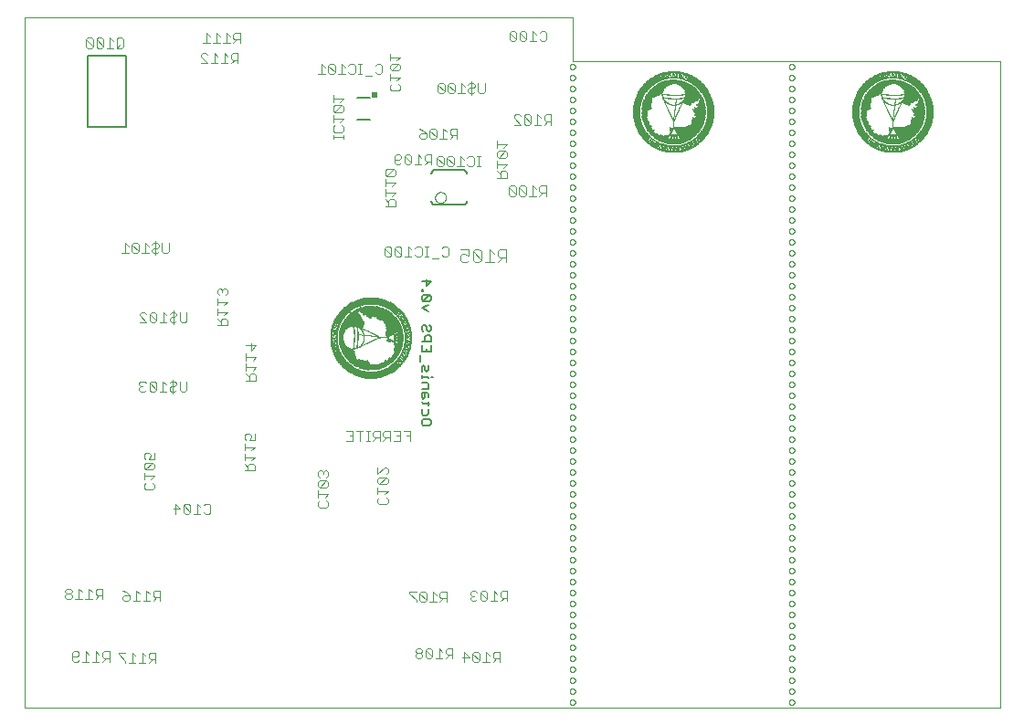
<source format=gbo>
G75*
%MOIN*%
%OFA0B0*%
%FSLAX25Y25*%
%IPPOS*%
%LPD*%
%AMOC8*
5,1,8,0,0,1.08239X$1,22.5*
%
%ADD10C,0.00000*%
%ADD11R,0.00100X0.03400*%
%ADD12R,0.00100X0.04800*%
%ADD13R,0.00100X0.05900*%
%ADD14R,0.00100X0.06800*%
%ADD15R,0.00100X0.07600*%
%ADD16R,0.00100X0.00100*%
%ADD17R,0.00100X0.00900*%
%ADD18R,0.00100X0.03200*%
%ADD19R,0.00100X0.03000*%
%ADD20R,0.00100X0.00400*%
%ADD21R,0.00100X0.00700*%
%ADD22R,0.00100X0.00500*%
%ADD23R,0.00100X0.02700*%
%ADD24R,0.00100X0.02300*%
%ADD25R,0.00100X0.00200*%
%ADD26R,0.00100X0.00600*%
%ADD27R,0.00100X0.02400*%
%ADD28R,0.00100X0.02200*%
%ADD29R,0.00100X0.02600*%
%ADD30R,0.00100X0.00300*%
%ADD31R,0.00100X0.01900*%
%ADD32R,0.00100X0.01800*%
%ADD33R,0.00100X0.00800*%
%ADD34R,0.00100X0.02000*%
%ADD35R,0.00100X0.01500*%
%ADD36R,0.00100X0.01600*%
%ADD37R,0.00100X0.01400*%
%ADD38R,0.00100X0.01100*%
%ADD39R,0.00100X0.01700*%
%ADD40R,0.00100X0.01300*%
%ADD41R,0.00100X0.01200*%
%ADD42R,0.00100X0.03700*%
%ADD43R,0.00100X0.05500*%
%ADD44R,0.00100X0.01000*%
%ADD45R,0.00100X0.08000*%
%ADD46R,0.00100X0.02100*%
%ADD47R,0.00100X0.02900*%
%ADD48R,0.00100X0.04200*%
%ADD49R,0.00100X0.05200*%
%ADD50R,0.00100X0.06000*%
%ADD51R,0.00100X0.06700*%
%ADD52R,0.00100X0.07400*%
%ADD53R,0.00100X0.08500*%
%ADD54R,0.00100X0.09000*%
%ADD55R,0.00100X0.09500*%
%ADD56R,0.00100X0.09900*%
%ADD57R,0.00100X0.10300*%
%ADD58R,0.00100X0.10700*%
%ADD59R,0.00100X0.11100*%
%ADD60R,0.00100X0.11500*%
%ADD61R,0.00100X0.11800*%
%ADD62R,0.00100X0.12200*%
%ADD63R,0.00100X0.12500*%
%ADD64R,0.00100X0.04100*%
%ADD65R,0.00100X0.08600*%
%ADD66R,0.00100X0.04500*%
%ADD67R,0.00100X0.04400*%
%ADD68R,0.00100X0.04600*%
%ADD69R,0.00100X0.04900*%
%ADD70R,0.00100X0.05100*%
%ADD71R,0.00100X0.05000*%
%ADD72R,0.00100X0.03500*%
%ADD73R,0.00100X0.05400*%
%ADD74R,0.00100X0.05600*%
%ADD75R,0.00100X0.05800*%
%ADD76R,0.00100X0.02800*%
%ADD77R,0.00100X0.06100*%
%ADD78R,0.00100X0.03300*%
%ADD79R,0.00100X0.06300*%
%ADD80R,0.00100X0.06400*%
%ADD81R,0.00100X0.06600*%
%ADD82R,0.00100X0.06900*%
%ADD83R,0.00100X0.07100*%
%ADD84R,0.00100X0.03100*%
%ADD85R,0.00100X0.07200*%
%ADD86R,0.00100X0.02500*%
%ADD87R,0.00100X0.07700*%
%ADD88R,0.00100X0.07900*%
%ADD89R,0.00100X0.08100*%
%ADD90R,0.00100X0.08200*%
%ADD91R,0.00100X0.08300*%
%ADD92R,0.00100X0.08400*%
%ADD93R,0.00100X0.08800*%
%ADD94R,0.00100X0.09200*%
%ADD95R,0.00100X0.09300*%
%ADD96R,0.00100X0.09400*%
%ADD97R,0.00100X0.09600*%
%ADD98R,0.00100X0.11300*%
%ADD99R,0.00100X0.11400*%
%ADD100R,0.00100X0.10500*%
%ADD101R,0.00100X0.10100*%
%ADD102R,0.00100X0.10200*%
%ADD103R,0.00100X0.06500*%
%ADD104R,0.00100X0.06200*%
%ADD105R,0.00100X0.04700*%
%ADD106R,0.00100X0.03900*%
%ADD107R,0.00100X0.03600*%
%ADD108R,0.00100X0.04000*%
%ADD109R,0.00100X0.04300*%
%ADD110R,0.00100X0.05300*%
%ADD111R,0.00100X0.07000*%
%ADD112R,0.00100X0.05700*%
%ADD113R,0.00100X0.03800*%
%ADD114C,0.00500*%
%ADD115R,0.03400X0.00100*%
%ADD116R,0.04800X0.00100*%
%ADD117R,0.05900X0.00100*%
%ADD118R,0.06800X0.00100*%
%ADD119R,0.07600X0.00100*%
%ADD120R,0.00900X0.00100*%
%ADD121R,0.03200X0.00100*%
%ADD122R,0.03000X0.00100*%
%ADD123R,0.00400X0.00100*%
%ADD124R,0.00700X0.00100*%
%ADD125R,0.00500X0.00100*%
%ADD126R,0.02700X0.00100*%
%ADD127R,0.02300X0.00100*%
%ADD128R,0.00200X0.00100*%
%ADD129R,0.00600X0.00100*%
%ADD130R,0.02400X0.00100*%
%ADD131R,0.02200X0.00100*%
%ADD132R,0.02600X0.00100*%
%ADD133R,0.00300X0.00100*%
%ADD134R,0.01900X0.00100*%
%ADD135R,0.01800X0.00100*%
%ADD136R,0.00800X0.00100*%
%ADD137R,0.02000X0.00100*%
%ADD138R,0.01500X0.00100*%
%ADD139R,0.01600X0.00100*%
%ADD140R,0.01400X0.00100*%
%ADD141R,0.01100X0.00100*%
%ADD142R,0.01700X0.00100*%
%ADD143R,0.01300X0.00100*%
%ADD144R,0.01200X0.00100*%
%ADD145R,0.03700X0.00100*%
%ADD146R,0.05500X0.00100*%
%ADD147R,0.01000X0.00100*%
%ADD148R,0.08000X0.00100*%
%ADD149R,0.02100X0.00100*%
%ADD150R,0.02900X0.00100*%
%ADD151R,0.04200X0.00100*%
%ADD152R,0.05200X0.00100*%
%ADD153R,0.06000X0.00100*%
%ADD154R,0.06700X0.00100*%
%ADD155R,0.07400X0.00100*%
%ADD156R,0.08500X0.00100*%
%ADD157R,0.09000X0.00100*%
%ADD158R,0.09500X0.00100*%
%ADD159R,0.09900X0.00100*%
%ADD160R,0.10300X0.00100*%
%ADD161R,0.10700X0.00100*%
%ADD162R,0.11100X0.00100*%
%ADD163R,0.11500X0.00100*%
%ADD164R,0.11800X0.00100*%
%ADD165R,0.12200X0.00100*%
%ADD166R,0.12500X0.00100*%
%ADD167R,0.04100X0.00100*%
%ADD168R,0.08600X0.00100*%
%ADD169R,0.04500X0.00100*%
%ADD170R,0.04400X0.00100*%
%ADD171R,0.04600X0.00100*%
%ADD172R,0.04900X0.00100*%
%ADD173R,0.05100X0.00100*%
%ADD174R,0.05000X0.00100*%
%ADD175R,0.03500X0.00100*%
%ADD176R,0.05400X0.00100*%
%ADD177R,0.05600X0.00100*%
%ADD178R,0.05800X0.00100*%
%ADD179R,0.02800X0.00100*%
%ADD180R,0.06100X0.00100*%
%ADD181R,0.03300X0.00100*%
%ADD182R,0.06300X0.00100*%
%ADD183R,0.06400X0.00100*%
%ADD184R,0.06600X0.00100*%
%ADD185R,0.06900X0.00100*%
%ADD186R,0.07100X0.00100*%
%ADD187R,0.03100X0.00100*%
%ADD188R,0.07200X0.00100*%
%ADD189R,0.02500X0.00100*%
%ADD190R,0.07700X0.00100*%
%ADD191R,0.07900X0.00100*%
%ADD192R,0.08100X0.00100*%
%ADD193R,0.08200X0.00100*%
%ADD194R,0.08300X0.00100*%
%ADD195R,0.08400X0.00100*%
%ADD196R,0.08800X0.00100*%
%ADD197R,0.09200X0.00100*%
%ADD198R,0.09300X0.00100*%
%ADD199R,0.09400X0.00100*%
%ADD200R,0.09600X0.00100*%
%ADD201R,0.11300X0.00100*%
%ADD202R,0.11400X0.00100*%
%ADD203R,0.10500X0.00100*%
%ADD204R,0.10100X0.00100*%
%ADD205R,0.10200X0.00100*%
%ADD206R,0.06500X0.00100*%
%ADD207R,0.06200X0.00100*%
%ADD208R,0.04700X0.00100*%
%ADD209R,0.03900X0.00100*%
%ADD210R,0.03600X0.00100*%
%ADD211R,0.04000X0.00100*%
%ADD212R,0.04300X0.00100*%
%ADD213R,0.05300X0.00100*%
%ADD214R,0.07000X0.00100*%
%ADD215R,0.05700X0.00100*%
%ADD216R,0.03800X0.00100*%
%ADD217C,0.00300*%
%ADD218C,0.00600*%
%ADD219C,0.00200*%
%ADD220C,0.00400*%
%ADD221C,0.00800*%
%ADD222R,0.02000X0.02000*%
D10*
X0010759Y0006300D02*
X0205484Y0006300D01*
X0286224Y0006300D01*
X0366759Y0006300D01*
X0366759Y0242300D01*
X0210759Y0242300D01*
X0210759Y0258300D01*
X0010759Y0258300D01*
X0010759Y0006300D01*
X0205484Y0006300D02*
X0205720Y0006300D01*
X0209775Y0008300D02*
X0209777Y0008362D01*
X0209783Y0008425D01*
X0209793Y0008486D01*
X0209807Y0008547D01*
X0209824Y0008607D01*
X0209845Y0008666D01*
X0209871Y0008723D01*
X0209899Y0008778D01*
X0209931Y0008832D01*
X0209967Y0008883D01*
X0210005Y0008933D01*
X0210047Y0008979D01*
X0210091Y0009023D01*
X0210139Y0009064D01*
X0210188Y0009102D01*
X0210240Y0009136D01*
X0210294Y0009167D01*
X0210350Y0009195D01*
X0210408Y0009219D01*
X0210467Y0009240D01*
X0210527Y0009256D01*
X0210588Y0009269D01*
X0210650Y0009278D01*
X0210712Y0009283D01*
X0210775Y0009284D01*
X0210837Y0009281D01*
X0210899Y0009274D01*
X0210961Y0009263D01*
X0211021Y0009248D01*
X0211081Y0009230D01*
X0211139Y0009208D01*
X0211196Y0009182D01*
X0211251Y0009152D01*
X0211304Y0009119D01*
X0211355Y0009083D01*
X0211403Y0009044D01*
X0211449Y0009001D01*
X0211492Y0008956D01*
X0211532Y0008908D01*
X0211569Y0008858D01*
X0211603Y0008805D01*
X0211634Y0008751D01*
X0211660Y0008695D01*
X0211684Y0008637D01*
X0211703Y0008577D01*
X0211719Y0008517D01*
X0211731Y0008455D01*
X0211739Y0008394D01*
X0211743Y0008331D01*
X0211743Y0008269D01*
X0211739Y0008206D01*
X0211731Y0008145D01*
X0211719Y0008083D01*
X0211703Y0008023D01*
X0211684Y0007963D01*
X0211660Y0007905D01*
X0211634Y0007849D01*
X0211603Y0007795D01*
X0211569Y0007742D01*
X0211532Y0007692D01*
X0211492Y0007644D01*
X0211449Y0007599D01*
X0211403Y0007556D01*
X0211355Y0007517D01*
X0211304Y0007481D01*
X0211251Y0007448D01*
X0211196Y0007418D01*
X0211139Y0007392D01*
X0211081Y0007370D01*
X0211021Y0007352D01*
X0210961Y0007337D01*
X0210899Y0007326D01*
X0210837Y0007319D01*
X0210775Y0007316D01*
X0210712Y0007317D01*
X0210650Y0007322D01*
X0210588Y0007331D01*
X0210527Y0007344D01*
X0210467Y0007360D01*
X0210408Y0007381D01*
X0210350Y0007405D01*
X0210294Y0007433D01*
X0210240Y0007464D01*
X0210188Y0007498D01*
X0210139Y0007536D01*
X0210091Y0007577D01*
X0210047Y0007621D01*
X0210005Y0007667D01*
X0209967Y0007717D01*
X0209931Y0007768D01*
X0209899Y0007822D01*
X0209871Y0007877D01*
X0209845Y0007934D01*
X0209824Y0007993D01*
X0209807Y0008053D01*
X0209793Y0008114D01*
X0209783Y0008175D01*
X0209777Y0008238D01*
X0209775Y0008300D01*
X0209775Y0012300D02*
X0209777Y0012362D01*
X0209783Y0012425D01*
X0209793Y0012486D01*
X0209807Y0012547D01*
X0209824Y0012607D01*
X0209845Y0012666D01*
X0209871Y0012723D01*
X0209899Y0012778D01*
X0209931Y0012832D01*
X0209967Y0012883D01*
X0210005Y0012933D01*
X0210047Y0012979D01*
X0210091Y0013023D01*
X0210139Y0013064D01*
X0210188Y0013102D01*
X0210240Y0013136D01*
X0210294Y0013167D01*
X0210350Y0013195D01*
X0210408Y0013219D01*
X0210467Y0013240D01*
X0210527Y0013256D01*
X0210588Y0013269D01*
X0210650Y0013278D01*
X0210712Y0013283D01*
X0210775Y0013284D01*
X0210837Y0013281D01*
X0210899Y0013274D01*
X0210961Y0013263D01*
X0211021Y0013248D01*
X0211081Y0013230D01*
X0211139Y0013208D01*
X0211196Y0013182D01*
X0211251Y0013152D01*
X0211304Y0013119D01*
X0211355Y0013083D01*
X0211403Y0013044D01*
X0211449Y0013001D01*
X0211492Y0012956D01*
X0211532Y0012908D01*
X0211569Y0012858D01*
X0211603Y0012805D01*
X0211634Y0012751D01*
X0211660Y0012695D01*
X0211684Y0012637D01*
X0211703Y0012577D01*
X0211719Y0012517D01*
X0211731Y0012455D01*
X0211739Y0012394D01*
X0211743Y0012331D01*
X0211743Y0012269D01*
X0211739Y0012206D01*
X0211731Y0012145D01*
X0211719Y0012083D01*
X0211703Y0012023D01*
X0211684Y0011963D01*
X0211660Y0011905D01*
X0211634Y0011849D01*
X0211603Y0011795D01*
X0211569Y0011742D01*
X0211532Y0011692D01*
X0211492Y0011644D01*
X0211449Y0011599D01*
X0211403Y0011556D01*
X0211355Y0011517D01*
X0211304Y0011481D01*
X0211251Y0011448D01*
X0211196Y0011418D01*
X0211139Y0011392D01*
X0211081Y0011370D01*
X0211021Y0011352D01*
X0210961Y0011337D01*
X0210899Y0011326D01*
X0210837Y0011319D01*
X0210775Y0011316D01*
X0210712Y0011317D01*
X0210650Y0011322D01*
X0210588Y0011331D01*
X0210527Y0011344D01*
X0210467Y0011360D01*
X0210408Y0011381D01*
X0210350Y0011405D01*
X0210294Y0011433D01*
X0210240Y0011464D01*
X0210188Y0011498D01*
X0210139Y0011536D01*
X0210091Y0011577D01*
X0210047Y0011621D01*
X0210005Y0011667D01*
X0209967Y0011717D01*
X0209931Y0011768D01*
X0209899Y0011822D01*
X0209871Y0011877D01*
X0209845Y0011934D01*
X0209824Y0011993D01*
X0209807Y0012053D01*
X0209793Y0012114D01*
X0209783Y0012175D01*
X0209777Y0012238D01*
X0209775Y0012300D01*
X0209775Y0016300D02*
X0209777Y0016362D01*
X0209783Y0016425D01*
X0209793Y0016486D01*
X0209807Y0016547D01*
X0209824Y0016607D01*
X0209845Y0016666D01*
X0209871Y0016723D01*
X0209899Y0016778D01*
X0209931Y0016832D01*
X0209967Y0016883D01*
X0210005Y0016933D01*
X0210047Y0016979D01*
X0210091Y0017023D01*
X0210139Y0017064D01*
X0210188Y0017102D01*
X0210240Y0017136D01*
X0210294Y0017167D01*
X0210350Y0017195D01*
X0210408Y0017219D01*
X0210467Y0017240D01*
X0210527Y0017256D01*
X0210588Y0017269D01*
X0210650Y0017278D01*
X0210712Y0017283D01*
X0210775Y0017284D01*
X0210837Y0017281D01*
X0210899Y0017274D01*
X0210961Y0017263D01*
X0211021Y0017248D01*
X0211081Y0017230D01*
X0211139Y0017208D01*
X0211196Y0017182D01*
X0211251Y0017152D01*
X0211304Y0017119D01*
X0211355Y0017083D01*
X0211403Y0017044D01*
X0211449Y0017001D01*
X0211492Y0016956D01*
X0211532Y0016908D01*
X0211569Y0016858D01*
X0211603Y0016805D01*
X0211634Y0016751D01*
X0211660Y0016695D01*
X0211684Y0016637D01*
X0211703Y0016577D01*
X0211719Y0016517D01*
X0211731Y0016455D01*
X0211739Y0016394D01*
X0211743Y0016331D01*
X0211743Y0016269D01*
X0211739Y0016206D01*
X0211731Y0016145D01*
X0211719Y0016083D01*
X0211703Y0016023D01*
X0211684Y0015963D01*
X0211660Y0015905D01*
X0211634Y0015849D01*
X0211603Y0015795D01*
X0211569Y0015742D01*
X0211532Y0015692D01*
X0211492Y0015644D01*
X0211449Y0015599D01*
X0211403Y0015556D01*
X0211355Y0015517D01*
X0211304Y0015481D01*
X0211251Y0015448D01*
X0211196Y0015418D01*
X0211139Y0015392D01*
X0211081Y0015370D01*
X0211021Y0015352D01*
X0210961Y0015337D01*
X0210899Y0015326D01*
X0210837Y0015319D01*
X0210775Y0015316D01*
X0210712Y0015317D01*
X0210650Y0015322D01*
X0210588Y0015331D01*
X0210527Y0015344D01*
X0210467Y0015360D01*
X0210408Y0015381D01*
X0210350Y0015405D01*
X0210294Y0015433D01*
X0210240Y0015464D01*
X0210188Y0015498D01*
X0210139Y0015536D01*
X0210091Y0015577D01*
X0210047Y0015621D01*
X0210005Y0015667D01*
X0209967Y0015717D01*
X0209931Y0015768D01*
X0209899Y0015822D01*
X0209871Y0015877D01*
X0209845Y0015934D01*
X0209824Y0015993D01*
X0209807Y0016053D01*
X0209793Y0016114D01*
X0209783Y0016175D01*
X0209777Y0016238D01*
X0209775Y0016300D01*
X0209775Y0020300D02*
X0209777Y0020362D01*
X0209783Y0020425D01*
X0209793Y0020486D01*
X0209807Y0020547D01*
X0209824Y0020607D01*
X0209845Y0020666D01*
X0209871Y0020723D01*
X0209899Y0020778D01*
X0209931Y0020832D01*
X0209967Y0020883D01*
X0210005Y0020933D01*
X0210047Y0020979D01*
X0210091Y0021023D01*
X0210139Y0021064D01*
X0210188Y0021102D01*
X0210240Y0021136D01*
X0210294Y0021167D01*
X0210350Y0021195D01*
X0210408Y0021219D01*
X0210467Y0021240D01*
X0210527Y0021256D01*
X0210588Y0021269D01*
X0210650Y0021278D01*
X0210712Y0021283D01*
X0210775Y0021284D01*
X0210837Y0021281D01*
X0210899Y0021274D01*
X0210961Y0021263D01*
X0211021Y0021248D01*
X0211081Y0021230D01*
X0211139Y0021208D01*
X0211196Y0021182D01*
X0211251Y0021152D01*
X0211304Y0021119D01*
X0211355Y0021083D01*
X0211403Y0021044D01*
X0211449Y0021001D01*
X0211492Y0020956D01*
X0211532Y0020908D01*
X0211569Y0020858D01*
X0211603Y0020805D01*
X0211634Y0020751D01*
X0211660Y0020695D01*
X0211684Y0020637D01*
X0211703Y0020577D01*
X0211719Y0020517D01*
X0211731Y0020455D01*
X0211739Y0020394D01*
X0211743Y0020331D01*
X0211743Y0020269D01*
X0211739Y0020206D01*
X0211731Y0020145D01*
X0211719Y0020083D01*
X0211703Y0020023D01*
X0211684Y0019963D01*
X0211660Y0019905D01*
X0211634Y0019849D01*
X0211603Y0019795D01*
X0211569Y0019742D01*
X0211532Y0019692D01*
X0211492Y0019644D01*
X0211449Y0019599D01*
X0211403Y0019556D01*
X0211355Y0019517D01*
X0211304Y0019481D01*
X0211251Y0019448D01*
X0211196Y0019418D01*
X0211139Y0019392D01*
X0211081Y0019370D01*
X0211021Y0019352D01*
X0210961Y0019337D01*
X0210899Y0019326D01*
X0210837Y0019319D01*
X0210775Y0019316D01*
X0210712Y0019317D01*
X0210650Y0019322D01*
X0210588Y0019331D01*
X0210527Y0019344D01*
X0210467Y0019360D01*
X0210408Y0019381D01*
X0210350Y0019405D01*
X0210294Y0019433D01*
X0210240Y0019464D01*
X0210188Y0019498D01*
X0210139Y0019536D01*
X0210091Y0019577D01*
X0210047Y0019621D01*
X0210005Y0019667D01*
X0209967Y0019717D01*
X0209931Y0019768D01*
X0209899Y0019822D01*
X0209871Y0019877D01*
X0209845Y0019934D01*
X0209824Y0019993D01*
X0209807Y0020053D01*
X0209793Y0020114D01*
X0209783Y0020175D01*
X0209777Y0020238D01*
X0209775Y0020300D01*
X0209775Y0024300D02*
X0209777Y0024362D01*
X0209783Y0024425D01*
X0209793Y0024486D01*
X0209807Y0024547D01*
X0209824Y0024607D01*
X0209845Y0024666D01*
X0209871Y0024723D01*
X0209899Y0024778D01*
X0209931Y0024832D01*
X0209967Y0024883D01*
X0210005Y0024933D01*
X0210047Y0024979D01*
X0210091Y0025023D01*
X0210139Y0025064D01*
X0210188Y0025102D01*
X0210240Y0025136D01*
X0210294Y0025167D01*
X0210350Y0025195D01*
X0210408Y0025219D01*
X0210467Y0025240D01*
X0210527Y0025256D01*
X0210588Y0025269D01*
X0210650Y0025278D01*
X0210712Y0025283D01*
X0210775Y0025284D01*
X0210837Y0025281D01*
X0210899Y0025274D01*
X0210961Y0025263D01*
X0211021Y0025248D01*
X0211081Y0025230D01*
X0211139Y0025208D01*
X0211196Y0025182D01*
X0211251Y0025152D01*
X0211304Y0025119D01*
X0211355Y0025083D01*
X0211403Y0025044D01*
X0211449Y0025001D01*
X0211492Y0024956D01*
X0211532Y0024908D01*
X0211569Y0024858D01*
X0211603Y0024805D01*
X0211634Y0024751D01*
X0211660Y0024695D01*
X0211684Y0024637D01*
X0211703Y0024577D01*
X0211719Y0024517D01*
X0211731Y0024455D01*
X0211739Y0024394D01*
X0211743Y0024331D01*
X0211743Y0024269D01*
X0211739Y0024206D01*
X0211731Y0024145D01*
X0211719Y0024083D01*
X0211703Y0024023D01*
X0211684Y0023963D01*
X0211660Y0023905D01*
X0211634Y0023849D01*
X0211603Y0023795D01*
X0211569Y0023742D01*
X0211532Y0023692D01*
X0211492Y0023644D01*
X0211449Y0023599D01*
X0211403Y0023556D01*
X0211355Y0023517D01*
X0211304Y0023481D01*
X0211251Y0023448D01*
X0211196Y0023418D01*
X0211139Y0023392D01*
X0211081Y0023370D01*
X0211021Y0023352D01*
X0210961Y0023337D01*
X0210899Y0023326D01*
X0210837Y0023319D01*
X0210775Y0023316D01*
X0210712Y0023317D01*
X0210650Y0023322D01*
X0210588Y0023331D01*
X0210527Y0023344D01*
X0210467Y0023360D01*
X0210408Y0023381D01*
X0210350Y0023405D01*
X0210294Y0023433D01*
X0210240Y0023464D01*
X0210188Y0023498D01*
X0210139Y0023536D01*
X0210091Y0023577D01*
X0210047Y0023621D01*
X0210005Y0023667D01*
X0209967Y0023717D01*
X0209931Y0023768D01*
X0209899Y0023822D01*
X0209871Y0023877D01*
X0209845Y0023934D01*
X0209824Y0023993D01*
X0209807Y0024053D01*
X0209793Y0024114D01*
X0209783Y0024175D01*
X0209777Y0024238D01*
X0209775Y0024300D01*
X0209775Y0028300D02*
X0209777Y0028362D01*
X0209783Y0028425D01*
X0209793Y0028486D01*
X0209807Y0028547D01*
X0209824Y0028607D01*
X0209845Y0028666D01*
X0209871Y0028723D01*
X0209899Y0028778D01*
X0209931Y0028832D01*
X0209967Y0028883D01*
X0210005Y0028933D01*
X0210047Y0028979D01*
X0210091Y0029023D01*
X0210139Y0029064D01*
X0210188Y0029102D01*
X0210240Y0029136D01*
X0210294Y0029167D01*
X0210350Y0029195D01*
X0210408Y0029219D01*
X0210467Y0029240D01*
X0210527Y0029256D01*
X0210588Y0029269D01*
X0210650Y0029278D01*
X0210712Y0029283D01*
X0210775Y0029284D01*
X0210837Y0029281D01*
X0210899Y0029274D01*
X0210961Y0029263D01*
X0211021Y0029248D01*
X0211081Y0029230D01*
X0211139Y0029208D01*
X0211196Y0029182D01*
X0211251Y0029152D01*
X0211304Y0029119D01*
X0211355Y0029083D01*
X0211403Y0029044D01*
X0211449Y0029001D01*
X0211492Y0028956D01*
X0211532Y0028908D01*
X0211569Y0028858D01*
X0211603Y0028805D01*
X0211634Y0028751D01*
X0211660Y0028695D01*
X0211684Y0028637D01*
X0211703Y0028577D01*
X0211719Y0028517D01*
X0211731Y0028455D01*
X0211739Y0028394D01*
X0211743Y0028331D01*
X0211743Y0028269D01*
X0211739Y0028206D01*
X0211731Y0028145D01*
X0211719Y0028083D01*
X0211703Y0028023D01*
X0211684Y0027963D01*
X0211660Y0027905D01*
X0211634Y0027849D01*
X0211603Y0027795D01*
X0211569Y0027742D01*
X0211532Y0027692D01*
X0211492Y0027644D01*
X0211449Y0027599D01*
X0211403Y0027556D01*
X0211355Y0027517D01*
X0211304Y0027481D01*
X0211251Y0027448D01*
X0211196Y0027418D01*
X0211139Y0027392D01*
X0211081Y0027370D01*
X0211021Y0027352D01*
X0210961Y0027337D01*
X0210899Y0027326D01*
X0210837Y0027319D01*
X0210775Y0027316D01*
X0210712Y0027317D01*
X0210650Y0027322D01*
X0210588Y0027331D01*
X0210527Y0027344D01*
X0210467Y0027360D01*
X0210408Y0027381D01*
X0210350Y0027405D01*
X0210294Y0027433D01*
X0210240Y0027464D01*
X0210188Y0027498D01*
X0210139Y0027536D01*
X0210091Y0027577D01*
X0210047Y0027621D01*
X0210005Y0027667D01*
X0209967Y0027717D01*
X0209931Y0027768D01*
X0209899Y0027822D01*
X0209871Y0027877D01*
X0209845Y0027934D01*
X0209824Y0027993D01*
X0209807Y0028053D01*
X0209793Y0028114D01*
X0209783Y0028175D01*
X0209777Y0028238D01*
X0209775Y0028300D01*
X0209775Y0032300D02*
X0209777Y0032362D01*
X0209783Y0032425D01*
X0209793Y0032486D01*
X0209807Y0032547D01*
X0209824Y0032607D01*
X0209845Y0032666D01*
X0209871Y0032723D01*
X0209899Y0032778D01*
X0209931Y0032832D01*
X0209967Y0032883D01*
X0210005Y0032933D01*
X0210047Y0032979D01*
X0210091Y0033023D01*
X0210139Y0033064D01*
X0210188Y0033102D01*
X0210240Y0033136D01*
X0210294Y0033167D01*
X0210350Y0033195D01*
X0210408Y0033219D01*
X0210467Y0033240D01*
X0210527Y0033256D01*
X0210588Y0033269D01*
X0210650Y0033278D01*
X0210712Y0033283D01*
X0210775Y0033284D01*
X0210837Y0033281D01*
X0210899Y0033274D01*
X0210961Y0033263D01*
X0211021Y0033248D01*
X0211081Y0033230D01*
X0211139Y0033208D01*
X0211196Y0033182D01*
X0211251Y0033152D01*
X0211304Y0033119D01*
X0211355Y0033083D01*
X0211403Y0033044D01*
X0211449Y0033001D01*
X0211492Y0032956D01*
X0211532Y0032908D01*
X0211569Y0032858D01*
X0211603Y0032805D01*
X0211634Y0032751D01*
X0211660Y0032695D01*
X0211684Y0032637D01*
X0211703Y0032577D01*
X0211719Y0032517D01*
X0211731Y0032455D01*
X0211739Y0032394D01*
X0211743Y0032331D01*
X0211743Y0032269D01*
X0211739Y0032206D01*
X0211731Y0032145D01*
X0211719Y0032083D01*
X0211703Y0032023D01*
X0211684Y0031963D01*
X0211660Y0031905D01*
X0211634Y0031849D01*
X0211603Y0031795D01*
X0211569Y0031742D01*
X0211532Y0031692D01*
X0211492Y0031644D01*
X0211449Y0031599D01*
X0211403Y0031556D01*
X0211355Y0031517D01*
X0211304Y0031481D01*
X0211251Y0031448D01*
X0211196Y0031418D01*
X0211139Y0031392D01*
X0211081Y0031370D01*
X0211021Y0031352D01*
X0210961Y0031337D01*
X0210899Y0031326D01*
X0210837Y0031319D01*
X0210775Y0031316D01*
X0210712Y0031317D01*
X0210650Y0031322D01*
X0210588Y0031331D01*
X0210527Y0031344D01*
X0210467Y0031360D01*
X0210408Y0031381D01*
X0210350Y0031405D01*
X0210294Y0031433D01*
X0210240Y0031464D01*
X0210188Y0031498D01*
X0210139Y0031536D01*
X0210091Y0031577D01*
X0210047Y0031621D01*
X0210005Y0031667D01*
X0209967Y0031717D01*
X0209931Y0031768D01*
X0209899Y0031822D01*
X0209871Y0031877D01*
X0209845Y0031934D01*
X0209824Y0031993D01*
X0209807Y0032053D01*
X0209793Y0032114D01*
X0209783Y0032175D01*
X0209777Y0032238D01*
X0209775Y0032300D01*
X0209775Y0036300D02*
X0209777Y0036362D01*
X0209783Y0036425D01*
X0209793Y0036486D01*
X0209807Y0036547D01*
X0209824Y0036607D01*
X0209845Y0036666D01*
X0209871Y0036723D01*
X0209899Y0036778D01*
X0209931Y0036832D01*
X0209967Y0036883D01*
X0210005Y0036933D01*
X0210047Y0036979D01*
X0210091Y0037023D01*
X0210139Y0037064D01*
X0210188Y0037102D01*
X0210240Y0037136D01*
X0210294Y0037167D01*
X0210350Y0037195D01*
X0210408Y0037219D01*
X0210467Y0037240D01*
X0210527Y0037256D01*
X0210588Y0037269D01*
X0210650Y0037278D01*
X0210712Y0037283D01*
X0210775Y0037284D01*
X0210837Y0037281D01*
X0210899Y0037274D01*
X0210961Y0037263D01*
X0211021Y0037248D01*
X0211081Y0037230D01*
X0211139Y0037208D01*
X0211196Y0037182D01*
X0211251Y0037152D01*
X0211304Y0037119D01*
X0211355Y0037083D01*
X0211403Y0037044D01*
X0211449Y0037001D01*
X0211492Y0036956D01*
X0211532Y0036908D01*
X0211569Y0036858D01*
X0211603Y0036805D01*
X0211634Y0036751D01*
X0211660Y0036695D01*
X0211684Y0036637D01*
X0211703Y0036577D01*
X0211719Y0036517D01*
X0211731Y0036455D01*
X0211739Y0036394D01*
X0211743Y0036331D01*
X0211743Y0036269D01*
X0211739Y0036206D01*
X0211731Y0036145D01*
X0211719Y0036083D01*
X0211703Y0036023D01*
X0211684Y0035963D01*
X0211660Y0035905D01*
X0211634Y0035849D01*
X0211603Y0035795D01*
X0211569Y0035742D01*
X0211532Y0035692D01*
X0211492Y0035644D01*
X0211449Y0035599D01*
X0211403Y0035556D01*
X0211355Y0035517D01*
X0211304Y0035481D01*
X0211251Y0035448D01*
X0211196Y0035418D01*
X0211139Y0035392D01*
X0211081Y0035370D01*
X0211021Y0035352D01*
X0210961Y0035337D01*
X0210899Y0035326D01*
X0210837Y0035319D01*
X0210775Y0035316D01*
X0210712Y0035317D01*
X0210650Y0035322D01*
X0210588Y0035331D01*
X0210527Y0035344D01*
X0210467Y0035360D01*
X0210408Y0035381D01*
X0210350Y0035405D01*
X0210294Y0035433D01*
X0210240Y0035464D01*
X0210188Y0035498D01*
X0210139Y0035536D01*
X0210091Y0035577D01*
X0210047Y0035621D01*
X0210005Y0035667D01*
X0209967Y0035717D01*
X0209931Y0035768D01*
X0209899Y0035822D01*
X0209871Y0035877D01*
X0209845Y0035934D01*
X0209824Y0035993D01*
X0209807Y0036053D01*
X0209793Y0036114D01*
X0209783Y0036175D01*
X0209777Y0036238D01*
X0209775Y0036300D01*
X0209775Y0040300D02*
X0209777Y0040362D01*
X0209783Y0040425D01*
X0209793Y0040486D01*
X0209807Y0040547D01*
X0209824Y0040607D01*
X0209845Y0040666D01*
X0209871Y0040723D01*
X0209899Y0040778D01*
X0209931Y0040832D01*
X0209967Y0040883D01*
X0210005Y0040933D01*
X0210047Y0040979D01*
X0210091Y0041023D01*
X0210139Y0041064D01*
X0210188Y0041102D01*
X0210240Y0041136D01*
X0210294Y0041167D01*
X0210350Y0041195D01*
X0210408Y0041219D01*
X0210467Y0041240D01*
X0210527Y0041256D01*
X0210588Y0041269D01*
X0210650Y0041278D01*
X0210712Y0041283D01*
X0210775Y0041284D01*
X0210837Y0041281D01*
X0210899Y0041274D01*
X0210961Y0041263D01*
X0211021Y0041248D01*
X0211081Y0041230D01*
X0211139Y0041208D01*
X0211196Y0041182D01*
X0211251Y0041152D01*
X0211304Y0041119D01*
X0211355Y0041083D01*
X0211403Y0041044D01*
X0211449Y0041001D01*
X0211492Y0040956D01*
X0211532Y0040908D01*
X0211569Y0040858D01*
X0211603Y0040805D01*
X0211634Y0040751D01*
X0211660Y0040695D01*
X0211684Y0040637D01*
X0211703Y0040577D01*
X0211719Y0040517D01*
X0211731Y0040455D01*
X0211739Y0040394D01*
X0211743Y0040331D01*
X0211743Y0040269D01*
X0211739Y0040206D01*
X0211731Y0040145D01*
X0211719Y0040083D01*
X0211703Y0040023D01*
X0211684Y0039963D01*
X0211660Y0039905D01*
X0211634Y0039849D01*
X0211603Y0039795D01*
X0211569Y0039742D01*
X0211532Y0039692D01*
X0211492Y0039644D01*
X0211449Y0039599D01*
X0211403Y0039556D01*
X0211355Y0039517D01*
X0211304Y0039481D01*
X0211251Y0039448D01*
X0211196Y0039418D01*
X0211139Y0039392D01*
X0211081Y0039370D01*
X0211021Y0039352D01*
X0210961Y0039337D01*
X0210899Y0039326D01*
X0210837Y0039319D01*
X0210775Y0039316D01*
X0210712Y0039317D01*
X0210650Y0039322D01*
X0210588Y0039331D01*
X0210527Y0039344D01*
X0210467Y0039360D01*
X0210408Y0039381D01*
X0210350Y0039405D01*
X0210294Y0039433D01*
X0210240Y0039464D01*
X0210188Y0039498D01*
X0210139Y0039536D01*
X0210091Y0039577D01*
X0210047Y0039621D01*
X0210005Y0039667D01*
X0209967Y0039717D01*
X0209931Y0039768D01*
X0209899Y0039822D01*
X0209871Y0039877D01*
X0209845Y0039934D01*
X0209824Y0039993D01*
X0209807Y0040053D01*
X0209793Y0040114D01*
X0209783Y0040175D01*
X0209777Y0040238D01*
X0209775Y0040300D01*
X0209775Y0044300D02*
X0209777Y0044362D01*
X0209783Y0044425D01*
X0209793Y0044486D01*
X0209807Y0044547D01*
X0209824Y0044607D01*
X0209845Y0044666D01*
X0209871Y0044723D01*
X0209899Y0044778D01*
X0209931Y0044832D01*
X0209967Y0044883D01*
X0210005Y0044933D01*
X0210047Y0044979D01*
X0210091Y0045023D01*
X0210139Y0045064D01*
X0210188Y0045102D01*
X0210240Y0045136D01*
X0210294Y0045167D01*
X0210350Y0045195D01*
X0210408Y0045219D01*
X0210467Y0045240D01*
X0210527Y0045256D01*
X0210588Y0045269D01*
X0210650Y0045278D01*
X0210712Y0045283D01*
X0210775Y0045284D01*
X0210837Y0045281D01*
X0210899Y0045274D01*
X0210961Y0045263D01*
X0211021Y0045248D01*
X0211081Y0045230D01*
X0211139Y0045208D01*
X0211196Y0045182D01*
X0211251Y0045152D01*
X0211304Y0045119D01*
X0211355Y0045083D01*
X0211403Y0045044D01*
X0211449Y0045001D01*
X0211492Y0044956D01*
X0211532Y0044908D01*
X0211569Y0044858D01*
X0211603Y0044805D01*
X0211634Y0044751D01*
X0211660Y0044695D01*
X0211684Y0044637D01*
X0211703Y0044577D01*
X0211719Y0044517D01*
X0211731Y0044455D01*
X0211739Y0044394D01*
X0211743Y0044331D01*
X0211743Y0044269D01*
X0211739Y0044206D01*
X0211731Y0044145D01*
X0211719Y0044083D01*
X0211703Y0044023D01*
X0211684Y0043963D01*
X0211660Y0043905D01*
X0211634Y0043849D01*
X0211603Y0043795D01*
X0211569Y0043742D01*
X0211532Y0043692D01*
X0211492Y0043644D01*
X0211449Y0043599D01*
X0211403Y0043556D01*
X0211355Y0043517D01*
X0211304Y0043481D01*
X0211251Y0043448D01*
X0211196Y0043418D01*
X0211139Y0043392D01*
X0211081Y0043370D01*
X0211021Y0043352D01*
X0210961Y0043337D01*
X0210899Y0043326D01*
X0210837Y0043319D01*
X0210775Y0043316D01*
X0210712Y0043317D01*
X0210650Y0043322D01*
X0210588Y0043331D01*
X0210527Y0043344D01*
X0210467Y0043360D01*
X0210408Y0043381D01*
X0210350Y0043405D01*
X0210294Y0043433D01*
X0210240Y0043464D01*
X0210188Y0043498D01*
X0210139Y0043536D01*
X0210091Y0043577D01*
X0210047Y0043621D01*
X0210005Y0043667D01*
X0209967Y0043717D01*
X0209931Y0043768D01*
X0209899Y0043822D01*
X0209871Y0043877D01*
X0209845Y0043934D01*
X0209824Y0043993D01*
X0209807Y0044053D01*
X0209793Y0044114D01*
X0209783Y0044175D01*
X0209777Y0044238D01*
X0209775Y0044300D01*
X0209775Y0048300D02*
X0209777Y0048362D01*
X0209783Y0048425D01*
X0209793Y0048486D01*
X0209807Y0048547D01*
X0209824Y0048607D01*
X0209845Y0048666D01*
X0209871Y0048723D01*
X0209899Y0048778D01*
X0209931Y0048832D01*
X0209967Y0048883D01*
X0210005Y0048933D01*
X0210047Y0048979D01*
X0210091Y0049023D01*
X0210139Y0049064D01*
X0210188Y0049102D01*
X0210240Y0049136D01*
X0210294Y0049167D01*
X0210350Y0049195D01*
X0210408Y0049219D01*
X0210467Y0049240D01*
X0210527Y0049256D01*
X0210588Y0049269D01*
X0210650Y0049278D01*
X0210712Y0049283D01*
X0210775Y0049284D01*
X0210837Y0049281D01*
X0210899Y0049274D01*
X0210961Y0049263D01*
X0211021Y0049248D01*
X0211081Y0049230D01*
X0211139Y0049208D01*
X0211196Y0049182D01*
X0211251Y0049152D01*
X0211304Y0049119D01*
X0211355Y0049083D01*
X0211403Y0049044D01*
X0211449Y0049001D01*
X0211492Y0048956D01*
X0211532Y0048908D01*
X0211569Y0048858D01*
X0211603Y0048805D01*
X0211634Y0048751D01*
X0211660Y0048695D01*
X0211684Y0048637D01*
X0211703Y0048577D01*
X0211719Y0048517D01*
X0211731Y0048455D01*
X0211739Y0048394D01*
X0211743Y0048331D01*
X0211743Y0048269D01*
X0211739Y0048206D01*
X0211731Y0048145D01*
X0211719Y0048083D01*
X0211703Y0048023D01*
X0211684Y0047963D01*
X0211660Y0047905D01*
X0211634Y0047849D01*
X0211603Y0047795D01*
X0211569Y0047742D01*
X0211532Y0047692D01*
X0211492Y0047644D01*
X0211449Y0047599D01*
X0211403Y0047556D01*
X0211355Y0047517D01*
X0211304Y0047481D01*
X0211251Y0047448D01*
X0211196Y0047418D01*
X0211139Y0047392D01*
X0211081Y0047370D01*
X0211021Y0047352D01*
X0210961Y0047337D01*
X0210899Y0047326D01*
X0210837Y0047319D01*
X0210775Y0047316D01*
X0210712Y0047317D01*
X0210650Y0047322D01*
X0210588Y0047331D01*
X0210527Y0047344D01*
X0210467Y0047360D01*
X0210408Y0047381D01*
X0210350Y0047405D01*
X0210294Y0047433D01*
X0210240Y0047464D01*
X0210188Y0047498D01*
X0210139Y0047536D01*
X0210091Y0047577D01*
X0210047Y0047621D01*
X0210005Y0047667D01*
X0209967Y0047717D01*
X0209931Y0047768D01*
X0209899Y0047822D01*
X0209871Y0047877D01*
X0209845Y0047934D01*
X0209824Y0047993D01*
X0209807Y0048053D01*
X0209793Y0048114D01*
X0209783Y0048175D01*
X0209777Y0048238D01*
X0209775Y0048300D01*
X0209775Y0052300D02*
X0209777Y0052362D01*
X0209783Y0052425D01*
X0209793Y0052486D01*
X0209807Y0052547D01*
X0209824Y0052607D01*
X0209845Y0052666D01*
X0209871Y0052723D01*
X0209899Y0052778D01*
X0209931Y0052832D01*
X0209967Y0052883D01*
X0210005Y0052933D01*
X0210047Y0052979D01*
X0210091Y0053023D01*
X0210139Y0053064D01*
X0210188Y0053102D01*
X0210240Y0053136D01*
X0210294Y0053167D01*
X0210350Y0053195D01*
X0210408Y0053219D01*
X0210467Y0053240D01*
X0210527Y0053256D01*
X0210588Y0053269D01*
X0210650Y0053278D01*
X0210712Y0053283D01*
X0210775Y0053284D01*
X0210837Y0053281D01*
X0210899Y0053274D01*
X0210961Y0053263D01*
X0211021Y0053248D01*
X0211081Y0053230D01*
X0211139Y0053208D01*
X0211196Y0053182D01*
X0211251Y0053152D01*
X0211304Y0053119D01*
X0211355Y0053083D01*
X0211403Y0053044D01*
X0211449Y0053001D01*
X0211492Y0052956D01*
X0211532Y0052908D01*
X0211569Y0052858D01*
X0211603Y0052805D01*
X0211634Y0052751D01*
X0211660Y0052695D01*
X0211684Y0052637D01*
X0211703Y0052577D01*
X0211719Y0052517D01*
X0211731Y0052455D01*
X0211739Y0052394D01*
X0211743Y0052331D01*
X0211743Y0052269D01*
X0211739Y0052206D01*
X0211731Y0052145D01*
X0211719Y0052083D01*
X0211703Y0052023D01*
X0211684Y0051963D01*
X0211660Y0051905D01*
X0211634Y0051849D01*
X0211603Y0051795D01*
X0211569Y0051742D01*
X0211532Y0051692D01*
X0211492Y0051644D01*
X0211449Y0051599D01*
X0211403Y0051556D01*
X0211355Y0051517D01*
X0211304Y0051481D01*
X0211251Y0051448D01*
X0211196Y0051418D01*
X0211139Y0051392D01*
X0211081Y0051370D01*
X0211021Y0051352D01*
X0210961Y0051337D01*
X0210899Y0051326D01*
X0210837Y0051319D01*
X0210775Y0051316D01*
X0210712Y0051317D01*
X0210650Y0051322D01*
X0210588Y0051331D01*
X0210527Y0051344D01*
X0210467Y0051360D01*
X0210408Y0051381D01*
X0210350Y0051405D01*
X0210294Y0051433D01*
X0210240Y0051464D01*
X0210188Y0051498D01*
X0210139Y0051536D01*
X0210091Y0051577D01*
X0210047Y0051621D01*
X0210005Y0051667D01*
X0209967Y0051717D01*
X0209931Y0051768D01*
X0209899Y0051822D01*
X0209871Y0051877D01*
X0209845Y0051934D01*
X0209824Y0051993D01*
X0209807Y0052053D01*
X0209793Y0052114D01*
X0209783Y0052175D01*
X0209777Y0052238D01*
X0209775Y0052300D01*
X0209775Y0056300D02*
X0209777Y0056362D01*
X0209783Y0056425D01*
X0209793Y0056486D01*
X0209807Y0056547D01*
X0209824Y0056607D01*
X0209845Y0056666D01*
X0209871Y0056723D01*
X0209899Y0056778D01*
X0209931Y0056832D01*
X0209967Y0056883D01*
X0210005Y0056933D01*
X0210047Y0056979D01*
X0210091Y0057023D01*
X0210139Y0057064D01*
X0210188Y0057102D01*
X0210240Y0057136D01*
X0210294Y0057167D01*
X0210350Y0057195D01*
X0210408Y0057219D01*
X0210467Y0057240D01*
X0210527Y0057256D01*
X0210588Y0057269D01*
X0210650Y0057278D01*
X0210712Y0057283D01*
X0210775Y0057284D01*
X0210837Y0057281D01*
X0210899Y0057274D01*
X0210961Y0057263D01*
X0211021Y0057248D01*
X0211081Y0057230D01*
X0211139Y0057208D01*
X0211196Y0057182D01*
X0211251Y0057152D01*
X0211304Y0057119D01*
X0211355Y0057083D01*
X0211403Y0057044D01*
X0211449Y0057001D01*
X0211492Y0056956D01*
X0211532Y0056908D01*
X0211569Y0056858D01*
X0211603Y0056805D01*
X0211634Y0056751D01*
X0211660Y0056695D01*
X0211684Y0056637D01*
X0211703Y0056577D01*
X0211719Y0056517D01*
X0211731Y0056455D01*
X0211739Y0056394D01*
X0211743Y0056331D01*
X0211743Y0056269D01*
X0211739Y0056206D01*
X0211731Y0056145D01*
X0211719Y0056083D01*
X0211703Y0056023D01*
X0211684Y0055963D01*
X0211660Y0055905D01*
X0211634Y0055849D01*
X0211603Y0055795D01*
X0211569Y0055742D01*
X0211532Y0055692D01*
X0211492Y0055644D01*
X0211449Y0055599D01*
X0211403Y0055556D01*
X0211355Y0055517D01*
X0211304Y0055481D01*
X0211251Y0055448D01*
X0211196Y0055418D01*
X0211139Y0055392D01*
X0211081Y0055370D01*
X0211021Y0055352D01*
X0210961Y0055337D01*
X0210899Y0055326D01*
X0210837Y0055319D01*
X0210775Y0055316D01*
X0210712Y0055317D01*
X0210650Y0055322D01*
X0210588Y0055331D01*
X0210527Y0055344D01*
X0210467Y0055360D01*
X0210408Y0055381D01*
X0210350Y0055405D01*
X0210294Y0055433D01*
X0210240Y0055464D01*
X0210188Y0055498D01*
X0210139Y0055536D01*
X0210091Y0055577D01*
X0210047Y0055621D01*
X0210005Y0055667D01*
X0209967Y0055717D01*
X0209931Y0055768D01*
X0209899Y0055822D01*
X0209871Y0055877D01*
X0209845Y0055934D01*
X0209824Y0055993D01*
X0209807Y0056053D01*
X0209793Y0056114D01*
X0209783Y0056175D01*
X0209777Y0056238D01*
X0209775Y0056300D01*
X0209775Y0060300D02*
X0209777Y0060362D01*
X0209783Y0060425D01*
X0209793Y0060486D01*
X0209807Y0060547D01*
X0209824Y0060607D01*
X0209845Y0060666D01*
X0209871Y0060723D01*
X0209899Y0060778D01*
X0209931Y0060832D01*
X0209967Y0060883D01*
X0210005Y0060933D01*
X0210047Y0060979D01*
X0210091Y0061023D01*
X0210139Y0061064D01*
X0210188Y0061102D01*
X0210240Y0061136D01*
X0210294Y0061167D01*
X0210350Y0061195D01*
X0210408Y0061219D01*
X0210467Y0061240D01*
X0210527Y0061256D01*
X0210588Y0061269D01*
X0210650Y0061278D01*
X0210712Y0061283D01*
X0210775Y0061284D01*
X0210837Y0061281D01*
X0210899Y0061274D01*
X0210961Y0061263D01*
X0211021Y0061248D01*
X0211081Y0061230D01*
X0211139Y0061208D01*
X0211196Y0061182D01*
X0211251Y0061152D01*
X0211304Y0061119D01*
X0211355Y0061083D01*
X0211403Y0061044D01*
X0211449Y0061001D01*
X0211492Y0060956D01*
X0211532Y0060908D01*
X0211569Y0060858D01*
X0211603Y0060805D01*
X0211634Y0060751D01*
X0211660Y0060695D01*
X0211684Y0060637D01*
X0211703Y0060577D01*
X0211719Y0060517D01*
X0211731Y0060455D01*
X0211739Y0060394D01*
X0211743Y0060331D01*
X0211743Y0060269D01*
X0211739Y0060206D01*
X0211731Y0060145D01*
X0211719Y0060083D01*
X0211703Y0060023D01*
X0211684Y0059963D01*
X0211660Y0059905D01*
X0211634Y0059849D01*
X0211603Y0059795D01*
X0211569Y0059742D01*
X0211532Y0059692D01*
X0211492Y0059644D01*
X0211449Y0059599D01*
X0211403Y0059556D01*
X0211355Y0059517D01*
X0211304Y0059481D01*
X0211251Y0059448D01*
X0211196Y0059418D01*
X0211139Y0059392D01*
X0211081Y0059370D01*
X0211021Y0059352D01*
X0210961Y0059337D01*
X0210899Y0059326D01*
X0210837Y0059319D01*
X0210775Y0059316D01*
X0210712Y0059317D01*
X0210650Y0059322D01*
X0210588Y0059331D01*
X0210527Y0059344D01*
X0210467Y0059360D01*
X0210408Y0059381D01*
X0210350Y0059405D01*
X0210294Y0059433D01*
X0210240Y0059464D01*
X0210188Y0059498D01*
X0210139Y0059536D01*
X0210091Y0059577D01*
X0210047Y0059621D01*
X0210005Y0059667D01*
X0209967Y0059717D01*
X0209931Y0059768D01*
X0209899Y0059822D01*
X0209871Y0059877D01*
X0209845Y0059934D01*
X0209824Y0059993D01*
X0209807Y0060053D01*
X0209793Y0060114D01*
X0209783Y0060175D01*
X0209777Y0060238D01*
X0209775Y0060300D01*
X0209775Y0064300D02*
X0209777Y0064362D01*
X0209783Y0064425D01*
X0209793Y0064486D01*
X0209807Y0064547D01*
X0209824Y0064607D01*
X0209845Y0064666D01*
X0209871Y0064723D01*
X0209899Y0064778D01*
X0209931Y0064832D01*
X0209967Y0064883D01*
X0210005Y0064933D01*
X0210047Y0064979D01*
X0210091Y0065023D01*
X0210139Y0065064D01*
X0210188Y0065102D01*
X0210240Y0065136D01*
X0210294Y0065167D01*
X0210350Y0065195D01*
X0210408Y0065219D01*
X0210467Y0065240D01*
X0210527Y0065256D01*
X0210588Y0065269D01*
X0210650Y0065278D01*
X0210712Y0065283D01*
X0210775Y0065284D01*
X0210837Y0065281D01*
X0210899Y0065274D01*
X0210961Y0065263D01*
X0211021Y0065248D01*
X0211081Y0065230D01*
X0211139Y0065208D01*
X0211196Y0065182D01*
X0211251Y0065152D01*
X0211304Y0065119D01*
X0211355Y0065083D01*
X0211403Y0065044D01*
X0211449Y0065001D01*
X0211492Y0064956D01*
X0211532Y0064908D01*
X0211569Y0064858D01*
X0211603Y0064805D01*
X0211634Y0064751D01*
X0211660Y0064695D01*
X0211684Y0064637D01*
X0211703Y0064577D01*
X0211719Y0064517D01*
X0211731Y0064455D01*
X0211739Y0064394D01*
X0211743Y0064331D01*
X0211743Y0064269D01*
X0211739Y0064206D01*
X0211731Y0064145D01*
X0211719Y0064083D01*
X0211703Y0064023D01*
X0211684Y0063963D01*
X0211660Y0063905D01*
X0211634Y0063849D01*
X0211603Y0063795D01*
X0211569Y0063742D01*
X0211532Y0063692D01*
X0211492Y0063644D01*
X0211449Y0063599D01*
X0211403Y0063556D01*
X0211355Y0063517D01*
X0211304Y0063481D01*
X0211251Y0063448D01*
X0211196Y0063418D01*
X0211139Y0063392D01*
X0211081Y0063370D01*
X0211021Y0063352D01*
X0210961Y0063337D01*
X0210899Y0063326D01*
X0210837Y0063319D01*
X0210775Y0063316D01*
X0210712Y0063317D01*
X0210650Y0063322D01*
X0210588Y0063331D01*
X0210527Y0063344D01*
X0210467Y0063360D01*
X0210408Y0063381D01*
X0210350Y0063405D01*
X0210294Y0063433D01*
X0210240Y0063464D01*
X0210188Y0063498D01*
X0210139Y0063536D01*
X0210091Y0063577D01*
X0210047Y0063621D01*
X0210005Y0063667D01*
X0209967Y0063717D01*
X0209931Y0063768D01*
X0209899Y0063822D01*
X0209871Y0063877D01*
X0209845Y0063934D01*
X0209824Y0063993D01*
X0209807Y0064053D01*
X0209793Y0064114D01*
X0209783Y0064175D01*
X0209777Y0064238D01*
X0209775Y0064300D01*
X0209775Y0068300D02*
X0209777Y0068362D01*
X0209783Y0068425D01*
X0209793Y0068486D01*
X0209807Y0068547D01*
X0209824Y0068607D01*
X0209845Y0068666D01*
X0209871Y0068723D01*
X0209899Y0068778D01*
X0209931Y0068832D01*
X0209967Y0068883D01*
X0210005Y0068933D01*
X0210047Y0068979D01*
X0210091Y0069023D01*
X0210139Y0069064D01*
X0210188Y0069102D01*
X0210240Y0069136D01*
X0210294Y0069167D01*
X0210350Y0069195D01*
X0210408Y0069219D01*
X0210467Y0069240D01*
X0210527Y0069256D01*
X0210588Y0069269D01*
X0210650Y0069278D01*
X0210712Y0069283D01*
X0210775Y0069284D01*
X0210837Y0069281D01*
X0210899Y0069274D01*
X0210961Y0069263D01*
X0211021Y0069248D01*
X0211081Y0069230D01*
X0211139Y0069208D01*
X0211196Y0069182D01*
X0211251Y0069152D01*
X0211304Y0069119D01*
X0211355Y0069083D01*
X0211403Y0069044D01*
X0211449Y0069001D01*
X0211492Y0068956D01*
X0211532Y0068908D01*
X0211569Y0068858D01*
X0211603Y0068805D01*
X0211634Y0068751D01*
X0211660Y0068695D01*
X0211684Y0068637D01*
X0211703Y0068577D01*
X0211719Y0068517D01*
X0211731Y0068455D01*
X0211739Y0068394D01*
X0211743Y0068331D01*
X0211743Y0068269D01*
X0211739Y0068206D01*
X0211731Y0068145D01*
X0211719Y0068083D01*
X0211703Y0068023D01*
X0211684Y0067963D01*
X0211660Y0067905D01*
X0211634Y0067849D01*
X0211603Y0067795D01*
X0211569Y0067742D01*
X0211532Y0067692D01*
X0211492Y0067644D01*
X0211449Y0067599D01*
X0211403Y0067556D01*
X0211355Y0067517D01*
X0211304Y0067481D01*
X0211251Y0067448D01*
X0211196Y0067418D01*
X0211139Y0067392D01*
X0211081Y0067370D01*
X0211021Y0067352D01*
X0210961Y0067337D01*
X0210899Y0067326D01*
X0210837Y0067319D01*
X0210775Y0067316D01*
X0210712Y0067317D01*
X0210650Y0067322D01*
X0210588Y0067331D01*
X0210527Y0067344D01*
X0210467Y0067360D01*
X0210408Y0067381D01*
X0210350Y0067405D01*
X0210294Y0067433D01*
X0210240Y0067464D01*
X0210188Y0067498D01*
X0210139Y0067536D01*
X0210091Y0067577D01*
X0210047Y0067621D01*
X0210005Y0067667D01*
X0209967Y0067717D01*
X0209931Y0067768D01*
X0209899Y0067822D01*
X0209871Y0067877D01*
X0209845Y0067934D01*
X0209824Y0067993D01*
X0209807Y0068053D01*
X0209793Y0068114D01*
X0209783Y0068175D01*
X0209777Y0068238D01*
X0209775Y0068300D01*
X0209775Y0072300D02*
X0209777Y0072362D01*
X0209783Y0072425D01*
X0209793Y0072486D01*
X0209807Y0072547D01*
X0209824Y0072607D01*
X0209845Y0072666D01*
X0209871Y0072723D01*
X0209899Y0072778D01*
X0209931Y0072832D01*
X0209967Y0072883D01*
X0210005Y0072933D01*
X0210047Y0072979D01*
X0210091Y0073023D01*
X0210139Y0073064D01*
X0210188Y0073102D01*
X0210240Y0073136D01*
X0210294Y0073167D01*
X0210350Y0073195D01*
X0210408Y0073219D01*
X0210467Y0073240D01*
X0210527Y0073256D01*
X0210588Y0073269D01*
X0210650Y0073278D01*
X0210712Y0073283D01*
X0210775Y0073284D01*
X0210837Y0073281D01*
X0210899Y0073274D01*
X0210961Y0073263D01*
X0211021Y0073248D01*
X0211081Y0073230D01*
X0211139Y0073208D01*
X0211196Y0073182D01*
X0211251Y0073152D01*
X0211304Y0073119D01*
X0211355Y0073083D01*
X0211403Y0073044D01*
X0211449Y0073001D01*
X0211492Y0072956D01*
X0211532Y0072908D01*
X0211569Y0072858D01*
X0211603Y0072805D01*
X0211634Y0072751D01*
X0211660Y0072695D01*
X0211684Y0072637D01*
X0211703Y0072577D01*
X0211719Y0072517D01*
X0211731Y0072455D01*
X0211739Y0072394D01*
X0211743Y0072331D01*
X0211743Y0072269D01*
X0211739Y0072206D01*
X0211731Y0072145D01*
X0211719Y0072083D01*
X0211703Y0072023D01*
X0211684Y0071963D01*
X0211660Y0071905D01*
X0211634Y0071849D01*
X0211603Y0071795D01*
X0211569Y0071742D01*
X0211532Y0071692D01*
X0211492Y0071644D01*
X0211449Y0071599D01*
X0211403Y0071556D01*
X0211355Y0071517D01*
X0211304Y0071481D01*
X0211251Y0071448D01*
X0211196Y0071418D01*
X0211139Y0071392D01*
X0211081Y0071370D01*
X0211021Y0071352D01*
X0210961Y0071337D01*
X0210899Y0071326D01*
X0210837Y0071319D01*
X0210775Y0071316D01*
X0210712Y0071317D01*
X0210650Y0071322D01*
X0210588Y0071331D01*
X0210527Y0071344D01*
X0210467Y0071360D01*
X0210408Y0071381D01*
X0210350Y0071405D01*
X0210294Y0071433D01*
X0210240Y0071464D01*
X0210188Y0071498D01*
X0210139Y0071536D01*
X0210091Y0071577D01*
X0210047Y0071621D01*
X0210005Y0071667D01*
X0209967Y0071717D01*
X0209931Y0071768D01*
X0209899Y0071822D01*
X0209871Y0071877D01*
X0209845Y0071934D01*
X0209824Y0071993D01*
X0209807Y0072053D01*
X0209793Y0072114D01*
X0209783Y0072175D01*
X0209777Y0072238D01*
X0209775Y0072300D01*
X0209775Y0076300D02*
X0209777Y0076362D01*
X0209783Y0076425D01*
X0209793Y0076486D01*
X0209807Y0076547D01*
X0209824Y0076607D01*
X0209845Y0076666D01*
X0209871Y0076723D01*
X0209899Y0076778D01*
X0209931Y0076832D01*
X0209967Y0076883D01*
X0210005Y0076933D01*
X0210047Y0076979D01*
X0210091Y0077023D01*
X0210139Y0077064D01*
X0210188Y0077102D01*
X0210240Y0077136D01*
X0210294Y0077167D01*
X0210350Y0077195D01*
X0210408Y0077219D01*
X0210467Y0077240D01*
X0210527Y0077256D01*
X0210588Y0077269D01*
X0210650Y0077278D01*
X0210712Y0077283D01*
X0210775Y0077284D01*
X0210837Y0077281D01*
X0210899Y0077274D01*
X0210961Y0077263D01*
X0211021Y0077248D01*
X0211081Y0077230D01*
X0211139Y0077208D01*
X0211196Y0077182D01*
X0211251Y0077152D01*
X0211304Y0077119D01*
X0211355Y0077083D01*
X0211403Y0077044D01*
X0211449Y0077001D01*
X0211492Y0076956D01*
X0211532Y0076908D01*
X0211569Y0076858D01*
X0211603Y0076805D01*
X0211634Y0076751D01*
X0211660Y0076695D01*
X0211684Y0076637D01*
X0211703Y0076577D01*
X0211719Y0076517D01*
X0211731Y0076455D01*
X0211739Y0076394D01*
X0211743Y0076331D01*
X0211743Y0076269D01*
X0211739Y0076206D01*
X0211731Y0076145D01*
X0211719Y0076083D01*
X0211703Y0076023D01*
X0211684Y0075963D01*
X0211660Y0075905D01*
X0211634Y0075849D01*
X0211603Y0075795D01*
X0211569Y0075742D01*
X0211532Y0075692D01*
X0211492Y0075644D01*
X0211449Y0075599D01*
X0211403Y0075556D01*
X0211355Y0075517D01*
X0211304Y0075481D01*
X0211251Y0075448D01*
X0211196Y0075418D01*
X0211139Y0075392D01*
X0211081Y0075370D01*
X0211021Y0075352D01*
X0210961Y0075337D01*
X0210899Y0075326D01*
X0210837Y0075319D01*
X0210775Y0075316D01*
X0210712Y0075317D01*
X0210650Y0075322D01*
X0210588Y0075331D01*
X0210527Y0075344D01*
X0210467Y0075360D01*
X0210408Y0075381D01*
X0210350Y0075405D01*
X0210294Y0075433D01*
X0210240Y0075464D01*
X0210188Y0075498D01*
X0210139Y0075536D01*
X0210091Y0075577D01*
X0210047Y0075621D01*
X0210005Y0075667D01*
X0209967Y0075717D01*
X0209931Y0075768D01*
X0209899Y0075822D01*
X0209871Y0075877D01*
X0209845Y0075934D01*
X0209824Y0075993D01*
X0209807Y0076053D01*
X0209793Y0076114D01*
X0209783Y0076175D01*
X0209777Y0076238D01*
X0209775Y0076300D01*
X0209775Y0080300D02*
X0209777Y0080362D01*
X0209783Y0080425D01*
X0209793Y0080486D01*
X0209807Y0080547D01*
X0209824Y0080607D01*
X0209845Y0080666D01*
X0209871Y0080723D01*
X0209899Y0080778D01*
X0209931Y0080832D01*
X0209967Y0080883D01*
X0210005Y0080933D01*
X0210047Y0080979D01*
X0210091Y0081023D01*
X0210139Y0081064D01*
X0210188Y0081102D01*
X0210240Y0081136D01*
X0210294Y0081167D01*
X0210350Y0081195D01*
X0210408Y0081219D01*
X0210467Y0081240D01*
X0210527Y0081256D01*
X0210588Y0081269D01*
X0210650Y0081278D01*
X0210712Y0081283D01*
X0210775Y0081284D01*
X0210837Y0081281D01*
X0210899Y0081274D01*
X0210961Y0081263D01*
X0211021Y0081248D01*
X0211081Y0081230D01*
X0211139Y0081208D01*
X0211196Y0081182D01*
X0211251Y0081152D01*
X0211304Y0081119D01*
X0211355Y0081083D01*
X0211403Y0081044D01*
X0211449Y0081001D01*
X0211492Y0080956D01*
X0211532Y0080908D01*
X0211569Y0080858D01*
X0211603Y0080805D01*
X0211634Y0080751D01*
X0211660Y0080695D01*
X0211684Y0080637D01*
X0211703Y0080577D01*
X0211719Y0080517D01*
X0211731Y0080455D01*
X0211739Y0080394D01*
X0211743Y0080331D01*
X0211743Y0080269D01*
X0211739Y0080206D01*
X0211731Y0080145D01*
X0211719Y0080083D01*
X0211703Y0080023D01*
X0211684Y0079963D01*
X0211660Y0079905D01*
X0211634Y0079849D01*
X0211603Y0079795D01*
X0211569Y0079742D01*
X0211532Y0079692D01*
X0211492Y0079644D01*
X0211449Y0079599D01*
X0211403Y0079556D01*
X0211355Y0079517D01*
X0211304Y0079481D01*
X0211251Y0079448D01*
X0211196Y0079418D01*
X0211139Y0079392D01*
X0211081Y0079370D01*
X0211021Y0079352D01*
X0210961Y0079337D01*
X0210899Y0079326D01*
X0210837Y0079319D01*
X0210775Y0079316D01*
X0210712Y0079317D01*
X0210650Y0079322D01*
X0210588Y0079331D01*
X0210527Y0079344D01*
X0210467Y0079360D01*
X0210408Y0079381D01*
X0210350Y0079405D01*
X0210294Y0079433D01*
X0210240Y0079464D01*
X0210188Y0079498D01*
X0210139Y0079536D01*
X0210091Y0079577D01*
X0210047Y0079621D01*
X0210005Y0079667D01*
X0209967Y0079717D01*
X0209931Y0079768D01*
X0209899Y0079822D01*
X0209871Y0079877D01*
X0209845Y0079934D01*
X0209824Y0079993D01*
X0209807Y0080053D01*
X0209793Y0080114D01*
X0209783Y0080175D01*
X0209777Y0080238D01*
X0209775Y0080300D01*
X0209775Y0084300D02*
X0209777Y0084362D01*
X0209783Y0084425D01*
X0209793Y0084486D01*
X0209807Y0084547D01*
X0209824Y0084607D01*
X0209845Y0084666D01*
X0209871Y0084723D01*
X0209899Y0084778D01*
X0209931Y0084832D01*
X0209967Y0084883D01*
X0210005Y0084933D01*
X0210047Y0084979D01*
X0210091Y0085023D01*
X0210139Y0085064D01*
X0210188Y0085102D01*
X0210240Y0085136D01*
X0210294Y0085167D01*
X0210350Y0085195D01*
X0210408Y0085219D01*
X0210467Y0085240D01*
X0210527Y0085256D01*
X0210588Y0085269D01*
X0210650Y0085278D01*
X0210712Y0085283D01*
X0210775Y0085284D01*
X0210837Y0085281D01*
X0210899Y0085274D01*
X0210961Y0085263D01*
X0211021Y0085248D01*
X0211081Y0085230D01*
X0211139Y0085208D01*
X0211196Y0085182D01*
X0211251Y0085152D01*
X0211304Y0085119D01*
X0211355Y0085083D01*
X0211403Y0085044D01*
X0211449Y0085001D01*
X0211492Y0084956D01*
X0211532Y0084908D01*
X0211569Y0084858D01*
X0211603Y0084805D01*
X0211634Y0084751D01*
X0211660Y0084695D01*
X0211684Y0084637D01*
X0211703Y0084577D01*
X0211719Y0084517D01*
X0211731Y0084455D01*
X0211739Y0084394D01*
X0211743Y0084331D01*
X0211743Y0084269D01*
X0211739Y0084206D01*
X0211731Y0084145D01*
X0211719Y0084083D01*
X0211703Y0084023D01*
X0211684Y0083963D01*
X0211660Y0083905D01*
X0211634Y0083849D01*
X0211603Y0083795D01*
X0211569Y0083742D01*
X0211532Y0083692D01*
X0211492Y0083644D01*
X0211449Y0083599D01*
X0211403Y0083556D01*
X0211355Y0083517D01*
X0211304Y0083481D01*
X0211251Y0083448D01*
X0211196Y0083418D01*
X0211139Y0083392D01*
X0211081Y0083370D01*
X0211021Y0083352D01*
X0210961Y0083337D01*
X0210899Y0083326D01*
X0210837Y0083319D01*
X0210775Y0083316D01*
X0210712Y0083317D01*
X0210650Y0083322D01*
X0210588Y0083331D01*
X0210527Y0083344D01*
X0210467Y0083360D01*
X0210408Y0083381D01*
X0210350Y0083405D01*
X0210294Y0083433D01*
X0210240Y0083464D01*
X0210188Y0083498D01*
X0210139Y0083536D01*
X0210091Y0083577D01*
X0210047Y0083621D01*
X0210005Y0083667D01*
X0209967Y0083717D01*
X0209931Y0083768D01*
X0209899Y0083822D01*
X0209871Y0083877D01*
X0209845Y0083934D01*
X0209824Y0083993D01*
X0209807Y0084053D01*
X0209793Y0084114D01*
X0209783Y0084175D01*
X0209777Y0084238D01*
X0209775Y0084300D01*
X0209775Y0088300D02*
X0209777Y0088362D01*
X0209783Y0088425D01*
X0209793Y0088486D01*
X0209807Y0088547D01*
X0209824Y0088607D01*
X0209845Y0088666D01*
X0209871Y0088723D01*
X0209899Y0088778D01*
X0209931Y0088832D01*
X0209967Y0088883D01*
X0210005Y0088933D01*
X0210047Y0088979D01*
X0210091Y0089023D01*
X0210139Y0089064D01*
X0210188Y0089102D01*
X0210240Y0089136D01*
X0210294Y0089167D01*
X0210350Y0089195D01*
X0210408Y0089219D01*
X0210467Y0089240D01*
X0210527Y0089256D01*
X0210588Y0089269D01*
X0210650Y0089278D01*
X0210712Y0089283D01*
X0210775Y0089284D01*
X0210837Y0089281D01*
X0210899Y0089274D01*
X0210961Y0089263D01*
X0211021Y0089248D01*
X0211081Y0089230D01*
X0211139Y0089208D01*
X0211196Y0089182D01*
X0211251Y0089152D01*
X0211304Y0089119D01*
X0211355Y0089083D01*
X0211403Y0089044D01*
X0211449Y0089001D01*
X0211492Y0088956D01*
X0211532Y0088908D01*
X0211569Y0088858D01*
X0211603Y0088805D01*
X0211634Y0088751D01*
X0211660Y0088695D01*
X0211684Y0088637D01*
X0211703Y0088577D01*
X0211719Y0088517D01*
X0211731Y0088455D01*
X0211739Y0088394D01*
X0211743Y0088331D01*
X0211743Y0088269D01*
X0211739Y0088206D01*
X0211731Y0088145D01*
X0211719Y0088083D01*
X0211703Y0088023D01*
X0211684Y0087963D01*
X0211660Y0087905D01*
X0211634Y0087849D01*
X0211603Y0087795D01*
X0211569Y0087742D01*
X0211532Y0087692D01*
X0211492Y0087644D01*
X0211449Y0087599D01*
X0211403Y0087556D01*
X0211355Y0087517D01*
X0211304Y0087481D01*
X0211251Y0087448D01*
X0211196Y0087418D01*
X0211139Y0087392D01*
X0211081Y0087370D01*
X0211021Y0087352D01*
X0210961Y0087337D01*
X0210899Y0087326D01*
X0210837Y0087319D01*
X0210775Y0087316D01*
X0210712Y0087317D01*
X0210650Y0087322D01*
X0210588Y0087331D01*
X0210527Y0087344D01*
X0210467Y0087360D01*
X0210408Y0087381D01*
X0210350Y0087405D01*
X0210294Y0087433D01*
X0210240Y0087464D01*
X0210188Y0087498D01*
X0210139Y0087536D01*
X0210091Y0087577D01*
X0210047Y0087621D01*
X0210005Y0087667D01*
X0209967Y0087717D01*
X0209931Y0087768D01*
X0209899Y0087822D01*
X0209871Y0087877D01*
X0209845Y0087934D01*
X0209824Y0087993D01*
X0209807Y0088053D01*
X0209793Y0088114D01*
X0209783Y0088175D01*
X0209777Y0088238D01*
X0209775Y0088300D01*
X0209775Y0092300D02*
X0209777Y0092362D01*
X0209783Y0092425D01*
X0209793Y0092486D01*
X0209807Y0092547D01*
X0209824Y0092607D01*
X0209845Y0092666D01*
X0209871Y0092723D01*
X0209899Y0092778D01*
X0209931Y0092832D01*
X0209967Y0092883D01*
X0210005Y0092933D01*
X0210047Y0092979D01*
X0210091Y0093023D01*
X0210139Y0093064D01*
X0210188Y0093102D01*
X0210240Y0093136D01*
X0210294Y0093167D01*
X0210350Y0093195D01*
X0210408Y0093219D01*
X0210467Y0093240D01*
X0210527Y0093256D01*
X0210588Y0093269D01*
X0210650Y0093278D01*
X0210712Y0093283D01*
X0210775Y0093284D01*
X0210837Y0093281D01*
X0210899Y0093274D01*
X0210961Y0093263D01*
X0211021Y0093248D01*
X0211081Y0093230D01*
X0211139Y0093208D01*
X0211196Y0093182D01*
X0211251Y0093152D01*
X0211304Y0093119D01*
X0211355Y0093083D01*
X0211403Y0093044D01*
X0211449Y0093001D01*
X0211492Y0092956D01*
X0211532Y0092908D01*
X0211569Y0092858D01*
X0211603Y0092805D01*
X0211634Y0092751D01*
X0211660Y0092695D01*
X0211684Y0092637D01*
X0211703Y0092577D01*
X0211719Y0092517D01*
X0211731Y0092455D01*
X0211739Y0092394D01*
X0211743Y0092331D01*
X0211743Y0092269D01*
X0211739Y0092206D01*
X0211731Y0092145D01*
X0211719Y0092083D01*
X0211703Y0092023D01*
X0211684Y0091963D01*
X0211660Y0091905D01*
X0211634Y0091849D01*
X0211603Y0091795D01*
X0211569Y0091742D01*
X0211532Y0091692D01*
X0211492Y0091644D01*
X0211449Y0091599D01*
X0211403Y0091556D01*
X0211355Y0091517D01*
X0211304Y0091481D01*
X0211251Y0091448D01*
X0211196Y0091418D01*
X0211139Y0091392D01*
X0211081Y0091370D01*
X0211021Y0091352D01*
X0210961Y0091337D01*
X0210899Y0091326D01*
X0210837Y0091319D01*
X0210775Y0091316D01*
X0210712Y0091317D01*
X0210650Y0091322D01*
X0210588Y0091331D01*
X0210527Y0091344D01*
X0210467Y0091360D01*
X0210408Y0091381D01*
X0210350Y0091405D01*
X0210294Y0091433D01*
X0210240Y0091464D01*
X0210188Y0091498D01*
X0210139Y0091536D01*
X0210091Y0091577D01*
X0210047Y0091621D01*
X0210005Y0091667D01*
X0209967Y0091717D01*
X0209931Y0091768D01*
X0209899Y0091822D01*
X0209871Y0091877D01*
X0209845Y0091934D01*
X0209824Y0091993D01*
X0209807Y0092053D01*
X0209793Y0092114D01*
X0209783Y0092175D01*
X0209777Y0092238D01*
X0209775Y0092300D01*
X0209775Y0096300D02*
X0209777Y0096362D01*
X0209783Y0096425D01*
X0209793Y0096486D01*
X0209807Y0096547D01*
X0209824Y0096607D01*
X0209845Y0096666D01*
X0209871Y0096723D01*
X0209899Y0096778D01*
X0209931Y0096832D01*
X0209967Y0096883D01*
X0210005Y0096933D01*
X0210047Y0096979D01*
X0210091Y0097023D01*
X0210139Y0097064D01*
X0210188Y0097102D01*
X0210240Y0097136D01*
X0210294Y0097167D01*
X0210350Y0097195D01*
X0210408Y0097219D01*
X0210467Y0097240D01*
X0210527Y0097256D01*
X0210588Y0097269D01*
X0210650Y0097278D01*
X0210712Y0097283D01*
X0210775Y0097284D01*
X0210837Y0097281D01*
X0210899Y0097274D01*
X0210961Y0097263D01*
X0211021Y0097248D01*
X0211081Y0097230D01*
X0211139Y0097208D01*
X0211196Y0097182D01*
X0211251Y0097152D01*
X0211304Y0097119D01*
X0211355Y0097083D01*
X0211403Y0097044D01*
X0211449Y0097001D01*
X0211492Y0096956D01*
X0211532Y0096908D01*
X0211569Y0096858D01*
X0211603Y0096805D01*
X0211634Y0096751D01*
X0211660Y0096695D01*
X0211684Y0096637D01*
X0211703Y0096577D01*
X0211719Y0096517D01*
X0211731Y0096455D01*
X0211739Y0096394D01*
X0211743Y0096331D01*
X0211743Y0096269D01*
X0211739Y0096206D01*
X0211731Y0096145D01*
X0211719Y0096083D01*
X0211703Y0096023D01*
X0211684Y0095963D01*
X0211660Y0095905D01*
X0211634Y0095849D01*
X0211603Y0095795D01*
X0211569Y0095742D01*
X0211532Y0095692D01*
X0211492Y0095644D01*
X0211449Y0095599D01*
X0211403Y0095556D01*
X0211355Y0095517D01*
X0211304Y0095481D01*
X0211251Y0095448D01*
X0211196Y0095418D01*
X0211139Y0095392D01*
X0211081Y0095370D01*
X0211021Y0095352D01*
X0210961Y0095337D01*
X0210899Y0095326D01*
X0210837Y0095319D01*
X0210775Y0095316D01*
X0210712Y0095317D01*
X0210650Y0095322D01*
X0210588Y0095331D01*
X0210527Y0095344D01*
X0210467Y0095360D01*
X0210408Y0095381D01*
X0210350Y0095405D01*
X0210294Y0095433D01*
X0210240Y0095464D01*
X0210188Y0095498D01*
X0210139Y0095536D01*
X0210091Y0095577D01*
X0210047Y0095621D01*
X0210005Y0095667D01*
X0209967Y0095717D01*
X0209931Y0095768D01*
X0209899Y0095822D01*
X0209871Y0095877D01*
X0209845Y0095934D01*
X0209824Y0095993D01*
X0209807Y0096053D01*
X0209793Y0096114D01*
X0209783Y0096175D01*
X0209777Y0096238D01*
X0209775Y0096300D01*
X0209775Y0100300D02*
X0209777Y0100362D01*
X0209783Y0100425D01*
X0209793Y0100486D01*
X0209807Y0100547D01*
X0209824Y0100607D01*
X0209845Y0100666D01*
X0209871Y0100723D01*
X0209899Y0100778D01*
X0209931Y0100832D01*
X0209967Y0100883D01*
X0210005Y0100933D01*
X0210047Y0100979D01*
X0210091Y0101023D01*
X0210139Y0101064D01*
X0210188Y0101102D01*
X0210240Y0101136D01*
X0210294Y0101167D01*
X0210350Y0101195D01*
X0210408Y0101219D01*
X0210467Y0101240D01*
X0210527Y0101256D01*
X0210588Y0101269D01*
X0210650Y0101278D01*
X0210712Y0101283D01*
X0210775Y0101284D01*
X0210837Y0101281D01*
X0210899Y0101274D01*
X0210961Y0101263D01*
X0211021Y0101248D01*
X0211081Y0101230D01*
X0211139Y0101208D01*
X0211196Y0101182D01*
X0211251Y0101152D01*
X0211304Y0101119D01*
X0211355Y0101083D01*
X0211403Y0101044D01*
X0211449Y0101001D01*
X0211492Y0100956D01*
X0211532Y0100908D01*
X0211569Y0100858D01*
X0211603Y0100805D01*
X0211634Y0100751D01*
X0211660Y0100695D01*
X0211684Y0100637D01*
X0211703Y0100577D01*
X0211719Y0100517D01*
X0211731Y0100455D01*
X0211739Y0100394D01*
X0211743Y0100331D01*
X0211743Y0100269D01*
X0211739Y0100206D01*
X0211731Y0100145D01*
X0211719Y0100083D01*
X0211703Y0100023D01*
X0211684Y0099963D01*
X0211660Y0099905D01*
X0211634Y0099849D01*
X0211603Y0099795D01*
X0211569Y0099742D01*
X0211532Y0099692D01*
X0211492Y0099644D01*
X0211449Y0099599D01*
X0211403Y0099556D01*
X0211355Y0099517D01*
X0211304Y0099481D01*
X0211251Y0099448D01*
X0211196Y0099418D01*
X0211139Y0099392D01*
X0211081Y0099370D01*
X0211021Y0099352D01*
X0210961Y0099337D01*
X0210899Y0099326D01*
X0210837Y0099319D01*
X0210775Y0099316D01*
X0210712Y0099317D01*
X0210650Y0099322D01*
X0210588Y0099331D01*
X0210527Y0099344D01*
X0210467Y0099360D01*
X0210408Y0099381D01*
X0210350Y0099405D01*
X0210294Y0099433D01*
X0210240Y0099464D01*
X0210188Y0099498D01*
X0210139Y0099536D01*
X0210091Y0099577D01*
X0210047Y0099621D01*
X0210005Y0099667D01*
X0209967Y0099717D01*
X0209931Y0099768D01*
X0209899Y0099822D01*
X0209871Y0099877D01*
X0209845Y0099934D01*
X0209824Y0099993D01*
X0209807Y0100053D01*
X0209793Y0100114D01*
X0209783Y0100175D01*
X0209777Y0100238D01*
X0209775Y0100300D01*
X0209775Y0104300D02*
X0209777Y0104362D01*
X0209783Y0104425D01*
X0209793Y0104486D01*
X0209807Y0104547D01*
X0209824Y0104607D01*
X0209845Y0104666D01*
X0209871Y0104723D01*
X0209899Y0104778D01*
X0209931Y0104832D01*
X0209967Y0104883D01*
X0210005Y0104933D01*
X0210047Y0104979D01*
X0210091Y0105023D01*
X0210139Y0105064D01*
X0210188Y0105102D01*
X0210240Y0105136D01*
X0210294Y0105167D01*
X0210350Y0105195D01*
X0210408Y0105219D01*
X0210467Y0105240D01*
X0210527Y0105256D01*
X0210588Y0105269D01*
X0210650Y0105278D01*
X0210712Y0105283D01*
X0210775Y0105284D01*
X0210837Y0105281D01*
X0210899Y0105274D01*
X0210961Y0105263D01*
X0211021Y0105248D01*
X0211081Y0105230D01*
X0211139Y0105208D01*
X0211196Y0105182D01*
X0211251Y0105152D01*
X0211304Y0105119D01*
X0211355Y0105083D01*
X0211403Y0105044D01*
X0211449Y0105001D01*
X0211492Y0104956D01*
X0211532Y0104908D01*
X0211569Y0104858D01*
X0211603Y0104805D01*
X0211634Y0104751D01*
X0211660Y0104695D01*
X0211684Y0104637D01*
X0211703Y0104577D01*
X0211719Y0104517D01*
X0211731Y0104455D01*
X0211739Y0104394D01*
X0211743Y0104331D01*
X0211743Y0104269D01*
X0211739Y0104206D01*
X0211731Y0104145D01*
X0211719Y0104083D01*
X0211703Y0104023D01*
X0211684Y0103963D01*
X0211660Y0103905D01*
X0211634Y0103849D01*
X0211603Y0103795D01*
X0211569Y0103742D01*
X0211532Y0103692D01*
X0211492Y0103644D01*
X0211449Y0103599D01*
X0211403Y0103556D01*
X0211355Y0103517D01*
X0211304Y0103481D01*
X0211251Y0103448D01*
X0211196Y0103418D01*
X0211139Y0103392D01*
X0211081Y0103370D01*
X0211021Y0103352D01*
X0210961Y0103337D01*
X0210899Y0103326D01*
X0210837Y0103319D01*
X0210775Y0103316D01*
X0210712Y0103317D01*
X0210650Y0103322D01*
X0210588Y0103331D01*
X0210527Y0103344D01*
X0210467Y0103360D01*
X0210408Y0103381D01*
X0210350Y0103405D01*
X0210294Y0103433D01*
X0210240Y0103464D01*
X0210188Y0103498D01*
X0210139Y0103536D01*
X0210091Y0103577D01*
X0210047Y0103621D01*
X0210005Y0103667D01*
X0209967Y0103717D01*
X0209931Y0103768D01*
X0209899Y0103822D01*
X0209871Y0103877D01*
X0209845Y0103934D01*
X0209824Y0103993D01*
X0209807Y0104053D01*
X0209793Y0104114D01*
X0209783Y0104175D01*
X0209777Y0104238D01*
X0209775Y0104300D01*
X0209775Y0108300D02*
X0209777Y0108362D01*
X0209783Y0108425D01*
X0209793Y0108486D01*
X0209807Y0108547D01*
X0209824Y0108607D01*
X0209845Y0108666D01*
X0209871Y0108723D01*
X0209899Y0108778D01*
X0209931Y0108832D01*
X0209967Y0108883D01*
X0210005Y0108933D01*
X0210047Y0108979D01*
X0210091Y0109023D01*
X0210139Y0109064D01*
X0210188Y0109102D01*
X0210240Y0109136D01*
X0210294Y0109167D01*
X0210350Y0109195D01*
X0210408Y0109219D01*
X0210467Y0109240D01*
X0210527Y0109256D01*
X0210588Y0109269D01*
X0210650Y0109278D01*
X0210712Y0109283D01*
X0210775Y0109284D01*
X0210837Y0109281D01*
X0210899Y0109274D01*
X0210961Y0109263D01*
X0211021Y0109248D01*
X0211081Y0109230D01*
X0211139Y0109208D01*
X0211196Y0109182D01*
X0211251Y0109152D01*
X0211304Y0109119D01*
X0211355Y0109083D01*
X0211403Y0109044D01*
X0211449Y0109001D01*
X0211492Y0108956D01*
X0211532Y0108908D01*
X0211569Y0108858D01*
X0211603Y0108805D01*
X0211634Y0108751D01*
X0211660Y0108695D01*
X0211684Y0108637D01*
X0211703Y0108577D01*
X0211719Y0108517D01*
X0211731Y0108455D01*
X0211739Y0108394D01*
X0211743Y0108331D01*
X0211743Y0108269D01*
X0211739Y0108206D01*
X0211731Y0108145D01*
X0211719Y0108083D01*
X0211703Y0108023D01*
X0211684Y0107963D01*
X0211660Y0107905D01*
X0211634Y0107849D01*
X0211603Y0107795D01*
X0211569Y0107742D01*
X0211532Y0107692D01*
X0211492Y0107644D01*
X0211449Y0107599D01*
X0211403Y0107556D01*
X0211355Y0107517D01*
X0211304Y0107481D01*
X0211251Y0107448D01*
X0211196Y0107418D01*
X0211139Y0107392D01*
X0211081Y0107370D01*
X0211021Y0107352D01*
X0210961Y0107337D01*
X0210899Y0107326D01*
X0210837Y0107319D01*
X0210775Y0107316D01*
X0210712Y0107317D01*
X0210650Y0107322D01*
X0210588Y0107331D01*
X0210527Y0107344D01*
X0210467Y0107360D01*
X0210408Y0107381D01*
X0210350Y0107405D01*
X0210294Y0107433D01*
X0210240Y0107464D01*
X0210188Y0107498D01*
X0210139Y0107536D01*
X0210091Y0107577D01*
X0210047Y0107621D01*
X0210005Y0107667D01*
X0209967Y0107717D01*
X0209931Y0107768D01*
X0209899Y0107822D01*
X0209871Y0107877D01*
X0209845Y0107934D01*
X0209824Y0107993D01*
X0209807Y0108053D01*
X0209793Y0108114D01*
X0209783Y0108175D01*
X0209777Y0108238D01*
X0209775Y0108300D01*
X0209775Y0112300D02*
X0209777Y0112362D01*
X0209783Y0112425D01*
X0209793Y0112486D01*
X0209807Y0112547D01*
X0209824Y0112607D01*
X0209845Y0112666D01*
X0209871Y0112723D01*
X0209899Y0112778D01*
X0209931Y0112832D01*
X0209967Y0112883D01*
X0210005Y0112933D01*
X0210047Y0112979D01*
X0210091Y0113023D01*
X0210139Y0113064D01*
X0210188Y0113102D01*
X0210240Y0113136D01*
X0210294Y0113167D01*
X0210350Y0113195D01*
X0210408Y0113219D01*
X0210467Y0113240D01*
X0210527Y0113256D01*
X0210588Y0113269D01*
X0210650Y0113278D01*
X0210712Y0113283D01*
X0210775Y0113284D01*
X0210837Y0113281D01*
X0210899Y0113274D01*
X0210961Y0113263D01*
X0211021Y0113248D01*
X0211081Y0113230D01*
X0211139Y0113208D01*
X0211196Y0113182D01*
X0211251Y0113152D01*
X0211304Y0113119D01*
X0211355Y0113083D01*
X0211403Y0113044D01*
X0211449Y0113001D01*
X0211492Y0112956D01*
X0211532Y0112908D01*
X0211569Y0112858D01*
X0211603Y0112805D01*
X0211634Y0112751D01*
X0211660Y0112695D01*
X0211684Y0112637D01*
X0211703Y0112577D01*
X0211719Y0112517D01*
X0211731Y0112455D01*
X0211739Y0112394D01*
X0211743Y0112331D01*
X0211743Y0112269D01*
X0211739Y0112206D01*
X0211731Y0112145D01*
X0211719Y0112083D01*
X0211703Y0112023D01*
X0211684Y0111963D01*
X0211660Y0111905D01*
X0211634Y0111849D01*
X0211603Y0111795D01*
X0211569Y0111742D01*
X0211532Y0111692D01*
X0211492Y0111644D01*
X0211449Y0111599D01*
X0211403Y0111556D01*
X0211355Y0111517D01*
X0211304Y0111481D01*
X0211251Y0111448D01*
X0211196Y0111418D01*
X0211139Y0111392D01*
X0211081Y0111370D01*
X0211021Y0111352D01*
X0210961Y0111337D01*
X0210899Y0111326D01*
X0210837Y0111319D01*
X0210775Y0111316D01*
X0210712Y0111317D01*
X0210650Y0111322D01*
X0210588Y0111331D01*
X0210527Y0111344D01*
X0210467Y0111360D01*
X0210408Y0111381D01*
X0210350Y0111405D01*
X0210294Y0111433D01*
X0210240Y0111464D01*
X0210188Y0111498D01*
X0210139Y0111536D01*
X0210091Y0111577D01*
X0210047Y0111621D01*
X0210005Y0111667D01*
X0209967Y0111717D01*
X0209931Y0111768D01*
X0209899Y0111822D01*
X0209871Y0111877D01*
X0209845Y0111934D01*
X0209824Y0111993D01*
X0209807Y0112053D01*
X0209793Y0112114D01*
X0209783Y0112175D01*
X0209777Y0112238D01*
X0209775Y0112300D01*
X0209775Y0116300D02*
X0209777Y0116362D01*
X0209783Y0116425D01*
X0209793Y0116486D01*
X0209807Y0116547D01*
X0209824Y0116607D01*
X0209845Y0116666D01*
X0209871Y0116723D01*
X0209899Y0116778D01*
X0209931Y0116832D01*
X0209967Y0116883D01*
X0210005Y0116933D01*
X0210047Y0116979D01*
X0210091Y0117023D01*
X0210139Y0117064D01*
X0210188Y0117102D01*
X0210240Y0117136D01*
X0210294Y0117167D01*
X0210350Y0117195D01*
X0210408Y0117219D01*
X0210467Y0117240D01*
X0210527Y0117256D01*
X0210588Y0117269D01*
X0210650Y0117278D01*
X0210712Y0117283D01*
X0210775Y0117284D01*
X0210837Y0117281D01*
X0210899Y0117274D01*
X0210961Y0117263D01*
X0211021Y0117248D01*
X0211081Y0117230D01*
X0211139Y0117208D01*
X0211196Y0117182D01*
X0211251Y0117152D01*
X0211304Y0117119D01*
X0211355Y0117083D01*
X0211403Y0117044D01*
X0211449Y0117001D01*
X0211492Y0116956D01*
X0211532Y0116908D01*
X0211569Y0116858D01*
X0211603Y0116805D01*
X0211634Y0116751D01*
X0211660Y0116695D01*
X0211684Y0116637D01*
X0211703Y0116577D01*
X0211719Y0116517D01*
X0211731Y0116455D01*
X0211739Y0116394D01*
X0211743Y0116331D01*
X0211743Y0116269D01*
X0211739Y0116206D01*
X0211731Y0116145D01*
X0211719Y0116083D01*
X0211703Y0116023D01*
X0211684Y0115963D01*
X0211660Y0115905D01*
X0211634Y0115849D01*
X0211603Y0115795D01*
X0211569Y0115742D01*
X0211532Y0115692D01*
X0211492Y0115644D01*
X0211449Y0115599D01*
X0211403Y0115556D01*
X0211355Y0115517D01*
X0211304Y0115481D01*
X0211251Y0115448D01*
X0211196Y0115418D01*
X0211139Y0115392D01*
X0211081Y0115370D01*
X0211021Y0115352D01*
X0210961Y0115337D01*
X0210899Y0115326D01*
X0210837Y0115319D01*
X0210775Y0115316D01*
X0210712Y0115317D01*
X0210650Y0115322D01*
X0210588Y0115331D01*
X0210527Y0115344D01*
X0210467Y0115360D01*
X0210408Y0115381D01*
X0210350Y0115405D01*
X0210294Y0115433D01*
X0210240Y0115464D01*
X0210188Y0115498D01*
X0210139Y0115536D01*
X0210091Y0115577D01*
X0210047Y0115621D01*
X0210005Y0115667D01*
X0209967Y0115717D01*
X0209931Y0115768D01*
X0209899Y0115822D01*
X0209871Y0115877D01*
X0209845Y0115934D01*
X0209824Y0115993D01*
X0209807Y0116053D01*
X0209793Y0116114D01*
X0209783Y0116175D01*
X0209777Y0116238D01*
X0209775Y0116300D01*
X0209775Y0120300D02*
X0209777Y0120362D01*
X0209783Y0120425D01*
X0209793Y0120486D01*
X0209807Y0120547D01*
X0209824Y0120607D01*
X0209845Y0120666D01*
X0209871Y0120723D01*
X0209899Y0120778D01*
X0209931Y0120832D01*
X0209967Y0120883D01*
X0210005Y0120933D01*
X0210047Y0120979D01*
X0210091Y0121023D01*
X0210139Y0121064D01*
X0210188Y0121102D01*
X0210240Y0121136D01*
X0210294Y0121167D01*
X0210350Y0121195D01*
X0210408Y0121219D01*
X0210467Y0121240D01*
X0210527Y0121256D01*
X0210588Y0121269D01*
X0210650Y0121278D01*
X0210712Y0121283D01*
X0210775Y0121284D01*
X0210837Y0121281D01*
X0210899Y0121274D01*
X0210961Y0121263D01*
X0211021Y0121248D01*
X0211081Y0121230D01*
X0211139Y0121208D01*
X0211196Y0121182D01*
X0211251Y0121152D01*
X0211304Y0121119D01*
X0211355Y0121083D01*
X0211403Y0121044D01*
X0211449Y0121001D01*
X0211492Y0120956D01*
X0211532Y0120908D01*
X0211569Y0120858D01*
X0211603Y0120805D01*
X0211634Y0120751D01*
X0211660Y0120695D01*
X0211684Y0120637D01*
X0211703Y0120577D01*
X0211719Y0120517D01*
X0211731Y0120455D01*
X0211739Y0120394D01*
X0211743Y0120331D01*
X0211743Y0120269D01*
X0211739Y0120206D01*
X0211731Y0120145D01*
X0211719Y0120083D01*
X0211703Y0120023D01*
X0211684Y0119963D01*
X0211660Y0119905D01*
X0211634Y0119849D01*
X0211603Y0119795D01*
X0211569Y0119742D01*
X0211532Y0119692D01*
X0211492Y0119644D01*
X0211449Y0119599D01*
X0211403Y0119556D01*
X0211355Y0119517D01*
X0211304Y0119481D01*
X0211251Y0119448D01*
X0211196Y0119418D01*
X0211139Y0119392D01*
X0211081Y0119370D01*
X0211021Y0119352D01*
X0210961Y0119337D01*
X0210899Y0119326D01*
X0210837Y0119319D01*
X0210775Y0119316D01*
X0210712Y0119317D01*
X0210650Y0119322D01*
X0210588Y0119331D01*
X0210527Y0119344D01*
X0210467Y0119360D01*
X0210408Y0119381D01*
X0210350Y0119405D01*
X0210294Y0119433D01*
X0210240Y0119464D01*
X0210188Y0119498D01*
X0210139Y0119536D01*
X0210091Y0119577D01*
X0210047Y0119621D01*
X0210005Y0119667D01*
X0209967Y0119717D01*
X0209931Y0119768D01*
X0209899Y0119822D01*
X0209871Y0119877D01*
X0209845Y0119934D01*
X0209824Y0119993D01*
X0209807Y0120053D01*
X0209793Y0120114D01*
X0209783Y0120175D01*
X0209777Y0120238D01*
X0209775Y0120300D01*
X0209775Y0124300D02*
X0209777Y0124362D01*
X0209783Y0124425D01*
X0209793Y0124486D01*
X0209807Y0124547D01*
X0209824Y0124607D01*
X0209845Y0124666D01*
X0209871Y0124723D01*
X0209899Y0124778D01*
X0209931Y0124832D01*
X0209967Y0124883D01*
X0210005Y0124933D01*
X0210047Y0124979D01*
X0210091Y0125023D01*
X0210139Y0125064D01*
X0210188Y0125102D01*
X0210240Y0125136D01*
X0210294Y0125167D01*
X0210350Y0125195D01*
X0210408Y0125219D01*
X0210467Y0125240D01*
X0210527Y0125256D01*
X0210588Y0125269D01*
X0210650Y0125278D01*
X0210712Y0125283D01*
X0210775Y0125284D01*
X0210837Y0125281D01*
X0210899Y0125274D01*
X0210961Y0125263D01*
X0211021Y0125248D01*
X0211081Y0125230D01*
X0211139Y0125208D01*
X0211196Y0125182D01*
X0211251Y0125152D01*
X0211304Y0125119D01*
X0211355Y0125083D01*
X0211403Y0125044D01*
X0211449Y0125001D01*
X0211492Y0124956D01*
X0211532Y0124908D01*
X0211569Y0124858D01*
X0211603Y0124805D01*
X0211634Y0124751D01*
X0211660Y0124695D01*
X0211684Y0124637D01*
X0211703Y0124577D01*
X0211719Y0124517D01*
X0211731Y0124455D01*
X0211739Y0124394D01*
X0211743Y0124331D01*
X0211743Y0124269D01*
X0211739Y0124206D01*
X0211731Y0124145D01*
X0211719Y0124083D01*
X0211703Y0124023D01*
X0211684Y0123963D01*
X0211660Y0123905D01*
X0211634Y0123849D01*
X0211603Y0123795D01*
X0211569Y0123742D01*
X0211532Y0123692D01*
X0211492Y0123644D01*
X0211449Y0123599D01*
X0211403Y0123556D01*
X0211355Y0123517D01*
X0211304Y0123481D01*
X0211251Y0123448D01*
X0211196Y0123418D01*
X0211139Y0123392D01*
X0211081Y0123370D01*
X0211021Y0123352D01*
X0210961Y0123337D01*
X0210899Y0123326D01*
X0210837Y0123319D01*
X0210775Y0123316D01*
X0210712Y0123317D01*
X0210650Y0123322D01*
X0210588Y0123331D01*
X0210527Y0123344D01*
X0210467Y0123360D01*
X0210408Y0123381D01*
X0210350Y0123405D01*
X0210294Y0123433D01*
X0210240Y0123464D01*
X0210188Y0123498D01*
X0210139Y0123536D01*
X0210091Y0123577D01*
X0210047Y0123621D01*
X0210005Y0123667D01*
X0209967Y0123717D01*
X0209931Y0123768D01*
X0209899Y0123822D01*
X0209871Y0123877D01*
X0209845Y0123934D01*
X0209824Y0123993D01*
X0209807Y0124053D01*
X0209793Y0124114D01*
X0209783Y0124175D01*
X0209777Y0124238D01*
X0209775Y0124300D01*
X0209775Y0128300D02*
X0209777Y0128362D01*
X0209783Y0128425D01*
X0209793Y0128486D01*
X0209807Y0128547D01*
X0209824Y0128607D01*
X0209845Y0128666D01*
X0209871Y0128723D01*
X0209899Y0128778D01*
X0209931Y0128832D01*
X0209967Y0128883D01*
X0210005Y0128933D01*
X0210047Y0128979D01*
X0210091Y0129023D01*
X0210139Y0129064D01*
X0210188Y0129102D01*
X0210240Y0129136D01*
X0210294Y0129167D01*
X0210350Y0129195D01*
X0210408Y0129219D01*
X0210467Y0129240D01*
X0210527Y0129256D01*
X0210588Y0129269D01*
X0210650Y0129278D01*
X0210712Y0129283D01*
X0210775Y0129284D01*
X0210837Y0129281D01*
X0210899Y0129274D01*
X0210961Y0129263D01*
X0211021Y0129248D01*
X0211081Y0129230D01*
X0211139Y0129208D01*
X0211196Y0129182D01*
X0211251Y0129152D01*
X0211304Y0129119D01*
X0211355Y0129083D01*
X0211403Y0129044D01*
X0211449Y0129001D01*
X0211492Y0128956D01*
X0211532Y0128908D01*
X0211569Y0128858D01*
X0211603Y0128805D01*
X0211634Y0128751D01*
X0211660Y0128695D01*
X0211684Y0128637D01*
X0211703Y0128577D01*
X0211719Y0128517D01*
X0211731Y0128455D01*
X0211739Y0128394D01*
X0211743Y0128331D01*
X0211743Y0128269D01*
X0211739Y0128206D01*
X0211731Y0128145D01*
X0211719Y0128083D01*
X0211703Y0128023D01*
X0211684Y0127963D01*
X0211660Y0127905D01*
X0211634Y0127849D01*
X0211603Y0127795D01*
X0211569Y0127742D01*
X0211532Y0127692D01*
X0211492Y0127644D01*
X0211449Y0127599D01*
X0211403Y0127556D01*
X0211355Y0127517D01*
X0211304Y0127481D01*
X0211251Y0127448D01*
X0211196Y0127418D01*
X0211139Y0127392D01*
X0211081Y0127370D01*
X0211021Y0127352D01*
X0210961Y0127337D01*
X0210899Y0127326D01*
X0210837Y0127319D01*
X0210775Y0127316D01*
X0210712Y0127317D01*
X0210650Y0127322D01*
X0210588Y0127331D01*
X0210527Y0127344D01*
X0210467Y0127360D01*
X0210408Y0127381D01*
X0210350Y0127405D01*
X0210294Y0127433D01*
X0210240Y0127464D01*
X0210188Y0127498D01*
X0210139Y0127536D01*
X0210091Y0127577D01*
X0210047Y0127621D01*
X0210005Y0127667D01*
X0209967Y0127717D01*
X0209931Y0127768D01*
X0209899Y0127822D01*
X0209871Y0127877D01*
X0209845Y0127934D01*
X0209824Y0127993D01*
X0209807Y0128053D01*
X0209793Y0128114D01*
X0209783Y0128175D01*
X0209777Y0128238D01*
X0209775Y0128300D01*
X0209775Y0132300D02*
X0209777Y0132362D01*
X0209783Y0132425D01*
X0209793Y0132486D01*
X0209807Y0132547D01*
X0209824Y0132607D01*
X0209845Y0132666D01*
X0209871Y0132723D01*
X0209899Y0132778D01*
X0209931Y0132832D01*
X0209967Y0132883D01*
X0210005Y0132933D01*
X0210047Y0132979D01*
X0210091Y0133023D01*
X0210139Y0133064D01*
X0210188Y0133102D01*
X0210240Y0133136D01*
X0210294Y0133167D01*
X0210350Y0133195D01*
X0210408Y0133219D01*
X0210467Y0133240D01*
X0210527Y0133256D01*
X0210588Y0133269D01*
X0210650Y0133278D01*
X0210712Y0133283D01*
X0210775Y0133284D01*
X0210837Y0133281D01*
X0210899Y0133274D01*
X0210961Y0133263D01*
X0211021Y0133248D01*
X0211081Y0133230D01*
X0211139Y0133208D01*
X0211196Y0133182D01*
X0211251Y0133152D01*
X0211304Y0133119D01*
X0211355Y0133083D01*
X0211403Y0133044D01*
X0211449Y0133001D01*
X0211492Y0132956D01*
X0211532Y0132908D01*
X0211569Y0132858D01*
X0211603Y0132805D01*
X0211634Y0132751D01*
X0211660Y0132695D01*
X0211684Y0132637D01*
X0211703Y0132577D01*
X0211719Y0132517D01*
X0211731Y0132455D01*
X0211739Y0132394D01*
X0211743Y0132331D01*
X0211743Y0132269D01*
X0211739Y0132206D01*
X0211731Y0132145D01*
X0211719Y0132083D01*
X0211703Y0132023D01*
X0211684Y0131963D01*
X0211660Y0131905D01*
X0211634Y0131849D01*
X0211603Y0131795D01*
X0211569Y0131742D01*
X0211532Y0131692D01*
X0211492Y0131644D01*
X0211449Y0131599D01*
X0211403Y0131556D01*
X0211355Y0131517D01*
X0211304Y0131481D01*
X0211251Y0131448D01*
X0211196Y0131418D01*
X0211139Y0131392D01*
X0211081Y0131370D01*
X0211021Y0131352D01*
X0210961Y0131337D01*
X0210899Y0131326D01*
X0210837Y0131319D01*
X0210775Y0131316D01*
X0210712Y0131317D01*
X0210650Y0131322D01*
X0210588Y0131331D01*
X0210527Y0131344D01*
X0210467Y0131360D01*
X0210408Y0131381D01*
X0210350Y0131405D01*
X0210294Y0131433D01*
X0210240Y0131464D01*
X0210188Y0131498D01*
X0210139Y0131536D01*
X0210091Y0131577D01*
X0210047Y0131621D01*
X0210005Y0131667D01*
X0209967Y0131717D01*
X0209931Y0131768D01*
X0209899Y0131822D01*
X0209871Y0131877D01*
X0209845Y0131934D01*
X0209824Y0131993D01*
X0209807Y0132053D01*
X0209793Y0132114D01*
X0209783Y0132175D01*
X0209777Y0132238D01*
X0209775Y0132300D01*
X0209775Y0136300D02*
X0209777Y0136362D01*
X0209783Y0136425D01*
X0209793Y0136486D01*
X0209807Y0136547D01*
X0209824Y0136607D01*
X0209845Y0136666D01*
X0209871Y0136723D01*
X0209899Y0136778D01*
X0209931Y0136832D01*
X0209967Y0136883D01*
X0210005Y0136933D01*
X0210047Y0136979D01*
X0210091Y0137023D01*
X0210139Y0137064D01*
X0210188Y0137102D01*
X0210240Y0137136D01*
X0210294Y0137167D01*
X0210350Y0137195D01*
X0210408Y0137219D01*
X0210467Y0137240D01*
X0210527Y0137256D01*
X0210588Y0137269D01*
X0210650Y0137278D01*
X0210712Y0137283D01*
X0210775Y0137284D01*
X0210837Y0137281D01*
X0210899Y0137274D01*
X0210961Y0137263D01*
X0211021Y0137248D01*
X0211081Y0137230D01*
X0211139Y0137208D01*
X0211196Y0137182D01*
X0211251Y0137152D01*
X0211304Y0137119D01*
X0211355Y0137083D01*
X0211403Y0137044D01*
X0211449Y0137001D01*
X0211492Y0136956D01*
X0211532Y0136908D01*
X0211569Y0136858D01*
X0211603Y0136805D01*
X0211634Y0136751D01*
X0211660Y0136695D01*
X0211684Y0136637D01*
X0211703Y0136577D01*
X0211719Y0136517D01*
X0211731Y0136455D01*
X0211739Y0136394D01*
X0211743Y0136331D01*
X0211743Y0136269D01*
X0211739Y0136206D01*
X0211731Y0136145D01*
X0211719Y0136083D01*
X0211703Y0136023D01*
X0211684Y0135963D01*
X0211660Y0135905D01*
X0211634Y0135849D01*
X0211603Y0135795D01*
X0211569Y0135742D01*
X0211532Y0135692D01*
X0211492Y0135644D01*
X0211449Y0135599D01*
X0211403Y0135556D01*
X0211355Y0135517D01*
X0211304Y0135481D01*
X0211251Y0135448D01*
X0211196Y0135418D01*
X0211139Y0135392D01*
X0211081Y0135370D01*
X0211021Y0135352D01*
X0210961Y0135337D01*
X0210899Y0135326D01*
X0210837Y0135319D01*
X0210775Y0135316D01*
X0210712Y0135317D01*
X0210650Y0135322D01*
X0210588Y0135331D01*
X0210527Y0135344D01*
X0210467Y0135360D01*
X0210408Y0135381D01*
X0210350Y0135405D01*
X0210294Y0135433D01*
X0210240Y0135464D01*
X0210188Y0135498D01*
X0210139Y0135536D01*
X0210091Y0135577D01*
X0210047Y0135621D01*
X0210005Y0135667D01*
X0209967Y0135717D01*
X0209931Y0135768D01*
X0209899Y0135822D01*
X0209871Y0135877D01*
X0209845Y0135934D01*
X0209824Y0135993D01*
X0209807Y0136053D01*
X0209793Y0136114D01*
X0209783Y0136175D01*
X0209777Y0136238D01*
X0209775Y0136300D01*
X0209775Y0140300D02*
X0209777Y0140362D01*
X0209783Y0140425D01*
X0209793Y0140486D01*
X0209807Y0140547D01*
X0209824Y0140607D01*
X0209845Y0140666D01*
X0209871Y0140723D01*
X0209899Y0140778D01*
X0209931Y0140832D01*
X0209967Y0140883D01*
X0210005Y0140933D01*
X0210047Y0140979D01*
X0210091Y0141023D01*
X0210139Y0141064D01*
X0210188Y0141102D01*
X0210240Y0141136D01*
X0210294Y0141167D01*
X0210350Y0141195D01*
X0210408Y0141219D01*
X0210467Y0141240D01*
X0210527Y0141256D01*
X0210588Y0141269D01*
X0210650Y0141278D01*
X0210712Y0141283D01*
X0210775Y0141284D01*
X0210837Y0141281D01*
X0210899Y0141274D01*
X0210961Y0141263D01*
X0211021Y0141248D01*
X0211081Y0141230D01*
X0211139Y0141208D01*
X0211196Y0141182D01*
X0211251Y0141152D01*
X0211304Y0141119D01*
X0211355Y0141083D01*
X0211403Y0141044D01*
X0211449Y0141001D01*
X0211492Y0140956D01*
X0211532Y0140908D01*
X0211569Y0140858D01*
X0211603Y0140805D01*
X0211634Y0140751D01*
X0211660Y0140695D01*
X0211684Y0140637D01*
X0211703Y0140577D01*
X0211719Y0140517D01*
X0211731Y0140455D01*
X0211739Y0140394D01*
X0211743Y0140331D01*
X0211743Y0140269D01*
X0211739Y0140206D01*
X0211731Y0140145D01*
X0211719Y0140083D01*
X0211703Y0140023D01*
X0211684Y0139963D01*
X0211660Y0139905D01*
X0211634Y0139849D01*
X0211603Y0139795D01*
X0211569Y0139742D01*
X0211532Y0139692D01*
X0211492Y0139644D01*
X0211449Y0139599D01*
X0211403Y0139556D01*
X0211355Y0139517D01*
X0211304Y0139481D01*
X0211251Y0139448D01*
X0211196Y0139418D01*
X0211139Y0139392D01*
X0211081Y0139370D01*
X0211021Y0139352D01*
X0210961Y0139337D01*
X0210899Y0139326D01*
X0210837Y0139319D01*
X0210775Y0139316D01*
X0210712Y0139317D01*
X0210650Y0139322D01*
X0210588Y0139331D01*
X0210527Y0139344D01*
X0210467Y0139360D01*
X0210408Y0139381D01*
X0210350Y0139405D01*
X0210294Y0139433D01*
X0210240Y0139464D01*
X0210188Y0139498D01*
X0210139Y0139536D01*
X0210091Y0139577D01*
X0210047Y0139621D01*
X0210005Y0139667D01*
X0209967Y0139717D01*
X0209931Y0139768D01*
X0209899Y0139822D01*
X0209871Y0139877D01*
X0209845Y0139934D01*
X0209824Y0139993D01*
X0209807Y0140053D01*
X0209793Y0140114D01*
X0209783Y0140175D01*
X0209777Y0140238D01*
X0209775Y0140300D01*
X0209775Y0144300D02*
X0209777Y0144362D01*
X0209783Y0144425D01*
X0209793Y0144486D01*
X0209807Y0144547D01*
X0209824Y0144607D01*
X0209845Y0144666D01*
X0209871Y0144723D01*
X0209899Y0144778D01*
X0209931Y0144832D01*
X0209967Y0144883D01*
X0210005Y0144933D01*
X0210047Y0144979D01*
X0210091Y0145023D01*
X0210139Y0145064D01*
X0210188Y0145102D01*
X0210240Y0145136D01*
X0210294Y0145167D01*
X0210350Y0145195D01*
X0210408Y0145219D01*
X0210467Y0145240D01*
X0210527Y0145256D01*
X0210588Y0145269D01*
X0210650Y0145278D01*
X0210712Y0145283D01*
X0210775Y0145284D01*
X0210837Y0145281D01*
X0210899Y0145274D01*
X0210961Y0145263D01*
X0211021Y0145248D01*
X0211081Y0145230D01*
X0211139Y0145208D01*
X0211196Y0145182D01*
X0211251Y0145152D01*
X0211304Y0145119D01*
X0211355Y0145083D01*
X0211403Y0145044D01*
X0211449Y0145001D01*
X0211492Y0144956D01*
X0211532Y0144908D01*
X0211569Y0144858D01*
X0211603Y0144805D01*
X0211634Y0144751D01*
X0211660Y0144695D01*
X0211684Y0144637D01*
X0211703Y0144577D01*
X0211719Y0144517D01*
X0211731Y0144455D01*
X0211739Y0144394D01*
X0211743Y0144331D01*
X0211743Y0144269D01*
X0211739Y0144206D01*
X0211731Y0144145D01*
X0211719Y0144083D01*
X0211703Y0144023D01*
X0211684Y0143963D01*
X0211660Y0143905D01*
X0211634Y0143849D01*
X0211603Y0143795D01*
X0211569Y0143742D01*
X0211532Y0143692D01*
X0211492Y0143644D01*
X0211449Y0143599D01*
X0211403Y0143556D01*
X0211355Y0143517D01*
X0211304Y0143481D01*
X0211251Y0143448D01*
X0211196Y0143418D01*
X0211139Y0143392D01*
X0211081Y0143370D01*
X0211021Y0143352D01*
X0210961Y0143337D01*
X0210899Y0143326D01*
X0210837Y0143319D01*
X0210775Y0143316D01*
X0210712Y0143317D01*
X0210650Y0143322D01*
X0210588Y0143331D01*
X0210527Y0143344D01*
X0210467Y0143360D01*
X0210408Y0143381D01*
X0210350Y0143405D01*
X0210294Y0143433D01*
X0210240Y0143464D01*
X0210188Y0143498D01*
X0210139Y0143536D01*
X0210091Y0143577D01*
X0210047Y0143621D01*
X0210005Y0143667D01*
X0209967Y0143717D01*
X0209931Y0143768D01*
X0209899Y0143822D01*
X0209871Y0143877D01*
X0209845Y0143934D01*
X0209824Y0143993D01*
X0209807Y0144053D01*
X0209793Y0144114D01*
X0209783Y0144175D01*
X0209777Y0144238D01*
X0209775Y0144300D01*
X0209775Y0148300D02*
X0209777Y0148362D01*
X0209783Y0148425D01*
X0209793Y0148486D01*
X0209807Y0148547D01*
X0209824Y0148607D01*
X0209845Y0148666D01*
X0209871Y0148723D01*
X0209899Y0148778D01*
X0209931Y0148832D01*
X0209967Y0148883D01*
X0210005Y0148933D01*
X0210047Y0148979D01*
X0210091Y0149023D01*
X0210139Y0149064D01*
X0210188Y0149102D01*
X0210240Y0149136D01*
X0210294Y0149167D01*
X0210350Y0149195D01*
X0210408Y0149219D01*
X0210467Y0149240D01*
X0210527Y0149256D01*
X0210588Y0149269D01*
X0210650Y0149278D01*
X0210712Y0149283D01*
X0210775Y0149284D01*
X0210837Y0149281D01*
X0210899Y0149274D01*
X0210961Y0149263D01*
X0211021Y0149248D01*
X0211081Y0149230D01*
X0211139Y0149208D01*
X0211196Y0149182D01*
X0211251Y0149152D01*
X0211304Y0149119D01*
X0211355Y0149083D01*
X0211403Y0149044D01*
X0211449Y0149001D01*
X0211492Y0148956D01*
X0211532Y0148908D01*
X0211569Y0148858D01*
X0211603Y0148805D01*
X0211634Y0148751D01*
X0211660Y0148695D01*
X0211684Y0148637D01*
X0211703Y0148577D01*
X0211719Y0148517D01*
X0211731Y0148455D01*
X0211739Y0148394D01*
X0211743Y0148331D01*
X0211743Y0148269D01*
X0211739Y0148206D01*
X0211731Y0148145D01*
X0211719Y0148083D01*
X0211703Y0148023D01*
X0211684Y0147963D01*
X0211660Y0147905D01*
X0211634Y0147849D01*
X0211603Y0147795D01*
X0211569Y0147742D01*
X0211532Y0147692D01*
X0211492Y0147644D01*
X0211449Y0147599D01*
X0211403Y0147556D01*
X0211355Y0147517D01*
X0211304Y0147481D01*
X0211251Y0147448D01*
X0211196Y0147418D01*
X0211139Y0147392D01*
X0211081Y0147370D01*
X0211021Y0147352D01*
X0210961Y0147337D01*
X0210899Y0147326D01*
X0210837Y0147319D01*
X0210775Y0147316D01*
X0210712Y0147317D01*
X0210650Y0147322D01*
X0210588Y0147331D01*
X0210527Y0147344D01*
X0210467Y0147360D01*
X0210408Y0147381D01*
X0210350Y0147405D01*
X0210294Y0147433D01*
X0210240Y0147464D01*
X0210188Y0147498D01*
X0210139Y0147536D01*
X0210091Y0147577D01*
X0210047Y0147621D01*
X0210005Y0147667D01*
X0209967Y0147717D01*
X0209931Y0147768D01*
X0209899Y0147822D01*
X0209871Y0147877D01*
X0209845Y0147934D01*
X0209824Y0147993D01*
X0209807Y0148053D01*
X0209793Y0148114D01*
X0209783Y0148175D01*
X0209777Y0148238D01*
X0209775Y0148300D01*
X0209775Y0152300D02*
X0209777Y0152362D01*
X0209783Y0152425D01*
X0209793Y0152486D01*
X0209807Y0152547D01*
X0209824Y0152607D01*
X0209845Y0152666D01*
X0209871Y0152723D01*
X0209899Y0152778D01*
X0209931Y0152832D01*
X0209967Y0152883D01*
X0210005Y0152933D01*
X0210047Y0152979D01*
X0210091Y0153023D01*
X0210139Y0153064D01*
X0210188Y0153102D01*
X0210240Y0153136D01*
X0210294Y0153167D01*
X0210350Y0153195D01*
X0210408Y0153219D01*
X0210467Y0153240D01*
X0210527Y0153256D01*
X0210588Y0153269D01*
X0210650Y0153278D01*
X0210712Y0153283D01*
X0210775Y0153284D01*
X0210837Y0153281D01*
X0210899Y0153274D01*
X0210961Y0153263D01*
X0211021Y0153248D01*
X0211081Y0153230D01*
X0211139Y0153208D01*
X0211196Y0153182D01*
X0211251Y0153152D01*
X0211304Y0153119D01*
X0211355Y0153083D01*
X0211403Y0153044D01*
X0211449Y0153001D01*
X0211492Y0152956D01*
X0211532Y0152908D01*
X0211569Y0152858D01*
X0211603Y0152805D01*
X0211634Y0152751D01*
X0211660Y0152695D01*
X0211684Y0152637D01*
X0211703Y0152577D01*
X0211719Y0152517D01*
X0211731Y0152455D01*
X0211739Y0152394D01*
X0211743Y0152331D01*
X0211743Y0152269D01*
X0211739Y0152206D01*
X0211731Y0152145D01*
X0211719Y0152083D01*
X0211703Y0152023D01*
X0211684Y0151963D01*
X0211660Y0151905D01*
X0211634Y0151849D01*
X0211603Y0151795D01*
X0211569Y0151742D01*
X0211532Y0151692D01*
X0211492Y0151644D01*
X0211449Y0151599D01*
X0211403Y0151556D01*
X0211355Y0151517D01*
X0211304Y0151481D01*
X0211251Y0151448D01*
X0211196Y0151418D01*
X0211139Y0151392D01*
X0211081Y0151370D01*
X0211021Y0151352D01*
X0210961Y0151337D01*
X0210899Y0151326D01*
X0210837Y0151319D01*
X0210775Y0151316D01*
X0210712Y0151317D01*
X0210650Y0151322D01*
X0210588Y0151331D01*
X0210527Y0151344D01*
X0210467Y0151360D01*
X0210408Y0151381D01*
X0210350Y0151405D01*
X0210294Y0151433D01*
X0210240Y0151464D01*
X0210188Y0151498D01*
X0210139Y0151536D01*
X0210091Y0151577D01*
X0210047Y0151621D01*
X0210005Y0151667D01*
X0209967Y0151717D01*
X0209931Y0151768D01*
X0209899Y0151822D01*
X0209871Y0151877D01*
X0209845Y0151934D01*
X0209824Y0151993D01*
X0209807Y0152053D01*
X0209793Y0152114D01*
X0209783Y0152175D01*
X0209777Y0152238D01*
X0209775Y0152300D01*
X0209775Y0156300D02*
X0209777Y0156362D01*
X0209783Y0156425D01*
X0209793Y0156486D01*
X0209807Y0156547D01*
X0209824Y0156607D01*
X0209845Y0156666D01*
X0209871Y0156723D01*
X0209899Y0156778D01*
X0209931Y0156832D01*
X0209967Y0156883D01*
X0210005Y0156933D01*
X0210047Y0156979D01*
X0210091Y0157023D01*
X0210139Y0157064D01*
X0210188Y0157102D01*
X0210240Y0157136D01*
X0210294Y0157167D01*
X0210350Y0157195D01*
X0210408Y0157219D01*
X0210467Y0157240D01*
X0210527Y0157256D01*
X0210588Y0157269D01*
X0210650Y0157278D01*
X0210712Y0157283D01*
X0210775Y0157284D01*
X0210837Y0157281D01*
X0210899Y0157274D01*
X0210961Y0157263D01*
X0211021Y0157248D01*
X0211081Y0157230D01*
X0211139Y0157208D01*
X0211196Y0157182D01*
X0211251Y0157152D01*
X0211304Y0157119D01*
X0211355Y0157083D01*
X0211403Y0157044D01*
X0211449Y0157001D01*
X0211492Y0156956D01*
X0211532Y0156908D01*
X0211569Y0156858D01*
X0211603Y0156805D01*
X0211634Y0156751D01*
X0211660Y0156695D01*
X0211684Y0156637D01*
X0211703Y0156577D01*
X0211719Y0156517D01*
X0211731Y0156455D01*
X0211739Y0156394D01*
X0211743Y0156331D01*
X0211743Y0156269D01*
X0211739Y0156206D01*
X0211731Y0156145D01*
X0211719Y0156083D01*
X0211703Y0156023D01*
X0211684Y0155963D01*
X0211660Y0155905D01*
X0211634Y0155849D01*
X0211603Y0155795D01*
X0211569Y0155742D01*
X0211532Y0155692D01*
X0211492Y0155644D01*
X0211449Y0155599D01*
X0211403Y0155556D01*
X0211355Y0155517D01*
X0211304Y0155481D01*
X0211251Y0155448D01*
X0211196Y0155418D01*
X0211139Y0155392D01*
X0211081Y0155370D01*
X0211021Y0155352D01*
X0210961Y0155337D01*
X0210899Y0155326D01*
X0210837Y0155319D01*
X0210775Y0155316D01*
X0210712Y0155317D01*
X0210650Y0155322D01*
X0210588Y0155331D01*
X0210527Y0155344D01*
X0210467Y0155360D01*
X0210408Y0155381D01*
X0210350Y0155405D01*
X0210294Y0155433D01*
X0210240Y0155464D01*
X0210188Y0155498D01*
X0210139Y0155536D01*
X0210091Y0155577D01*
X0210047Y0155621D01*
X0210005Y0155667D01*
X0209967Y0155717D01*
X0209931Y0155768D01*
X0209899Y0155822D01*
X0209871Y0155877D01*
X0209845Y0155934D01*
X0209824Y0155993D01*
X0209807Y0156053D01*
X0209793Y0156114D01*
X0209783Y0156175D01*
X0209777Y0156238D01*
X0209775Y0156300D01*
X0209775Y0160300D02*
X0209777Y0160362D01*
X0209783Y0160425D01*
X0209793Y0160486D01*
X0209807Y0160547D01*
X0209824Y0160607D01*
X0209845Y0160666D01*
X0209871Y0160723D01*
X0209899Y0160778D01*
X0209931Y0160832D01*
X0209967Y0160883D01*
X0210005Y0160933D01*
X0210047Y0160979D01*
X0210091Y0161023D01*
X0210139Y0161064D01*
X0210188Y0161102D01*
X0210240Y0161136D01*
X0210294Y0161167D01*
X0210350Y0161195D01*
X0210408Y0161219D01*
X0210467Y0161240D01*
X0210527Y0161256D01*
X0210588Y0161269D01*
X0210650Y0161278D01*
X0210712Y0161283D01*
X0210775Y0161284D01*
X0210837Y0161281D01*
X0210899Y0161274D01*
X0210961Y0161263D01*
X0211021Y0161248D01*
X0211081Y0161230D01*
X0211139Y0161208D01*
X0211196Y0161182D01*
X0211251Y0161152D01*
X0211304Y0161119D01*
X0211355Y0161083D01*
X0211403Y0161044D01*
X0211449Y0161001D01*
X0211492Y0160956D01*
X0211532Y0160908D01*
X0211569Y0160858D01*
X0211603Y0160805D01*
X0211634Y0160751D01*
X0211660Y0160695D01*
X0211684Y0160637D01*
X0211703Y0160577D01*
X0211719Y0160517D01*
X0211731Y0160455D01*
X0211739Y0160394D01*
X0211743Y0160331D01*
X0211743Y0160269D01*
X0211739Y0160206D01*
X0211731Y0160145D01*
X0211719Y0160083D01*
X0211703Y0160023D01*
X0211684Y0159963D01*
X0211660Y0159905D01*
X0211634Y0159849D01*
X0211603Y0159795D01*
X0211569Y0159742D01*
X0211532Y0159692D01*
X0211492Y0159644D01*
X0211449Y0159599D01*
X0211403Y0159556D01*
X0211355Y0159517D01*
X0211304Y0159481D01*
X0211251Y0159448D01*
X0211196Y0159418D01*
X0211139Y0159392D01*
X0211081Y0159370D01*
X0211021Y0159352D01*
X0210961Y0159337D01*
X0210899Y0159326D01*
X0210837Y0159319D01*
X0210775Y0159316D01*
X0210712Y0159317D01*
X0210650Y0159322D01*
X0210588Y0159331D01*
X0210527Y0159344D01*
X0210467Y0159360D01*
X0210408Y0159381D01*
X0210350Y0159405D01*
X0210294Y0159433D01*
X0210240Y0159464D01*
X0210188Y0159498D01*
X0210139Y0159536D01*
X0210091Y0159577D01*
X0210047Y0159621D01*
X0210005Y0159667D01*
X0209967Y0159717D01*
X0209931Y0159768D01*
X0209899Y0159822D01*
X0209871Y0159877D01*
X0209845Y0159934D01*
X0209824Y0159993D01*
X0209807Y0160053D01*
X0209793Y0160114D01*
X0209783Y0160175D01*
X0209777Y0160238D01*
X0209775Y0160300D01*
X0209775Y0164300D02*
X0209777Y0164362D01*
X0209783Y0164425D01*
X0209793Y0164486D01*
X0209807Y0164547D01*
X0209824Y0164607D01*
X0209845Y0164666D01*
X0209871Y0164723D01*
X0209899Y0164778D01*
X0209931Y0164832D01*
X0209967Y0164883D01*
X0210005Y0164933D01*
X0210047Y0164979D01*
X0210091Y0165023D01*
X0210139Y0165064D01*
X0210188Y0165102D01*
X0210240Y0165136D01*
X0210294Y0165167D01*
X0210350Y0165195D01*
X0210408Y0165219D01*
X0210467Y0165240D01*
X0210527Y0165256D01*
X0210588Y0165269D01*
X0210650Y0165278D01*
X0210712Y0165283D01*
X0210775Y0165284D01*
X0210837Y0165281D01*
X0210899Y0165274D01*
X0210961Y0165263D01*
X0211021Y0165248D01*
X0211081Y0165230D01*
X0211139Y0165208D01*
X0211196Y0165182D01*
X0211251Y0165152D01*
X0211304Y0165119D01*
X0211355Y0165083D01*
X0211403Y0165044D01*
X0211449Y0165001D01*
X0211492Y0164956D01*
X0211532Y0164908D01*
X0211569Y0164858D01*
X0211603Y0164805D01*
X0211634Y0164751D01*
X0211660Y0164695D01*
X0211684Y0164637D01*
X0211703Y0164577D01*
X0211719Y0164517D01*
X0211731Y0164455D01*
X0211739Y0164394D01*
X0211743Y0164331D01*
X0211743Y0164269D01*
X0211739Y0164206D01*
X0211731Y0164145D01*
X0211719Y0164083D01*
X0211703Y0164023D01*
X0211684Y0163963D01*
X0211660Y0163905D01*
X0211634Y0163849D01*
X0211603Y0163795D01*
X0211569Y0163742D01*
X0211532Y0163692D01*
X0211492Y0163644D01*
X0211449Y0163599D01*
X0211403Y0163556D01*
X0211355Y0163517D01*
X0211304Y0163481D01*
X0211251Y0163448D01*
X0211196Y0163418D01*
X0211139Y0163392D01*
X0211081Y0163370D01*
X0211021Y0163352D01*
X0210961Y0163337D01*
X0210899Y0163326D01*
X0210837Y0163319D01*
X0210775Y0163316D01*
X0210712Y0163317D01*
X0210650Y0163322D01*
X0210588Y0163331D01*
X0210527Y0163344D01*
X0210467Y0163360D01*
X0210408Y0163381D01*
X0210350Y0163405D01*
X0210294Y0163433D01*
X0210240Y0163464D01*
X0210188Y0163498D01*
X0210139Y0163536D01*
X0210091Y0163577D01*
X0210047Y0163621D01*
X0210005Y0163667D01*
X0209967Y0163717D01*
X0209931Y0163768D01*
X0209899Y0163822D01*
X0209871Y0163877D01*
X0209845Y0163934D01*
X0209824Y0163993D01*
X0209807Y0164053D01*
X0209793Y0164114D01*
X0209783Y0164175D01*
X0209777Y0164238D01*
X0209775Y0164300D01*
X0209775Y0168300D02*
X0209777Y0168362D01*
X0209783Y0168425D01*
X0209793Y0168486D01*
X0209807Y0168547D01*
X0209824Y0168607D01*
X0209845Y0168666D01*
X0209871Y0168723D01*
X0209899Y0168778D01*
X0209931Y0168832D01*
X0209967Y0168883D01*
X0210005Y0168933D01*
X0210047Y0168979D01*
X0210091Y0169023D01*
X0210139Y0169064D01*
X0210188Y0169102D01*
X0210240Y0169136D01*
X0210294Y0169167D01*
X0210350Y0169195D01*
X0210408Y0169219D01*
X0210467Y0169240D01*
X0210527Y0169256D01*
X0210588Y0169269D01*
X0210650Y0169278D01*
X0210712Y0169283D01*
X0210775Y0169284D01*
X0210837Y0169281D01*
X0210899Y0169274D01*
X0210961Y0169263D01*
X0211021Y0169248D01*
X0211081Y0169230D01*
X0211139Y0169208D01*
X0211196Y0169182D01*
X0211251Y0169152D01*
X0211304Y0169119D01*
X0211355Y0169083D01*
X0211403Y0169044D01*
X0211449Y0169001D01*
X0211492Y0168956D01*
X0211532Y0168908D01*
X0211569Y0168858D01*
X0211603Y0168805D01*
X0211634Y0168751D01*
X0211660Y0168695D01*
X0211684Y0168637D01*
X0211703Y0168577D01*
X0211719Y0168517D01*
X0211731Y0168455D01*
X0211739Y0168394D01*
X0211743Y0168331D01*
X0211743Y0168269D01*
X0211739Y0168206D01*
X0211731Y0168145D01*
X0211719Y0168083D01*
X0211703Y0168023D01*
X0211684Y0167963D01*
X0211660Y0167905D01*
X0211634Y0167849D01*
X0211603Y0167795D01*
X0211569Y0167742D01*
X0211532Y0167692D01*
X0211492Y0167644D01*
X0211449Y0167599D01*
X0211403Y0167556D01*
X0211355Y0167517D01*
X0211304Y0167481D01*
X0211251Y0167448D01*
X0211196Y0167418D01*
X0211139Y0167392D01*
X0211081Y0167370D01*
X0211021Y0167352D01*
X0210961Y0167337D01*
X0210899Y0167326D01*
X0210837Y0167319D01*
X0210775Y0167316D01*
X0210712Y0167317D01*
X0210650Y0167322D01*
X0210588Y0167331D01*
X0210527Y0167344D01*
X0210467Y0167360D01*
X0210408Y0167381D01*
X0210350Y0167405D01*
X0210294Y0167433D01*
X0210240Y0167464D01*
X0210188Y0167498D01*
X0210139Y0167536D01*
X0210091Y0167577D01*
X0210047Y0167621D01*
X0210005Y0167667D01*
X0209967Y0167717D01*
X0209931Y0167768D01*
X0209899Y0167822D01*
X0209871Y0167877D01*
X0209845Y0167934D01*
X0209824Y0167993D01*
X0209807Y0168053D01*
X0209793Y0168114D01*
X0209783Y0168175D01*
X0209777Y0168238D01*
X0209775Y0168300D01*
X0209775Y0172300D02*
X0209777Y0172362D01*
X0209783Y0172425D01*
X0209793Y0172486D01*
X0209807Y0172547D01*
X0209824Y0172607D01*
X0209845Y0172666D01*
X0209871Y0172723D01*
X0209899Y0172778D01*
X0209931Y0172832D01*
X0209967Y0172883D01*
X0210005Y0172933D01*
X0210047Y0172979D01*
X0210091Y0173023D01*
X0210139Y0173064D01*
X0210188Y0173102D01*
X0210240Y0173136D01*
X0210294Y0173167D01*
X0210350Y0173195D01*
X0210408Y0173219D01*
X0210467Y0173240D01*
X0210527Y0173256D01*
X0210588Y0173269D01*
X0210650Y0173278D01*
X0210712Y0173283D01*
X0210775Y0173284D01*
X0210837Y0173281D01*
X0210899Y0173274D01*
X0210961Y0173263D01*
X0211021Y0173248D01*
X0211081Y0173230D01*
X0211139Y0173208D01*
X0211196Y0173182D01*
X0211251Y0173152D01*
X0211304Y0173119D01*
X0211355Y0173083D01*
X0211403Y0173044D01*
X0211449Y0173001D01*
X0211492Y0172956D01*
X0211532Y0172908D01*
X0211569Y0172858D01*
X0211603Y0172805D01*
X0211634Y0172751D01*
X0211660Y0172695D01*
X0211684Y0172637D01*
X0211703Y0172577D01*
X0211719Y0172517D01*
X0211731Y0172455D01*
X0211739Y0172394D01*
X0211743Y0172331D01*
X0211743Y0172269D01*
X0211739Y0172206D01*
X0211731Y0172145D01*
X0211719Y0172083D01*
X0211703Y0172023D01*
X0211684Y0171963D01*
X0211660Y0171905D01*
X0211634Y0171849D01*
X0211603Y0171795D01*
X0211569Y0171742D01*
X0211532Y0171692D01*
X0211492Y0171644D01*
X0211449Y0171599D01*
X0211403Y0171556D01*
X0211355Y0171517D01*
X0211304Y0171481D01*
X0211251Y0171448D01*
X0211196Y0171418D01*
X0211139Y0171392D01*
X0211081Y0171370D01*
X0211021Y0171352D01*
X0210961Y0171337D01*
X0210899Y0171326D01*
X0210837Y0171319D01*
X0210775Y0171316D01*
X0210712Y0171317D01*
X0210650Y0171322D01*
X0210588Y0171331D01*
X0210527Y0171344D01*
X0210467Y0171360D01*
X0210408Y0171381D01*
X0210350Y0171405D01*
X0210294Y0171433D01*
X0210240Y0171464D01*
X0210188Y0171498D01*
X0210139Y0171536D01*
X0210091Y0171577D01*
X0210047Y0171621D01*
X0210005Y0171667D01*
X0209967Y0171717D01*
X0209931Y0171768D01*
X0209899Y0171822D01*
X0209871Y0171877D01*
X0209845Y0171934D01*
X0209824Y0171993D01*
X0209807Y0172053D01*
X0209793Y0172114D01*
X0209783Y0172175D01*
X0209777Y0172238D01*
X0209775Y0172300D01*
X0209775Y0176300D02*
X0209777Y0176362D01*
X0209783Y0176425D01*
X0209793Y0176486D01*
X0209807Y0176547D01*
X0209824Y0176607D01*
X0209845Y0176666D01*
X0209871Y0176723D01*
X0209899Y0176778D01*
X0209931Y0176832D01*
X0209967Y0176883D01*
X0210005Y0176933D01*
X0210047Y0176979D01*
X0210091Y0177023D01*
X0210139Y0177064D01*
X0210188Y0177102D01*
X0210240Y0177136D01*
X0210294Y0177167D01*
X0210350Y0177195D01*
X0210408Y0177219D01*
X0210467Y0177240D01*
X0210527Y0177256D01*
X0210588Y0177269D01*
X0210650Y0177278D01*
X0210712Y0177283D01*
X0210775Y0177284D01*
X0210837Y0177281D01*
X0210899Y0177274D01*
X0210961Y0177263D01*
X0211021Y0177248D01*
X0211081Y0177230D01*
X0211139Y0177208D01*
X0211196Y0177182D01*
X0211251Y0177152D01*
X0211304Y0177119D01*
X0211355Y0177083D01*
X0211403Y0177044D01*
X0211449Y0177001D01*
X0211492Y0176956D01*
X0211532Y0176908D01*
X0211569Y0176858D01*
X0211603Y0176805D01*
X0211634Y0176751D01*
X0211660Y0176695D01*
X0211684Y0176637D01*
X0211703Y0176577D01*
X0211719Y0176517D01*
X0211731Y0176455D01*
X0211739Y0176394D01*
X0211743Y0176331D01*
X0211743Y0176269D01*
X0211739Y0176206D01*
X0211731Y0176145D01*
X0211719Y0176083D01*
X0211703Y0176023D01*
X0211684Y0175963D01*
X0211660Y0175905D01*
X0211634Y0175849D01*
X0211603Y0175795D01*
X0211569Y0175742D01*
X0211532Y0175692D01*
X0211492Y0175644D01*
X0211449Y0175599D01*
X0211403Y0175556D01*
X0211355Y0175517D01*
X0211304Y0175481D01*
X0211251Y0175448D01*
X0211196Y0175418D01*
X0211139Y0175392D01*
X0211081Y0175370D01*
X0211021Y0175352D01*
X0210961Y0175337D01*
X0210899Y0175326D01*
X0210837Y0175319D01*
X0210775Y0175316D01*
X0210712Y0175317D01*
X0210650Y0175322D01*
X0210588Y0175331D01*
X0210527Y0175344D01*
X0210467Y0175360D01*
X0210408Y0175381D01*
X0210350Y0175405D01*
X0210294Y0175433D01*
X0210240Y0175464D01*
X0210188Y0175498D01*
X0210139Y0175536D01*
X0210091Y0175577D01*
X0210047Y0175621D01*
X0210005Y0175667D01*
X0209967Y0175717D01*
X0209931Y0175768D01*
X0209899Y0175822D01*
X0209871Y0175877D01*
X0209845Y0175934D01*
X0209824Y0175993D01*
X0209807Y0176053D01*
X0209793Y0176114D01*
X0209783Y0176175D01*
X0209777Y0176238D01*
X0209775Y0176300D01*
X0209775Y0180300D02*
X0209777Y0180362D01*
X0209783Y0180425D01*
X0209793Y0180486D01*
X0209807Y0180547D01*
X0209824Y0180607D01*
X0209845Y0180666D01*
X0209871Y0180723D01*
X0209899Y0180778D01*
X0209931Y0180832D01*
X0209967Y0180883D01*
X0210005Y0180933D01*
X0210047Y0180979D01*
X0210091Y0181023D01*
X0210139Y0181064D01*
X0210188Y0181102D01*
X0210240Y0181136D01*
X0210294Y0181167D01*
X0210350Y0181195D01*
X0210408Y0181219D01*
X0210467Y0181240D01*
X0210527Y0181256D01*
X0210588Y0181269D01*
X0210650Y0181278D01*
X0210712Y0181283D01*
X0210775Y0181284D01*
X0210837Y0181281D01*
X0210899Y0181274D01*
X0210961Y0181263D01*
X0211021Y0181248D01*
X0211081Y0181230D01*
X0211139Y0181208D01*
X0211196Y0181182D01*
X0211251Y0181152D01*
X0211304Y0181119D01*
X0211355Y0181083D01*
X0211403Y0181044D01*
X0211449Y0181001D01*
X0211492Y0180956D01*
X0211532Y0180908D01*
X0211569Y0180858D01*
X0211603Y0180805D01*
X0211634Y0180751D01*
X0211660Y0180695D01*
X0211684Y0180637D01*
X0211703Y0180577D01*
X0211719Y0180517D01*
X0211731Y0180455D01*
X0211739Y0180394D01*
X0211743Y0180331D01*
X0211743Y0180269D01*
X0211739Y0180206D01*
X0211731Y0180145D01*
X0211719Y0180083D01*
X0211703Y0180023D01*
X0211684Y0179963D01*
X0211660Y0179905D01*
X0211634Y0179849D01*
X0211603Y0179795D01*
X0211569Y0179742D01*
X0211532Y0179692D01*
X0211492Y0179644D01*
X0211449Y0179599D01*
X0211403Y0179556D01*
X0211355Y0179517D01*
X0211304Y0179481D01*
X0211251Y0179448D01*
X0211196Y0179418D01*
X0211139Y0179392D01*
X0211081Y0179370D01*
X0211021Y0179352D01*
X0210961Y0179337D01*
X0210899Y0179326D01*
X0210837Y0179319D01*
X0210775Y0179316D01*
X0210712Y0179317D01*
X0210650Y0179322D01*
X0210588Y0179331D01*
X0210527Y0179344D01*
X0210467Y0179360D01*
X0210408Y0179381D01*
X0210350Y0179405D01*
X0210294Y0179433D01*
X0210240Y0179464D01*
X0210188Y0179498D01*
X0210139Y0179536D01*
X0210091Y0179577D01*
X0210047Y0179621D01*
X0210005Y0179667D01*
X0209967Y0179717D01*
X0209931Y0179768D01*
X0209899Y0179822D01*
X0209871Y0179877D01*
X0209845Y0179934D01*
X0209824Y0179993D01*
X0209807Y0180053D01*
X0209793Y0180114D01*
X0209783Y0180175D01*
X0209777Y0180238D01*
X0209775Y0180300D01*
X0209775Y0184300D02*
X0209777Y0184362D01*
X0209783Y0184425D01*
X0209793Y0184486D01*
X0209807Y0184547D01*
X0209824Y0184607D01*
X0209845Y0184666D01*
X0209871Y0184723D01*
X0209899Y0184778D01*
X0209931Y0184832D01*
X0209967Y0184883D01*
X0210005Y0184933D01*
X0210047Y0184979D01*
X0210091Y0185023D01*
X0210139Y0185064D01*
X0210188Y0185102D01*
X0210240Y0185136D01*
X0210294Y0185167D01*
X0210350Y0185195D01*
X0210408Y0185219D01*
X0210467Y0185240D01*
X0210527Y0185256D01*
X0210588Y0185269D01*
X0210650Y0185278D01*
X0210712Y0185283D01*
X0210775Y0185284D01*
X0210837Y0185281D01*
X0210899Y0185274D01*
X0210961Y0185263D01*
X0211021Y0185248D01*
X0211081Y0185230D01*
X0211139Y0185208D01*
X0211196Y0185182D01*
X0211251Y0185152D01*
X0211304Y0185119D01*
X0211355Y0185083D01*
X0211403Y0185044D01*
X0211449Y0185001D01*
X0211492Y0184956D01*
X0211532Y0184908D01*
X0211569Y0184858D01*
X0211603Y0184805D01*
X0211634Y0184751D01*
X0211660Y0184695D01*
X0211684Y0184637D01*
X0211703Y0184577D01*
X0211719Y0184517D01*
X0211731Y0184455D01*
X0211739Y0184394D01*
X0211743Y0184331D01*
X0211743Y0184269D01*
X0211739Y0184206D01*
X0211731Y0184145D01*
X0211719Y0184083D01*
X0211703Y0184023D01*
X0211684Y0183963D01*
X0211660Y0183905D01*
X0211634Y0183849D01*
X0211603Y0183795D01*
X0211569Y0183742D01*
X0211532Y0183692D01*
X0211492Y0183644D01*
X0211449Y0183599D01*
X0211403Y0183556D01*
X0211355Y0183517D01*
X0211304Y0183481D01*
X0211251Y0183448D01*
X0211196Y0183418D01*
X0211139Y0183392D01*
X0211081Y0183370D01*
X0211021Y0183352D01*
X0210961Y0183337D01*
X0210899Y0183326D01*
X0210837Y0183319D01*
X0210775Y0183316D01*
X0210712Y0183317D01*
X0210650Y0183322D01*
X0210588Y0183331D01*
X0210527Y0183344D01*
X0210467Y0183360D01*
X0210408Y0183381D01*
X0210350Y0183405D01*
X0210294Y0183433D01*
X0210240Y0183464D01*
X0210188Y0183498D01*
X0210139Y0183536D01*
X0210091Y0183577D01*
X0210047Y0183621D01*
X0210005Y0183667D01*
X0209967Y0183717D01*
X0209931Y0183768D01*
X0209899Y0183822D01*
X0209871Y0183877D01*
X0209845Y0183934D01*
X0209824Y0183993D01*
X0209807Y0184053D01*
X0209793Y0184114D01*
X0209783Y0184175D01*
X0209777Y0184238D01*
X0209775Y0184300D01*
X0209775Y0188300D02*
X0209777Y0188362D01*
X0209783Y0188425D01*
X0209793Y0188486D01*
X0209807Y0188547D01*
X0209824Y0188607D01*
X0209845Y0188666D01*
X0209871Y0188723D01*
X0209899Y0188778D01*
X0209931Y0188832D01*
X0209967Y0188883D01*
X0210005Y0188933D01*
X0210047Y0188979D01*
X0210091Y0189023D01*
X0210139Y0189064D01*
X0210188Y0189102D01*
X0210240Y0189136D01*
X0210294Y0189167D01*
X0210350Y0189195D01*
X0210408Y0189219D01*
X0210467Y0189240D01*
X0210527Y0189256D01*
X0210588Y0189269D01*
X0210650Y0189278D01*
X0210712Y0189283D01*
X0210775Y0189284D01*
X0210837Y0189281D01*
X0210899Y0189274D01*
X0210961Y0189263D01*
X0211021Y0189248D01*
X0211081Y0189230D01*
X0211139Y0189208D01*
X0211196Y0189182D01*
X0211251Y0189152D01*
X0211304Y0189119D01*
X0211355Y0189083D01*
X0211403Y0189044D01*
X0211449Y0189001D01*
X0211492Y0188956D01*
X0211532Y0188908D01*
X0211569Y0188858D01*
X0211603Y0188805D01*
X0211634Y0188751D01*
X0211660Y0188695D01*
X0211684Y0188637D01*
X0211703Y0188577D01*
X0211719Y0188517D01*
X0211731Y0188455D01*
X0211739Y0188394D01*
X0211743Y0188331D01*
X0211743Y0188269D01*
X0211739Y0188206D01*
X0211731Y0188145D01*
X0211719Y0188083D01*
X0211703Y0188023D01*
X0211684Y0187963D01*
X0211660Y0187905D01*
X0211634Y0187849D01*
X0211603Y0187795D01*
X0211569Y0187742D01*
X0211532Y0187692D01*
X0211492Y0187644D01*
X0211449Y0187599D01*
X0211403Y0187556D01*
X0211355Y0187517D01*
X0211304Y0187481D01*
X0211251Y0187448D01*
X0211196Y0187418D01*
X0211139Y0187392D01*
X0211081Y0187370D01*
X0211021Y0187352D01*
X0210961Y0187337D01*
X0210899Y0187326D01*
X0210837Y0187319D01*
X0210775Y0187316D01*
X0210712Y0187317D01*
X0210650Y0187322D01*
X0210588Y0187331D01*
X0210527Y0187344D01*
X0210467Y0187360D01*
X0210408Y0187381D01*
X0210350Y0187405D01*
X0210294Y0187433D01*
X0210240Y0187464D01*
X0210188Y0187498D01*
X0210139Y0187536D01*
X0210091Y0187577D01*
X0210047Y0187621D01*
X0210005Y0187667D01*
X0209967Y0187717D01*
X0209931Y0187768D01*
X0209899Y0187822D01*
X0209871Y0187877D01*
X0209845Y0187934D01*
X0209824Y0187993D01*
X0209807Y0188053D01*
X0209793Y0188114D01*
X0209783Y0188175D01*
X0209777Y0188238D01*
X0209775Y0188300D01*
X0209775Y0192300D02*
X0209777Y0192362D01*
X0209783Y0192425D01*
X0209793Y0192486D01*
X0209807Y0192547D01*
X0209824Y0192607D01*
X0209845Y0192666D01*
X0209871Y0192723D01*
X0209899Y0192778D01*
X0209931Y0192832D01*
X0209967Y0192883D01*
X0210005Y0192933D01*
X0210047Y0192979D01*
X0210091Y0193023D01*
X0210139Y0193064D01*
X0210188Y0193102D01*
X0210240Y0193136D01*
X0210294Y0193167D01*
X0210350Y0193195D01*
X0210408Y0193219D01*
X0210467Y0193240D01*
X0210527Y0193256D01*
X0210588Y0193269D01*
X0210650Y0193278D01*
X0210712Y0193283D01*
X0210775Y0193284D01*
X0210837Y0193281D01*
X0210899Y0193274D01*
X0210961Y0193263D01*
X0211021Y0193248D01*
X0211081Y0193230D01*
X0211139Y0193208D01*
X0211196Y0193182D01*
X0211251Y0193152D01*
X0211304Y0193119D01*
X0211355Y0193083D01*
X0211403Y0193044D01*
X0211449Y0193001D01*
X0211492Y0192956D01*
X0211532Y0192908D01*
X0211569Y0192858D01*
X0211603Y0192805D01*
X0211634Y0192751D01*
X0211660Y0192695D01*
X0211684Y0192637D01*
X0211703Y0192577D01*
X0211719Y0192517D01*
X0211731Y0192455D01*
X0211739Y0192394D01*
X0211743Y0192331D01*
X0211743Y0192269D01*
X0211739Y0192206D01*
X0211731Y0192145D01*
X0211719Y0192083D01*
X0211703Y0192023D01*
X0211684Y0191963D01*
X0211660Y0191905D01*
X0211634Y0191849D01*
X0211603Y0191795D01*
X0211569Y0191742D01*
X0211532Y0191692D01*
X0211492Y0191644D01*
X0211449Y0191599D01*
X0211403Y0191556D01*
X0211355Y0191517D01*
X0211304Y0191481D01*
X0211251Y0191448D01*
X0211196Y0191418D01*
X0211139Y0191392D01*
X0211081Y0191370D01*
X0211021Y0191352D01*
X0210961Y0191337D01*
X0210899Y0191326D01*
X0210837Y0191319D01*
X0210775Y0191316D01*
X0210712Y0191317D01*
X0210650Y0191322D01*
X0210588Y0191331D01*
X0210527Y0191344D01*
X0210467Y0191360D01*
X0210408Y0191381D01*
X0210350Y0191405D01*
X0210294Y0191433D01*
X0210240Y0191464D01*
X0210188Y0191498D01*
X0210139Y0191536D01*
X0210091Y0191577D01*
X0210047Y0191621D01*
X0210005Y0191667D01*
X0209967Y0191717D01*
X0209931Y0191768D01*
X0209899Y0191822D01*
X0209871Y0191877D01*
X0209845Y0191934D01*
X0209824Y0191993D01*
X0209807Y0192053D01*
X0209793Y0192114D01*
X0209783Y0192175D01*
X0209777Y0192238D01*
X0209775Y0192300D01*
X0209775Y0196300D02*
X0209777Y0196362D01*
X0209783Y0196425D01*
X0209793Y0196486D01*
X0209807Y0196547D01*
X0209824Y0196607D01*
X0209845Y0196666D01*
X0209871Y0196723D01*
X0209899Y0196778D01*
X0209931Y0196832D01*
X0209967Y0196883D01*
X0210005Y0196933D01*
X0210047Y0196979D01*
X0210091Y0197023D01*
X0210139Y0197064D01*
X0210188Y0197102D01*
X0210240Y0197136D01*
X0210294Y0197167D01*
X0210350Y0197195D01*
X0210408Y0197219D01*
X0210467Y0197240D01*
X0210527Y0197256D01*
X0210588Y0197269D01*
X0210650Y0197278D01*
X0210712Y0197283D01*
X0210775Y0197284D01*
X0210837Y0197281D01*
X0210899Y0197274D01*
X0210961Y0197263D01*
X0211021Y0197248D01*
X0211081Y0197230D01*
X0211139Y0197208D01*
X0211196Y0197182D01*
X0211251Y0197152D01*
X0211304Y0197119D01*
X0211355Y0197083D01*
X0211403Y0197044D01*
X0211449Y0197001D01*
X0211492Y0196956D01*
X0211532Y0196908D01*
X0211569Y0196858D01*
X0211603Y0196805D01*
X0211634Y0196751D01*
X0211660Y0196695D01*
X0211684Y0196637D01*
X0211703Y0196577D01*
X0211719Y0196517D01*
X0211731Y0196455D01*
X0211739Y0196394D01*
X0211743Y0196331D01*
X0211743Y0196269D01*
X0211739Y0196206D01*
X0211731Y0196145D01*
X0211719Y0196083D01*
X0211703Y0196023D01*
X0211684Y0195963D01*
X0211660Y0195905D01*
X0211634Y0195849D01*
X0211603Y0195795D01*
X0211569Y0195742D01*
X0211532Y0195692D01*
X0211492Y0195644D01*
X0211449Y0195599D01*
X0211403Y0195556D01*
X0211355Y0195517D01*
X0211304Y0195481D01*
X0211251Y0195448D01*
X0211196Y0195418D01*
X0211139Y0195392D01*
X0211081Y0195370D01*
X0211021Y0195352D01*
X0210961Y0195337D01*
X0210899Y0195326D01*
X0210837Y0195319D01*
X0210775Y0195316D01*
X0210712Y0195317D01*
X0210650Y0195322D01*
X0210588Y0195331D01*
X0210527Y0195344D01*
X0210467Y0195360D01*
X0210408Y0195381D01*
X0210350Y0195405D01*
X0210294Y0195433D01*
X0210240Y0195464D01*
X0210188Y0195498D01*
X0210139Y0195536D01*
X0210091Y0195577D01*
X0210047Y0195621D01*
X0210005Y0195667D01*
X0209967Y0195717D01*
X0209931Y0195768D01*
X0209899Y0195822D01*
X0209871Y0195877D01*
X0209845Y0195934D01*
X0209824Y0195993D01*
X0209807Y0196053D01*
X0209793Y0196114D01*
X0209783Y0196175D01*
X0209777Y0196238D01*
X0209775Y0196300D01*
X0209775Y0200300D02*
X0209777Y0200362D01*
X0209783Y0200425D01*
X0209793Y0200486D01*
X0209807Y0200547D01*
X0209824Y0200607D01*
X0209845Y0200666D01*
X0209871Y0200723D01*
X0209899Y0200778D01*
X0209931Y0200832D01*
X0209967Y0200883D01*
X0210005Y0200933D01*
X0210047Y0200979D01*
X0210091Y0201023D01*
X0210139Y0201064D01*
X0210188Y0201102D01*
X0210240Y0201136D01*
X0210294Y0201167D01*
X0210350Y0201195D01*
X0210408Y0201219D01*
X0210467Y0201240D01*
X0210527Y0201256D01*
X0210588Y0201269D01*
X0210650Y0201278D01*
X0210712Y0201283D01*
X0210775Y0201284D01*
X0210837Y0201281D01*
X0210899Y0201274D01*
X0210961Y0201263D01*
X0211021Y0201248D01*
X0211081Y0201230D01*
X0211139Y0201208D01*
X0211196Y0201182D01*
X0211251Y0201152D01*
X0211304Y0201119D01*
X0211355Y0201083D01*
X0211403Y0201044D01*
X0211449Y0201001D01*
X0211492Y0200956D01*
X0211532Y0200908D01*
X0211569Y0200858D01*
X0211603Y0200805D01*
X0211634Y0200751D01*
X0211660Y0200695D01*
X0211684Y0200637D01*
X0211703Y0200577D01*
X0211719Y0200517D01*
X0211731Y0200455D01*
X0211739Y0200394D01*
X0211743Y0200331D01*
X0211743Y0200269D01*
X0211739Y0200206D01*
X0211731Y0200145D01*
X0211719Y0200083D01*
X0211703Y0200023D01*
X0211684Y0199963D01*
X0211660Y0199905D01*
X0211634Y0199849D01*
X0211603Y0199795D01*
X0211569Y0199742D01*
X0211532Y0199692D01*
X0211492Y0199644D01*
X0211449Y0199599D01*
X0211403Y0199556D01*
X0211355Y0199517D01*
X0211304Y0199481D01*
X0211251Y0199448D01*
X0211196Y0199418D01*
X0211139Y0199392D01*
X0211081Y0199370D01*
X0211021Y0199352D01*
X0210961Y0199337D01*
X0210899Y0199326D01*
X0210837Y0199319D01*
X0210775Y0199316D01*
X0210712Y0199317D01*
X0210650Y0199322D01*
X0210588Y0199331D01*
X0210527Y0199344D01*
X0210467Y0199360D01*
X0210408Y0199381D01*
X0210350Y0199405D01*
X0210294Y0199433D01*
X0210240Y0199464D01*
X0210188Y0199498D01*
X0210139Y0199536D01*
X0210091Y0199577D01*
X0210047Y0199621D01*
X0210005Y0199667D01*
X0209967Y0199717D01*
X0209931Y0199768D01*
X0209899Y0199822D01*
X0209871Y0199877D01*
X0209845Y0199934D01*
X0209824Y0199993D01*
X0209807Y0200053D01*
X0209793Y0200114D01*
X0209783Y0200175D01*
X0209777Y0200238D01*
X0209775Y0200300D01*
X0209775Y0204300D02*
X0209777Y0204362D01*
X0209783Y0204425D01*
X0209793Y0204486D01*
X0209807Y0204547D01*
X0209824Y0204607D01*
X0209845Y0204666D01*
X0209871Y0204723D01*
X0209899Y0204778D01*
X0209931Y0204832D01*
X0209967Y0204883D01*
X0210005Y0204933D01*
X0210047Y0204979D01*
X0210091Y0205023D01*
X0210139Y0205064D01*
X0210188Y0205102D01*
X0210240Y0205136D01*
X0210294Y0205167D01*
X0210350Y0205195D01*
X0210408Y0205219D01*
X0210467Y0205240D01*
X0210527Y0205256D01*
X0210588Y0205269D01*
X0210650Y0205278D01*
X0210712Y0205283D01*
X0210775Y0205284D01*
X0210837Y0205281D01*
X0210899Y0205274D01*
X0210961Y0205263D01*
X0211021Y0205248D01*
X0211081Y0205230D01*
X0211139Y0205208D01*
X0211196Y0205182D01*
X0211251Y0205152D01*
X0211304Y0205119D01*
X0211355Y0205083D01*
X0211403Y0205044D01*
X0211449Y0205001D01*
X0211492Y0204956D01*
X0211532Y0204908D01*
X0211569Y0204858D01*
X0211603Y0204805D01*
X0211634Y0204751D01*
X0211660Y0204695D01*
X0211684Y0204637D01*
X0211703Y0204577D01*
X0211719Y0204517D01*
X0211731Y0204455D01*
X0211739Y0204394D01*
X0211743Y0204331D01*
X0211743Y0204269D01*
X0211739Y0204206D01*
X0211731Y0204145D01*
X0211719Y0204083D01*
X0211703Y0204023D01*
X0211684Y0203963D01*
X0211660Y0203905D01*
X0211634Y0203849D01*
X0211603Y0203795D01*
X0211569Y0203742D01*
X0211532Y0203692D01*
X0211492Y0203644D01*
X0211449Y0203599D01*
X0211403Y0203556D01*
X0211355Y0203517D01*
X0211304Y0203481D01*
X0211251Y0203448D01*
X0211196Y0203418D01*
X0211139Y0203392D01*
X0211081Y0203370D01*
X0211021Y0203352D01*
X0210961Y0203337D01*
X0210899Y0203326D01*
X0210837Y0203319D01*
X0210775Y0203316D01*
X0210712Y0203317D01*
X0210650Y0203322D01*
X0210588Y0203331D01*
X0210527Y0203344D01*
X0210467Y0203360D01*
X0210408Y0203381D01*
X0210350Y0203405D01*
X0210294Y0203433D01*
X0210240Y0203464D01*
X0210188Y0203498D01*
X0210139Y0203536D01*
X0210091Y0203577D01*
X0210047Y0203621D01*
X0210005Y0203667D01*
X0209967Y0203717D01*
X0209931Y0203768D01*
X0209899Y0203822D01*
X0209871Y0203877D01*
X0209845Y0203934D01*
X0209824Y0203993D01*
X0209807Y0204053D01*
X0209793Y0204114D01*
X0209783Y0204175D01*
X0209777Y0204238D01*
X0209775Y0204300D01*
X0209775Y0208300D02*
X0209777Y0208362D01*
X0209783Y0208425D01*
X0209793Y0208486D01*
X0209807Y0208547D01*
X0209824Y0208607D01*
X0209845Y0208666D01*
X0209871Y0208723D01*
X0209899Y0208778D01*
X0209931Y0208832D01*
X0209967Y0208883D01*
X0210005Y0208933D01*
X0210047Y0208979D01*
X0210091Y0209023D01*
X0210139Y0209064D01*
X0210188Y0209102D01*
X0210240Y0209136D01*
X0210294Y0209167D01*
X0210350Y0209195D01*
X0210408Y0209219D01*
X0210467Y0209240D01*
X0210527Y0209256D01*
X0210588Y0209269D01*
X0210650Y0209278D01*
X0210712Y0209283D01*
X0210775Y0209284D01*
X0210837Y0209281D01*
X0210899Y0209274D01*
X0210961Y0209263D01*
X0211021Y0209248D01*
X0211081Y0209230D01*
X0211139Y0209208D01*
X0211196Y0209182D01*
X0211251Y0209152D01*
X0211304Y0209119D01*
X0211355Y0209083D01*
X0211403Y0209044D01*
X0211449Y0209001D01*
X0211492Y0208956D01*
X0211532Y0208908D01*
X0211569Y0208858D01*
X0211603Y0208805D01*
X0211634Y0208751D01*
X0211660Y0208695D01*
X0211684Y0208637D01*
X0211703Y0208577D01*
X0211719Y0208517D01*
X0211731Y0208455D01*
X0211739Y0208394D01*
X0211743Y0208331D01*
X0211743Y0208269D01*
X0211739Y0208206D01*
X0211731Y0208145D01*
X0211719Y0208083D01*
X0211703Y0208023D01*
X0211684Y0207963D01*
X0211660Y0207905D01*
X0211634Y0207849D01*
X0211603Y0207795D01*
X0211569Y0207742D01*
X0211532Y0207692D01*
X0211492Y0207644D01*
X0211449Y0207599D01*
X0211403Y0207556D01*
X0211355Y0207517D01*
X0211304Y0207481D01*
X0211251Y0207448D01*
X0211196Y0207418D01*
X0211139Y0207392D01*
X0211081Y0207370D01*
X0211021Y0207352D01*
X0210961Y0207337D01*
X0210899Y0207326D01*
X0210837Y0207319D01*
X0210775Y0207316D01*
X0210712Y0207317D01*
X0210650Y0207322D01*
X0210588Y0207331D01*
X0210527Y0207344D01*
X0210467Y0207360D01*
X0210408Y0207381D01*
X0210350Y0207405D01*
X0210294Y0207433D01*
X0210240Y0207464D01*
X0210188Y0207498D01*
X0210139Y0207536D01*
X0210091Y0207577D01*
X0210047Y0207621D01*
X0210005Y0207667D01*
X0209967Y0207717D01*
X0209931Y0207768D01*
X0209899Y0207822D01*
X0209871Y0207877D01*
X0209845Y0207934D01*
X0209824Y0207993D01*
X0209807Y0208053D01*
X0209793Y0208114D01*
X0209783Y0208175D01*
X0209777Y0208238D01*
X0209775Y0208300D01*
X0209775Y0212300D02*
X0209777Y0212362D01*
X0209783Y0212425D01*
X0209793Y0212486D01*
X0209807Y0212547D01*
X0209824Y0212607D01*
X0209845Y0212666D01*
X0209871Y0212723D01*
X0209899Y0212778D01*
X0209931Y0212832D01*
X0209967Y0212883D01*
X0210005Y0212933D01*
X0210047Y0212979D01*
X0210091Y0213023D01*
X0210139Y0213064D01*
X0210188Y0213102D01*
X0210240Y0213136D01*
X0210294Y0213167D01*
X0210350Y0213195D01*
X0210408Y0213219D01*
X0210467Y0213240D01*
X0210527Y0213256D01*
X0210588Y0213269D01*
X0210650Y0213278D01*
X0210712Y0213283D01*
X0210775Y0213284D01*
X0210837Y0213281D01*
X0210899Y0213274D01*
X0210961Y0213263D01*
X0211021Y0213248D01*
X0211081Y0213230D01*
X0211139Y0213208D01*
X0211196Y0213182D01*
X0211251Y0213152D01*
X0211304Y0213119D01*
X0211355Y0213083D01*
X0211403Y0213044D01*
X0211449Y0213001D01*
X0211492Y0212956D01*
X0211532Y0212908D01*
X0211569Y0212858D01*
X0211603Y0212805D01*
X0211634Y0212751D01*
X0211660Y0212695D01*
X0211684Y0212637D01*
X0211703Y0212577D01*
X0211719Y0212517D01*
X0211731Y0212455D01*
X0211739Y0212394D01*
X0211743Y0212331D01*
X0211743Y0212269D01*
X0211739Y0212206D01*
X0211731Y0212145D01*
X0211719Y0212083D01*
X0211703Y0212023D01*
X0211684Y0211963D01*
X0211660Y0211905D01*
X0211634Y0211849D01*
X0211603Y0211795D01*
X0211569Y0211742D01*
X0211532Y0211692D01*
X0211492Y0211644D01*
X0211449Y0211599D01*
X0211403Y0211556D01*
X0211355Y0211517D01*
X0211304Y0211481D01*
X0211251Y0211448D01*
X0211196Y0211418D01*
X0211139Y0211392D01*
X0211081Y0211370D01*
X0211021Y0211352D01*
X0210961Y0211337D01*
X0210899Y0211326D01*
X0210837Y0211319D01*
X0210775Y0211316D01*
X0210712Y0211317D01*
X0210650Y0211322D01*
X0210588Y0211331D01*
X0210527Y0211344D01*
X0210467Y0211360D01*
X0210408Y0211381D01*
X0210350Y0211405D01*
X0210294Y0211433D01*
X0210240Y0211464D01*
X0210188Y0211498D01*
X0210139Y0211536D01*
X0210091Y0211577D01*
X0210047Y0211621D01*
X0210005Y0211667D01*
X0209967Y0211717D01*
X0209931Y0211768D01*
X0209899Y0211822D01*
X0209871Y0211877D01*
X0209845Y0211934D01*
X0209824Y0211993D01*
X0209807Y0212053D01*
X0209793Y0212114D01*
X0209783Y0212175D01*
X0209777Y0212238D01*
X0209775Y0212300D01*
X0209775Y0216300D02*
X0209777Y0216362D01*
X0209783Y0216425D01*
X0209793Y0216486D01*
X0209807Y0216547D01*
X0209824Y0216607D01*
X0209845Y0216666D01*
X0209871Y0216723D01*
X0209899Y0216778D01*
X0209931Y0216832D01*
X0209967Y0216883D01*
X0210005Y0216933D01*
X0210047Y0216979D01*
X0210091Y0217023D01*
X0210139Y0217064D01*
X0210188Y0217102D01*
X0210240Y0217136D01*
X0210294Y0217167D01*
X0210350Y0217195D01*
X0210408Y0217219D01*
X0210467Y0217240D01*
X0210527Y0217256D01*
X0210588Y0217269D01*
X0210650Y0217278D01*
X0210712Y0217283D01*
X0210775Y0217284D01*
X0210837Y0217281D01*
X0210899Y0217274D01*
X0210961Y0217263D01*
X0211021Y0217248D01*
X0211081Y0217230D01*
X0211139Y0217208D01*
X0211196Y0217182D01*
X0211251Y0217152D01*
X0211304Y0217119D01*
X0211355Y0217083D01*
X0211403Y0217044D01*
X0211449Y0217001D01*
X0211492Y0216956D01*
X0211532Y0216908D01*
X0211569Y0216858D01*
X0211603Y0216805D01*
X0211634Y0216751D01*
X0211660Y0216695D01*
X0211684Y0216637D01*
X0211703Y0216577D01*
X0211719Y0216517D01*
X0211731Y0216455D01*
X0211739Y0216394D01*
X0211743Y0216331D01*
X0211743Y0216269D01*
X0211739Y0216206D01*
X0211731Y0216145D01*
X0211719Y0216083D01*
X0211703Y0216023D01*
X0211684Y0215963D01*
X0211660Y0215905D01*
X0211634Y0215849D01*
X0211603Y0215795D01*
X0211569Y0215742D01*
X0211532Y0215692D01*
X0211492Y0215644D01*
X0211449Y0215599D01*
X0211403Y0215556D01*
X0211355Y0215517D01*
X0211304Y0215481D01*
X0211251Y0215448D01*
X0211196Y0215418D01*
X0211139Y0215392D01*
X0211081Y0215370D01*
X0211021Y0215352D01*
X0210961Y0215337D01*
X0210899Y0215326D01*
X0210837Y0215319D01*
X0210775Y0215316D01*
X0210712Y0215317D01*
X0210650Y0215322D01*
X0210588Y0215331D01*
X0210527Y0215344D01*
X0210467Y0215360D01*
X0210408Y0215381D01*
X0210350Y0215405D01*
X0210294Y0215433D01*
X0210240Y0215464D01*
X0210188Y0215498D01*
X0210139Y0215536D01*
X0210091Y0215577D01*
X0210047Y0215621D01*
X0210005Y0215667D01*
X0209967Y0215717D01*
X0209931Y0215768D01*
X0209899Y0215822D01*
X0209871Y0215877D01*
X0209845Y0215934D01*
X0209824Y0215993D01*
X0209807Y0216053D01*
X0209793Y0216114D01*
X0209783Y0216175D01*
X0209777Y0216238D01*
X0209775Y0216300D01*
X0209775Y0220300D02*
X0209777Y0220362D01*
X0209783Y0220425D01*
X0209793Y0220486D01*
X0209807Y0220547D01*
X0209824Y0220607D01*
X0209845Y0220666D01*
X0209871Y0220723D01*
X0209899Y0220778D01*
X0209931Y0220832D01*
X0209967Y0220883D01*
X0210005Y0220933D01*
X0210047Y0220979D01*
X0210091Y0221023D01*
X0210139Y0221064D01*
X0210188Y0221102D01*
X0210240Y0221136D01*
X0210294Y0221167D01*
X0210350Y0221195D01*
X0210408Y0221219D01*
X0210467Y0221240D01*
X0210527Y0221256D01*
X0210588Y0221269D01*
X0210650Y0221278D01*
X0210712Y0221283D01*
X0210775Y0221284D01*
X0210837Y0221281D01*
X0210899Y0221274D01*
X0210961Y0221263D01*
X0211021Y0221248D01*
X0211081Y0221230D01*
X0211139Y0221208D01*
X0211196Y0221182D01*
X0211251Y0221152D01*
X0211304Y0221119D01*
X0211355Y0221083D01*
X0211403Y0221044D01*
X0211449Y0221001D01*
X0211492Y0220956D01*
X0211532Y0220908D01*
X0211569Y0220858D01*
X0211603Y0220805D01*
X0211634Y0220751D01*
X0211660Y0220695D01*
X0211684Y0220637D01*
X0211703Y0220577D01*
X0211719Y0220517D01*
X0211731Y0220455D01*
X0211739Y0220394D01*
X0211743Y0220331D01*
X0211743Y0220269D01*
X0211739Y0220206D01*
X0211731Y0220145D01*
X0211719Y0220083D01*
X0211703Y0220023D01*
X0211684Y0219963D01*
X0211660Y0219905D01*
X0211634Y0219849D01*
X0211603Y0219795D01*
X0211569Y0219742D01*
X0211532Y0219692D01*
X0211492Y0219644D01*
X0211449Y0219599D01*
X0211403Y0219556D01*
X0211355Y0219517D01*
X0211304Y0219481D01*
X0211251Y0219448D01*
X0211196Y0219418D01*
X0211139Y0219392D01*
X0211081Y0219370D01*
X0211021Y0219352D01*
X0210961Y0219337D01*
X0210899Y0219326D01*
X0210837Y0219319D01*
X0210775Y0219316D01*
X0210712Y0219317D01*
X0210650Y0219322D01*
X0210588Y0219331D01*
X0210527Y0219344D01*
X0210467Y0219360D01*
X0210408Y0219381D01*
X0210350Y0219405D01*
X0210294Y0219433D01*
X0210240Y0219464D01*
X0210188Y0219498D01*
X0210139Y0219536D01*
X0210091Y0219577D01*
X0210047Y0219621D01*
X0210005Y0219667D01*
X0209967Y0219717D01*
X0209931Y0219768D01*
X0209899Y0219822D01*
X0209871Y0219877D01*
X0209845Y0219934D01*
X0209824Y0219993D01*
X0209807Y0220053D01*
X0209793Y0220114D01*
X0209783Y0220175D01*
X0209777Y0220238D01*
X0209775Y0220300D01*
X0209775Y0224300D02*
X0209777Y0224362D01*
X0209783Y0224425D01*
X0209793Y0224486D01*
X0209807Y0224547D01*
X0209824Y0224607D01*
X0209845Y0224666D01*
X0209871Y0224723D01*
X0209899Y0224778D01*
X0209931Y0224832D01*
X0209967Y0224883D01*
X0210005Y0224933D01*
X0210047Y0224979D01*
X0210091Y0225023D01*
X0210139Y0225064D01*
X0210188Y0225102D01*
X0210240Y0225136D01*
X0210294Y0225167D01*
X0210350Y0225195D01*
X0210408Y0225219D01*
X0210467Y0225240D01*
X0210527Y0225256D01*
X0210588Y0225269D01*
X0210650Y0225278D01*
X0210712Y0225283D01*
X0210775Y0225284D01*
X0210837Y0225281D01*
X0210899Y0225274D01*
X0210961Y0225263D01*
X0211021Y0225248D01*
X0211081Y0225230D01*
X0211139Y0225208D01*
X0211196Y0225182D01*
X0211251Y0225152D01*
X0211304Y0225119D01*
X0211355Y0225083D01*
X0211403Y0225044D01*
X0211449Y0225001D01*
X0211492Y0224956D01*
X0211532Y0224908D01*
X0211569Y0224858D01*
X0211603Y0224805D01*
X0211634Y0224751D01*
X0211660Y0224695D01*
X0211684Y0224637D01*
X0211703Y0224577D01*
X0211719Y0224517D01*
X0211731Y0224455D01*
X0211739Y0224394D01*
X0211743Y0224331D01*
X0211743Y0224269D01*
X0211739Y0224206D01*
X0211731Y0224145D01*
X0211719Y0224083D01*
X0211703Y0224023D01*
X0211684Y0223963D01*
X0211660Y0223905D01*
X0211634Y0223849D01*
X0211603Y0223795D01*
X0211569Y0223742D01*
X0211532Y0223692D01*
X0211492Y0223644D01*
X0211449Y0223599D01*
X0211403Y0223556D01*
X0211355Y0223517D01*
X0211304Y0223481D01*
X0211251Y0223448D01*
X0211196Y0223418D01*
X0211139Y0223392D01*
X0211081Y0223370D01*
X0211021Y0223352D01*
X0210961Y0223337D01*
X0210899Y0223326D01*
X0210837Y0223319D01*
X0210775Y0223316D01*
X0210712Y0223317D01*
X0210650Y0223322D01*
X0210588Y0223331D01*
X0210527Y0223344D01*
X0210467Y0223360D01*
X0210408Y0223381D01*
X0210350Y0223405D01*
X0210294Y0223433D01*
X0210240Y0223464D01*
X0210188Y0223498D01*
X0210139Y0223536D01*
X0210091Y0223577D01*
X0210047Y0223621D01*
X0210005Y0223667D01*
X0209967Y0223717D01*
X0209931Y0223768D01*
X0209899Y0223822D01*
X0209871Y0223877D01*
X0209845Y0223934D01*
X0209824Y0223993D01*
X0209807Y0224053D01*
X0209793Y0224114D01*
X0209783Y0224175D01*
X0209777Y0224238D01*
X0209775Y0224300D01*
X0209775Y0228300D02*
X0209777Y0228362D01*
X0209783Y0228425D01*
X0209793Y0228486D01*
X0209807Y0228547D01*
X0209824Y0228607D01*
X0209845Y0228666D01*
X0209871Y0228723D01*
X0209899Y0228778D01*
X0209931Y0228832D01*
X0209967Y0228883D01*
X0210005Y0228933D01*
X0210047Y0228979D01*
X0210091Y0229023D01*
X0210139Y0229064D01*
X0210188Y0229102D01*
X0210240Y0229136D01*
X0210294Y0229167D01*
X0210350Y0229195D01*
X0210408Y0229219D01*
X0210467Y0229240D01*
X0210527Y0229256D01*
X0210588Y0229269D01*
X0210650Y0229278D01*
X0210712Y0229283D01*
X0210775Y0229284D01*
X0210837Y0229281D01*
X0210899Y0229274D01*
X0210961Y0229263D01*
X0211021Y0229248D01*
X0211081Y0229230D01*
X0211139Y0229208D01*
X0211196Y0229182D01*
X0211251Y0229152D01*
X0211304Y0229119D01*
X0211355Y0229083D01*
X0211403Y0229044D01*
X0211449Y0229001D01*
X0211492Y0228956D01*
X0211532Y0228908D01*
X0211569Y0228858D01*
X0211603Y0228805D01*
X0211634Y0228751D01*
X0211660Y0228695D01*
X0211684Y0228637D01*
X0211703Y0228577D01*
X0211719Y0228517D01*
X0211731Y0228455D01*
X0211739Y0228394D01*
X0211743Y0228331D01*
X0211743Y0228269D01*
X0211739Y0228206D01*
X0211731Y0228145D01*
X0211719Y0228083D01*
X0211703Y0228023D01*
X0211684Y0227963D01*
X0211660Y0227905D01*
X0211634Y0227849D01*
X0211603Y0227795D01*
X0211569Y0227742D01*
X0211532Y0227692D01*
X0211492Y0227644D01*
X0211449Y0227599D01*
X0211403Y0227556D01*
X0211355Y0227517D01*
X0211304Y0227481D01*
X0211251Y0227448D01*
X0211196Y0227418D01*
X0211139Y0227392D01*
X0211081Y0227370D01*
X0211021Y0227352D01*
X0210961Y0227337D01*
X0210899Y0227326D01*
X0210837Y0227319D01*
X0210775Y0227316D01*
X0210712Y0227317D01*
X0210650Y0227322D01*
X0210588Y0227331D01*
X0210527Y0227344D01*
X0210467Y0227360D01*
X0210408Y0227381D01*
X0210350Y0227405D01*
X0210294Y0227433D01*
X0210240Y0227464D01*
X0210188Y0227498D01*
X0210139Y0227536D01*
X0210091Y0227577D01*
X0210047Y0227621D01*
X0210005Y0227667D01*
X0209967Y0227717D01*
X0209931Y0227768D01*
X0209899Y0227822D01*
X0209871Y0227877D01*
X0209845Y0227934D01*
X0209824Y0227993D01*
X0209807Y0228053D01*
X0209793Y0228114D01*
X0209783Y0228175D01*
X0209777Y0228238D01*
X0209775Y0228300D01*
X0209775Y0232300D02*
X0209777Y0232362D01*
X0209783Y0232425D01*
X0209793Y0232486D01*
X0209807Y0232547D01*
X0209824Y0232607D01*
X0209845Y0232666D01*
X0209871Y0232723D01*
X0209899Y0232778D01*
X0209931Y0232832D01*
X0209967Y0232883D01*
X0210005Y0232933D01*
X0210047Y0232979D01*
X0210091Y0233023D01*
X0210139Y0233064D01*
X0210188Y0233102D01*
X0210240Y0233136D01*
X0210294Y0233167D01*
X0210350Y0233195D01*
X0210408Y0233219D01*
X0210467Y0233240D01*
X0210527Y0233256D01*
X0210588Y0233269D01*
X0210650Y0233278D01*
X0210712Y0233283D01*
X0210775Y0233284D01*
X0210837Y0233281D01*
X0210899Y0233274D01*
X0210961Y0233263D01*
X0211021Y0233248D01*
X0211081Y0233230D01*
X0211139Y0233208D01*
X0211196Y0233182D01*
X0211251Y0233152D01*
X0211304Y0233119D01*
X0211355Y0233083D01*
X0211403Y0233044D01*
X0211449Y0233001D01*
X0211492Y0232956D01*
X0211532Y0232908D01*
X0211569Y0232858D01*
X0211603Y0232805D01*
X0211634Y0232751D01*
X0211660Y0232695D01*
X0211684Y0232637D01*
X0211703Y0232577D01*
X0211719Y0232517D01*
X0211731Y0232455D01*
X0211739Y0232394D01*
X0211743Y0232331D01*
X0211743Y0232269D01*
X0211739Y0232206D01*
X0211731Y0232145D01*
X0211719Y0232083D01*
X0211703Y0232023D01*
X0211684Y0231963D01*
X0211660Y0231905D01*
X0211634Y0231849D01*
X0211603Y0231795D01*
X0211569Y0231742D01*
X0211532Y0231692D01*
X0211492Y0231644D01*
X0211449Y0231599D01*
X0211403Y0231556D01*
X0211355Y0231517D01*
X0211304Y0231481D01*
X0211251Y0231448D01*
X0211196Y0231418D01*
X0211139Y0231392D01*
X0211081Y0231370D01*
X0211021Y0231352D01*
X0210961Y0231337D01*
X0210899Y0231326D01*
X0210837Y0231319D01*
X0210775Y0231316D01*
X0210712Y0231317D01*
X0210650Y0231322D01*
X0210588Y0231331D01*
X0210527Y0231344D01*
X0210467Y0231360D01*
X0210408Y0231381D01*
X0210350Y0231405D01*
X0210294Y0231433D01*
X0210240Y0231464D01*
X0210188Y0231498D01*
X0210139Y0231536D01*
X0210091Y0231577D01*
X0210047Y0231621D01*
X0210005Y0231667D01*
X0209967Y0231717D01*
X0209931Y0231768D01*
X0209899Y0231822D01*
X0209871Y0231877D01*
X0209845Y0231934D01*
X0209824Y0231993D01*
X0209807Y0232053D01*
X0209793Y0232114D01*
X0209783Y0232175D01*
X0209777Y0232238D01*
X0209775Y0232300D01*
X0209775Y0236300D02*
X0209777Y0236362D01*
X0209783Y0236425D01*
X0209793Y0236486D01*
X0209807Y0236547D01*
X0209824Y0236607D01*
X0209845Y0236666D01*
X0209871Y0236723D01*
X0209899Y0236778D01*
X0209931Y0236832D01*
X0209967Y0236883D01*
X0210005Y0236933D01*
X0210047Y0236979D01*
X0210091Y0237023D01*
X0210139Y0237064D01*
X0210188Y0237102D01*
X0210240Y0237136D01*
X0210294Y0237167D01*
X0210350Y0237195D01*
X0210408Y0237219D01*
X0210467Y0237240D01*
X0210527Y0237256D01*
X0210588Y0237269D01*
X0210650Y0237278D01*
X0210712Y0237283D01*
X0210775Y0237284D01*
X0210837Y0237281D01*
X0210899Y0237274D01*
X0210961Y0237263D01*
X0211021Y0237248D01*
X0211081Y0237230D01*
X0211139Y0237208D01*
X0211196Y0237182D01*
X0211251Y0237152D01*
X0211304Y0237119D01*
X0211355Y0237083D01*
X0211403Y0237044D01*
X0211449Y0237001D01*
X0211492Y0236956D01*
X0211532Y0236908D01*
X0211569Y0236858D01*
X0211603Y0236805D01*
X0211634Y0236751D01*
X0211660Y0236695D01*
X0211684Y0236637D01*
X0211703Y0236577D01*
X0211719Y0236517D01*
X0211731Y0236455D01*
X0211739Y0236394D01*
X0211743Y0236331D01*
X0211743Y0236269D01*
X0211739Y0236206D01*
X0211731Y0236145D01*
X0211719Y0236083D01*
X0211703Y0236023D01*
X0211684Y0235963D01*
X0211660Y0235905D01*
X0211634Y0235849D01*
X0211603Y0235795D01*
X0211569Y0235742D01*
X0211532Y0235692D01*
X0211492Y0235644D01*
X0211449Y0235599D01*
X0211403Y0235556D01*
X0211355Y0235517D01*
X0211304Y0235481D01*
X0211251Y0235448D01*
X0211196Y0235418D01*
X0211139Y0235392D01*
X0211081Y0235370D01*
X0211021Y0235352D01*
X0210961Y0235337D01*
X0210899Y0235326D01*
X0210837Y0235319D01*
X0210775Y0235316D01*
X0210712Y0235317D01*
X0210650Y0235322D01*
X0210588Y0235331D01*
X0210527Y0235344D01*
X0210467Y0235360D01*
X0210408Y0235381D01*
X0210350Y0235405D01*
X0210294Y0235433D01*
X0210240Y0235464D01*
X0210188Y0235498D01*
X0210139Y0235536D01*
X0210091Y0235577D01*
X0210047Y0235621D01*
X0210005Y0235667D01*
X0209967Y0235717D01*
X0209931Y0235768D01*
X0209899Y0235822D01*
X0209871Y0235877D01*
X0209845Y0235934D01*
X0209824Y0235993D01*
X0209807Y0236053D01*
X0209793Y0236114D01*
X0209783Y0236175D01*
X0209777Y0236238D01*
X0209775Y0236300D01*
X0209775Y0240300D02*
X0209777Y0240362D01*
X0209783Y0240425D01*
X0209793Y0240486D01*
X0209807Y0240547D01*
X0209824Y0240607D01*
X0209845Y0240666D01*
X0209871Y0240723D01*
X0209899Y0240778D01*
X0209931Y0240832D01*
X0209967Y0240883D01*
X0210005Y0240933D01*
X0210047Y0240979D01*
X0210091Y0241023D01*
X0210139Y0241064D01*
X0210188Y0241102D01*
X0210240Y0241136D01*
X0210294Y0241167D01*
X0210350Y0241195D01*
X0210408Y0241219D01*
X0210467Y0241240D01*
X0210527Y0241256D01*
X0210588Y0241269D01*
X0210650Y0241278D01*
X0210712Y0241283D01*
X0210775Y0241284D01*
X0210837Y0241281D01*
X0210899Y0241274D01*
X0210961Y0241263D01*
X0211021Y0241248D01*
X0211081Y0241230D01*
X0211139Y0241208D01*
X0211196Y0241182D01*
X0211251Y0241152D01*
X0211304Y0241119D01*
X0211355Y0241083D01*
X0211403Y0241044D01*
X0211449Y0241001D01*
X0211492Y0240956D01*
X0211532Y0240908D01*
X0211569Y0240858D01*
X0211603Y0240805D01*
X0211634Y0240751D01*
X0211660Y0240695D01*
X0211684Y0240637D01*
X0211703Y0240577D01*
X0211719Y0240517D01*
X0211731Y0240455D01*
X0211739Y0240394D01*
X0211743Y0240331D01*
X0211743Y0240269D01*
X0211739Y0240206D01*
X0211731Y0240145D01*
X0211719Y0240083D01*
X0211703Y0240023D01*
X0211684Y0239963D01*
X0211660Y0239905D01*
X0211634Y0239849D01*
X0211603Y0239795D01*
X0211569Y0239742D01*
X0211532Y0239692D01*
X0211492Y0239644D01*
X0211449Y0239599D01*
X0211403Y0239556D01*
X0211355Y0239517D01*
X0211304Y0239481D01*
X0211251Y0239448D01*
X0211196Y0239418D01*
X0211139Y0239392D01*
X0211081Y0239370D01*
X0211021Y0239352D01*
X0210961Y0239337D01*
X0210899Y0239326D01*
X0210837Y0239319D01*
X0210775Y0239316D01*
X0210712Y0239317D01*
X0210650Y0239322D01*
X0210588Y0239331D01*
X0210527Y0239344D01*
X0210467Y0239360D01*
X0210408Y0239381D01*
X0210350Y0239405D01*
X0210294Y0239433D01*
X0210240Y0239464D01*
X0210188Y0239498D01*
X0210139Y0239536D01*
X0210091Y0239577D01*
X0210047Y0239621D01*
X0210005Y0239667D01*
X0209967Y0239717D01*
X0209931Y0239768D01*
X0209899Y0239822D01*
X0209871Y0239877D01*
X0209845Y0239934D01*
X0209824Y0239993D01*
X0209807Y0240053D01*
X0209793Y0240114D01*
X0209783Y0240175D01*
X0209777Y0240238D01*
X0209775Y0240300D01*
X0289775Y0240300D02*
X0289777Y0240362D01*
X0289783Y0240425D01*
X0289793Y0240486D01*
X0289807Y0240547D01*
X0289824Y0240607D01*
X0289845Y0240666D01*
X0289871Y0240723D01*
X0289899Y0240778D01*
X0289931Y0240832D01*
X0289967Y0240883D01*
X0290005Y0240933D01*
X0290047Y0240979D01*
X0290091Y0241023D01*
X0290139Y0241064D01*
X0290188Y0241102D01*
X0290240Y0241136D01*
X0290294Y0241167D01*
X0290350Y0241195D01*
X0290408Y0241219D01*
X0290467Y0241240D01*
X0290527Y0241256D01*
X0290588Y0241269D01*
X0290650Y0241278D01*
X0290712Y0241283D01*
X0290775Y0241284D01*
X0290837Y0241281D01*
X0290899Y0241274D01*
X0290961Y0241263D01*
X0291021Y0241248D01*
X0291081Y0241230D01*
X0291139Y0241208D01*
X0291196Y0241182D01*
X0291251Y0241152D01*
X0291304Y0241119D01*
X0291355Y0241083D01*
X0291403Y0241044D01*
X0291449Y0241001D01*
X0291492Y0240956D01*
X0291532Y0240908D01*
X0291569Y0240858D01*
X0291603Y0240805D01*
X0291634Y0240751D01*
X0291660Y0240695D01*
X0291684Y0240637D01*
X0291703Y0240577D01*
X0291719Y0240517D01*
X0291731Y0240455D01*
X0291739Y0240394D01*
X0291743Y0240331D01*
X0291743Y0240269D01*
X0291739Y0240206D01*
X0291731Y0240145D01*
X0291719Y0240083D01*
X0291703Y0240023D01*
X0291684Y0239963D01*
X0291660Y0239905D01*
X0291634Y0239849D01*
X0291603Y0239795D01*
X0291569Y0239742D01*
X0291532Y0239692D01*
X0291492Y0239644D01*
X0291449Y0239599D01*
X0291403Y0239556D01*
X0291355Y0239517D01*
X0291304Y0239481D01*
X0291251Y0239448D01*
X0291196Y0239418D01*
X0291139Y0239392D01*
X0291081Y0239370D01*
X0291021Y0239352D01*
X0290961Y0239337D01*
X0290899Y0239326D01*
X0290837Y0239319D01*
X0290775Y0239316D01*
X0290712Y0239317D01*
X0290650Y0239322D01*
X0290588Y0239331D01*
X0290527Y0239344D01*
X0290467Y0239360D01*
X0290408Y0239381D01*
X0290350Y0239405D01*
X0290294Y0239433D01*
X0290240Y0239464D01*
X0290188Y0239498D01*
X0290139Y0239536D01*
X0290091Y0239577D01*
X0290047Y0239621D01*
X0290005Y0239667D01*
X0289967Y0239717D01*
X0289931Y0239768D01*
X0289899Y0239822D01*
X0289871Y0239877D01*
X0289845Y0239934D01*
X0289824Y0239993D01*
X0289807Y0240053D01*
X0289793Y0240114D01*
X0289783Y0240175D01*
X0289777Y0240238D01*
X0289775Y0240300D01*
X0289775Y0236300D02*
X0289777Y0236362D01*
X0289783Y0236425D01*
X0289793Y0236486D01*
X0289807Y0236547D01*
X0289824Y0236607D01*
X0289845Y0236666D01*
X0289871Y0236723D01*
X0289899Y0236778D01*
X0289931Y0236832D01*
X0289967Y0236883D01*
X0290005Y0236933D01*
X0290047Y0236979D01*
X0290091Y0237023D01*
X0290139Y0237064D01*
X0290188Y0237102D01*
X0290240Y0237136D01*
X0290294Y0237167D01*
X0290350Y0237195D01*
X0290408Y0237219D01*
X0290467Y0237240D01*
X0290527Y0237256D01*
X0290588Y0237269D01*
X0290650Y0237278D01*
X0290712Y0237283D01*
X0290775Y0237284D01*
X0290837Y0237281D01*
X0290899Y0237274D01*
X0290961Y0237263D01*
X0291021Y0237248D01*
X0291081Y0237230D01*
X0291139Y0237208D01*
X0291196Y0237182D01*
X0291251Y0237152D01*
X0291304Y0237119D01*
X0291355Y0237083D01*
X0291403Y0237044D01*
X0291449Y0237001D01*
X0291492Y0236956D01*
X0291532Y0236908D01*
X0291569Y0236858D01*
X0291603Y0236805D01*
X0291634Y0236751D01*
X0291660Y0236695D01*
X0291684Y0236637D01*
X0291703Y0236577D01*
X0291719Y0236517D01*
X0291731Y0236455D01*
X0291739Y0236394D01*
X0291743Y0236331D01*
X0291743Y0236269D01*
X0291739Y0236206D01*
X0291731Y0236145D01*
X0291719Y0236083D01*
X0291703Y0236023D01*
X0291684Y0235963D01*
X0291660Y0235905D01*
X0291634Y0235849D01*
X0291603Y0235795D01*
X0291569Y0235742D01*
X0291532Y0235692D01*
X0291492Y0235644D01*
X0291449Y0235599D01*
X0291403Y0235556D01*
X0291355Y0235517D01*
X0291304Y0235481D01*
X0291251Y0235448D01*
X0291196Y0235418D01*
X0291139Y0235392D01*
X0291081Y0235370D01*
X0291021Y0235352D01*
X0290961Y0235337D01*
X0290899Y0235326D01*
X0290837Y0235319D01*
X0290775Y0235316D01*
X0290712Y0235317D01*
X0290650Y0235322D01*
X0290588Y0235331D01*
X0290527Y0235344D01*
X0290467Y0235360D01*
X0290408Y0235381D01*
X0290350Y0235405D01*
X0290294Y0235433D01*
X0290240Y0235464D01*
X0290188Y0235498D01*
X0290139Y0235536D01*
X0290091Y0235577D01*
X0290047Y0235621D01*
X0290005Y0235667D01*
X0289967Y0235717D01*
X0289931Y0235768D01*
X0289899Y0235822D01*
X0289871Y0235877D01*
X0289845Y0235934D01*
X0289824Y0235993D01*
X0289807Y0236053D01*
X0289793Y0236114D01*
X0289783Y0236175D01*
X0289777Y0236238D01*
X0289775Y0236300D01*
X0289775Y0232300D02*
X0289777Y0232362D01*
X0289783Y0232425D01*
X0289793Y0232486D01*
X0289807Y0232547D01*
X0289824Y0232607D01*
X0289845Y0232666D01*
X0289871Y0232723D01*
X0289899Y0232778D01*
X0289931Y0232832D01*
X0289967Y0232883D01*
X0290005Y0232933D01*
X0290047Y0232979D01*
X0290091Y0233023D01*
X0290139Y0233064D01*
X0290188Y0233102D01*
X0290240Y0233136D01*
X0290294Y0233167D01*
X0290350Y0233195D01*
X0290408Y0233219D01*
X0290467Y0233240D01*
X0290527Y0233256D01*
X0290588Y0233269D01*
X0290650Y0233278D01*
X0290712Y0233283D01*
X0290775Y0233284D01*
X0290837Y0233281D01*
X0290899Y0233274D01*
X0290961Y0233263D01*
X0291021Y0233248D01*
X0291081Y0233230D01*
X0291139Y0233208D01*
X0291196Y0233182D01*
X0291251Y0233152D01*
X0291304Y0233119D01*
X0291355Y0233083D01*
X0291403Y0233044D01*
X0291449Y0233001D01*
X0291492Y0232956D01*
X0291532Y0232908D01*
X0291569Y0232858D01*
X0291603Y0232805D01*
X0291634Y0232751D01*
X0291660Y0232695D01*
X0291684Y0232637D01*
X0291703Y0232577D01*
X0291719Y0232517D01*
X0291731Y0232455D01*
X0291739Y0232394D01*
X0291743Y0232331D01*
X0291743Y0232269D01*
X0291739Y0232206D01*
X0291731Y0232145D01*
X0291719Y0232083D01*
X0291703Y0232023D01*
X0291684Y0231963D01*
X0291660Y0231905D01*
X0291634Y0231849D01*
X0291603Y0231795D01*
X0291569Y0231742D01*
X0291532Y0231692D01*
X0291492Y0231644D01*
X0291449Y0231599D01*
X0291403Y0231556D01*
X0291355Y0231517D01*
X0291304Y0231481D01*
X0291251Y0231448D01*
X0291196Y0231418D01*
X0291139Y0231392D01*
X0291081Y0231370D01*
X0291021Y0231352D01*
X0290961Y0231337D01*
X0290899Y0231326D01*
X0290837Y0231319D01*
X0290775Y0231316D01*
X0290712Y0231317D01*
X0290650Y0231322D01*
X0290588Y0231331D01*
X0290527Y0231344D01*
X0290467Y0231360D01*
X0290408Y0231381D01*
X0290350Y0231405D01*
X0290294Y0231433D01*
X0290240Y0231464D01*
X0290188Y0231498D01*
X0290139Y0231536D01*
X0290091Y0231577D01*
X0290047Y0231621D01*
X0290005Y0231667D01*
X0289967Y0231717D01*
X0289931Y0231768D01*
X0289899Y0231822D01*
X0289871Y0231877D01*
X0289845Y0231934D01*
X0289824Y0231993D01*
X0289807Y0232053D01*
X0289793Y0232114D01*
X0289783Y0232175D01*
X0289777Y0232238D01*
X0289775Y0232300D01*
X0289775Y0228300D02*
X0289777Y0228362D01*
X0289783Y0228425D01*
X0289793Y0228486D01*
X0289807Y0228547D01*
X0289824Y0228607D01*
X0289845Y0228666D01*
X0289871Y0228723D01*
X0289899Y0228778D01*
X0289931Y0228832D01*
X0289967Y0228883D01*
X0290005Y0228933D01*
X0290047Y0228979D01*
X0290091Y0229023D01*
X0290139Y0229064D01*
X0290188Y0229102D01*
X0290240Y0229136D01*
X0290294Y0229167D01*
X0290350Y0229195D01*
X0290408Y0229219D01*
X0290467Y0229240D01*
X0290527Y0229256D01*
X0290588Y0229269D01*
X0290650Y0229278D01*
X0290712Y0229283D01*
X0290775Y0229284D01*
X0290837Y0229281D01*
X0290899Y0229274D01*
X0290961Y0229263D01*
X0291021Y0229248D01*
X0291081Y0229230D01*
X0291139Y0229208D01*
X0291196Y0229182D01*
X0291251Y0229152D01*
X0291304Y0229119D01*
X0291355Y0229083D01*
X0291403Y0229044D01*
X0291449Y0229001D01*
X0291492Y0228956D01*
X0291532Y0228908D01*
X0291569Y0228858D01*
X0291603Y0228805D01*
X0291634Y0228751D01*
X0291660Y0228695D01*
X0291684Y0228637D01*
X0291703Y0228577D01*
X0291719Y0228517D01*
X0291731Y0228455D01*
X0291739Y0228394D01*
X0291743Y0228331D01*
X0291743Y0228269D01*
X0291739Y0228206D01*
X0291731Y0228145D01*
X0291719Y0228083D01*
X0291703Y0228023D01*
X0291684Y0227963D01*
X0291660Y0227905D01*
X0291634Y0227849D01*
X0291603Y0227795D01*
X0291569Y0227742D01*
X0291532Y0227692D01*
X0291492Y0227644D01*
X0291449Y0227599D01*
X0291403Y0227556D01*
X0291355Y0227517D01*
X0291304Y0227481D01*
X0291251Y0227448D01*
X0291196Y0227418D01*
X0291139Y0227392D01*
X0291081Y0227370D01*
X0291021Y0227352D01*
X0290961Y0227337D01*
X0290899Y0227326D01*
X0290837Y0227319D01*
X0290775Y0227316D01*
X0290712Y0227317D01*
X0290650Y0227322D01*
X0290588Y0227331D01*
X0290527Y0227344D01*
X0290467Y0227360D01*
X0290408Y0227381D01*
X0290350Y0227405D01*
X0290294Y0227433D01*
X0290240Y0227464D01*
X0290188Y0227498D01*
X0290139Y0227536D01*
X0290091Y0227577D01*
X0290047Y0227621D01*
X0290005Y0227667D01*
X0289967Y0227717D01*
X0289931Y0227768D01*
X0289899Y0227822D01*
X0289871Y0227877D01*
X0289845Y0227934D01*
X0289824Y0227993D01*
X0289807Y0228053D01*
X0289793Y0228114D01*
X0289783Y0228175D01*
X0289777Y0228238D01*
X0289775Y0228300D01*
X0289775Y0224300D02*
X0289777Y0224362D01*
X0289783Y0224425D01*
X0289793Y0224486D01*
X0289807Y0224547D01*
X0289824Y0224607D01*
X0289845Y0224666D01*
X0289871Y0224723D01*
X0289899Y0224778D01*
X0289931Y0224832D01*
X0289967Y0224883D01*
X0290005Y0224933D01*
X0290047Y0224979D01*
X0290091Y0225023D01*
X0290139Y0225064D01*
X0290188Y0225102D01*
X0290240Y0225136D01*
X0290294Y0225167D01*
X0290350Y0225195D01*
X0290408Y0225219D01*
X0290467Y0225240D01*
X0290527Y0225256D01*
X0290588Y0225269D01*
X0290650Y0225278D01*
X0290712Y0225283D01*
X0290775Y0225284D01*
X0290837Y0225281D01*
X0290899Y0225274D01*
X0290961Y0225263D01*
X0291021Y0225248D01*
X0291081Y0225230D01*
X0291139Y0225208D01*
X0291196Y0225182D01*
X0291251Y0225152D01*
X0291304Y0225119D01*
X0291355Y0225083D01*
X0291403Y0225044D01*
X0291449Y0225001D01*
X0291492Y0224956D01*
X0291532Y0224908D01*
X0291569Y0224858D01*
X0291603Y0224805D01*
X0291634Y0224751D01*
X0291660Y0224695D01*
X0291684Y0224637D01*
X0291703Y0224577D01*
X0291719Y0224517D01*
X0291731Y0224455D01*
X0291739Y0224394D01*
X0291743Y0224331D01*
X0291743Y0224269D01*
X0291739Y0224206D01*
X0291731Y0224145D01*
X0291719Y0224083D01*
X0291703Y0224023D01*
X0291684Y0223963D01*
X0291660Y0223905D01*
X0291634Y0223849D01*
X0291603Y0223795D01*
X0291569Y0223742D01*
X0291532Y0223692D01*
X0291492Y0223644D01*
X0291449Y0223599D01*
X0291403Y0223556D01*
X0291355Y0223517D01*
X0291304Y0223481D01*
X0291251Y0223448D01*
X0291196Y0223418D01*
X0291139Y0223392D01*
X0291081Y0223370D01*
X0291021Y0223352D01*
X0290961Y0223337D01*
X0290899Y0223326D01*
X0290837Y0223319D01*
X0290775Y0223316D01*
X0290712Y0223317D01*
X0290650Y0223322D01*
X0290588Y0223331D01*
X0290527Y0223344D01*
X0290467Y0223360D01*
X0290408Y0223381D01*
X0290350Y0223405D01*
X0290294Y0223433D01*
X0290240Y0223464D01*
X0290188Y0223498D01*
X0290139Y0223536D01*
X0290091Y0223577D01*
X0290047Y0223621D01*
X0290005Y0223667D01*
X0289967Y0223717D01*
X0289931Y0223768D01*
X0289899Y0223822D01*
X0289871Y0223877D01*
X0289845Y0223934D01*
X0289824Y0223993D01*
X0289807Y0224053D01*
X0289793Y0224114D01*
X0289783Y0224175D01*
X0289777Y0224238D01*
X0289775Y0224300D01*
X0289775Y0220300D02*
X0289777Y0220362D01*
X0289783Y0220425D01*
X0289793Y0220486D01*
X0289807Y0220547D01*
X0289824Y0220607D01*
X0289845Y0220666D01*
X0289871Y0220723D01*
X0289899Y0220778D01*
X0289931Y0220832D01*
X0289967Y0220883D01*
X0290005Y0220933D01*
X0290047Y0220979D01*
X0290091Y0221023D01*
X0290139Y0221064D01*
X0290188Y0221102D01*
X0290240Y0221136D01*
X0290294Y0221167D01*
X0290350Y0221195D01*
X0290408Y0221219D01*
X0290467Y0221240D01*
X0290527Y0221256D01*
X0290588Y0221269D01*
X0290650Y0221278D01*
X0290712Y0221283D01*
X0290775Y0221284D01*
X0290837Y0221281D01*
X0290899Y0221274D01*
X0290961Y0221263D01*
X0291021Y0221248D01*
X0291081Y0221230D01*
X0291139Y0221208D01*
X0291196Y0221182D01*
X0291251Y0221152D01*
X0291304Y0221119D01*
X0291355Y0221083D01*
X0291403Y0221044D01*
X0291449Y0221001D01*
X0291492Y0220956D01*
X0291532Y0220908D01*
X0291569Y0220858D01*
X0291603Y0220805D01*
X0291634Y0220751D01*
X0291660Y0220695D01*
X0291684Y0220637D01*
X0291703Y0220577D01*
X0291719Y0220517D01*
X0291731Y0220455D01*
X0291739Y0220394D01*
X0291743Y0220331D01*
X0291743Y0220269D01*
X0291739Y0220206D01*
X0291731Y0220145D01*
X0291719Y0220083D01*
X0291703Y0220023D01*
X0291684Y0219963D01*
X0291660Y0219905D01*
X0291634Y0219849D01*
X0291603Y0219795D01*
X0291569Y0219742D01*
X0291532Y0219692D01*
X0291492Y0219644D01*
X0291449Y0219599D01*
X0291403Y0219556D01*
X0291355Y0219517D01*
X0291304Y0219481D01*
X0291251Y0219448D01*
X0291196Y0219418D01*
X0291139Y0219392D01*
X0291081Y0219370D01*
X0291021Y0219352D01*
X0290961Y0219337D01*
X0290899Y0219326D01*
X0290837Y0219319D01*
X0290775Y0219316D01*
X0290712Y0219317D01*
X0290650Y0219322D01*
X0290588Y0219331D01*
X0290527Y0219344D01*
X0290467Y0219360D01*
X0290408Y0219381D01*
X0290350Y0219405D01*
X0290294Y0219433D01*
X0290240Y0219464D01*
X0290188Y0219498D01*
X0290139Y0219536D01*
X0290091Y0219577D01*
X0290047Y0219621D01*
X0290005Y0219667D01*
X0289967Y0219717D01*
X0289931Y0219768D01*
X0289899Y0219822D01*
X0289871Y0219877D01*
X0289845Y0219934D01*
X0289824Y0219993D01*
X0289807Y0220053D01*
X0289793Y0220114D01*
X0289783Y0220175D01*
X0289777Y0220238D01*
X0289775Y0220300D01*
X0289775Y0216300D02*
X0289777Y0216362D01*
X0289783Y0216425D01*
X0289793Y0216486D01*
X0289807Y0216547D01*
X0289824Y0216607D01*
X0289845Y0216666D01*
X0289871Y0216723D01*
X0289899Y0216778D01*
X0289931Y0216832D01*
X0289967Y0216883D01*
X0290005Y0216933D01*
X0290047Y0216979D01*
X0290091Y0217023D01*
X0290139Y0217064D01*
X0290188Y0217102D01*
X0290240Y0217136D01*
X0290294Y0217167D01*
X0290350Y0217195D01*
X0290408Y0217219D01*
X0290467Y0217240D01*
X0290527Y0217256D01*
X0290588Y0217269D01*
X0290650Y0217278D01*
X0290712Y0217283D01*
X0290775Y0217284D01*
X0290837Y0217281D01*
X0290899Y0217274D01*
X0290961Y0217263D01*
X0291021Y0217248D01*
X0291081Y0217230D01*
X0291139Y0217208D01*
X0291196Y0217182D01*
X0291251Y0217152D01*
X0291304Y0217119D01*
X0291355Y0217083D01*
X0291403Y0217044D01*
X0291449Y0217001D01*
X0291492Y0216956D01*
X0291532Y0216908D01*
X0291569Y0216858D01*
X0291603Y0216805D01*
X0291634Y0216751D01*
X0291660Y0216695D01*
X0291684Y0216637D01*
X0291703Y0216577D01*
X0291719Y0216517D01*
X0291731Y0216455D01*
X0291739Y0216394D01*
X0291743Y0216331D01*
X0291743Y0216269D01*
X0291739Y0216206D01*
X0291731Y0216145D01*
X0291719Y0216083D01*
X0291703Y0216023D01*
X0291684Y0215963D01*
X0291660Y0215905D01*
X0291634Y0215849D01*
X0291603Y0215795D01*
X0291569Y0215742D01*
X0291532Y0215692D01*
X0291492Y0215644D01*
X0291449Y0215599D01*
X0291403Y0215556D01*
X0291355Y0215517D01*
X0291304Y0215481D01*
X0291251Y0215448D01*
X0291196Y0215418D01*
X0291139Y0215392D01*
X0291081Y0215370D01*
X0291021Y0215352D01*
X0290961Y0215337D01*
X0290899Y0215326D01*
X0290837Y0215319D01*
X0290775Y0215316D01*
X0290712Y0215317D01*
X0290650Y0215322D01*
X0290588Y0215331D01*
X0290527Y0215344D01*
X0290467Y0215360D01*
X0290408Y0215381D01*
X0290350Y0215405D01*
X0290294Y0215433D01*
X0290240Y0215464D01*
X0290188Y0215498D01*
X0290139Y0215536D01*
X0290091Y0215577D01*
X0290047Y0215621D01*
X0290005Y0215667D01*
X0289967Y0215717D01*
X0289931Y0215768D01*
X0289899Y0215822D01*
X0289871Y0215877D01*
X0289845Y0215934D01*
X0289824Y0215993D01*
X0289807Y0216053D01*
X0289793Y0216114D01*
X0289783Y0216175D01*
X0289777Y0216238D01*
X0289775Y0216300D01*
X0289775Y0212300D02*
X0289777Y0212362D01*
X0289783Y0212425D01*
X0289793Y0212486D01*
X0289807Y0212547D01*
X0289824Y0212607D01*
X0289845Y0212666D01*
X0289871Y0212723D01*
X0289899Y0212778D01*
X0289931Y0212832D01*
X0289967Y0212883D01*
X0290005Y0212933D01*
X0290047Y0212979D01*
X0290091Y0213023D01*
X0290139Y0213064D01*
X0290188Y0213102D01*
X0290240Y0213136D01*
X0290294Y0213167D01*
X0290350Y0213195D01*
X0290408Y0213219D01*
X0290467Y0213240D01*
X0290527Y0213256D01*
X0290588Y0213269D01*
X0290650Y0213278D01*
X0290712Y0213283D01*
X0290775Y0213284D01*
X0290837Y0213281D01*
X0290899Y0213274D01*
X0290961Y0213263D01*
X0291021Y0213248D01*
X0291081Y0213230D01*
X0291139Y0213208D01*
X0291196Y0213182D01*
X0291251Y0213152D01*
X0291304Y0213119D01*
X0291355Y0213083D01*
X0291403Y0213044D01*
X0291449Y0213001D01*
X0291492Y0212956D01*
X0291532Y0212908D01*
X0291569Y0212858D01*
X0291603Y0212805D01*
X0291634Y0212751D01*
X0291660Y0212695D01*
X0291684Y0212637D01*
X0291703Y0212577D01*
X0291719Y0212517D01*
X0291731Y0212455D01*
X0291739Y0212394D01*
X0291743Y0212331D01*
X0291743Y0212269D01*
X0291739Y0212206D01*
X0291731Y0212145D01*
X0291719Y0212083D01*
X0291703Y0212023D01*
X0291684Y0211963D01*
X0291660Y0211905D01*
X0291634Y0211849D01*
X0291603Y0211795D01*
X0291569Y0211742D01*
X0291532Y0211692D01*
X0291492Y0211644D01*
X0291449Y0211599D01*
X0291403Y0211556D01*
X0291355Y0211517D01*
X0291304Y0211481D01*
X0291251Y0211448D01*
X0291196Y0211418D01*
X0291139Y0211392D01*
X0291081Y0211370D01*
X0291021Y0211352D01*
X0290961Y0211337D01*
X0290899Y0211326D01*
X0290837Y0211319D01*
X0290775Y0211316D01*
X0290712Y0211317D01*
X0290650Y0211322D01*
X0290588Y0211331D01*
X0290527Y0211344D01*
X0290467Y0211360D01*
X0290408Y0211381D01*
X0290350Y0211405D01*
X0290294Y0211433D01*
X0290240Y0211464D01*
X0290188Y0211498D01*
X0290139Y0211536D01*
X0290091Y0211577D01*
X0290047Y0211621D01*
X0290005Y0211667D01*
X0289967Y0211717D01*
X0289931Y0211768D01*
X0289899Y0211822D01*
X0289871Y0211877D01*
X0289845Y0211934D01*
X0289824Y0211993D01*
X0289807Y0212053D01*
X0289793Y0212114D01*
X0289783Y0212175D01*
X0289777Y0212238D01*
X0289775Y0212300D01*
X0289775Y0208300D02*
X0289777Y0208362D01*
X0289783Y0208425D01*
X0289793Y0208486D01*
X0289807Y0208547D01*
X0289824Y0208607D01*
X0289845Y0208666D01*
X0289871Y0208723D01*
X0289899Y0208778D01*
X0289931Y0208832D01*
X0289967Y0208883D01*
X0290005Y0208933D01*
X0290047Y0208979D01*
X0290091Y0209023D01*
X0290139Y0209064D01*
X0290188Y0209102D01*
X0290240Y0209136D01*
X0290294Y0209167D01*
X0290350Y0209195D01*
X0290408Y0209219D01*
X0290467Y0209240D01*
X0290527Y0209256D01*
X0290588Y0209269D01*
X0290650Y0209278D01*
X0290712Y0209283D01*
X0290775Y0209284D01*
X0290837Y0209281D01*
X0290899Y0209274D01*
X0290961Y0209263D01*
X0291021Y0209248D01*
X0291081Y0209230D01*
X0291139Y0209208D01*
X0291196Y0209182D01*
X0291251Y0209152D01*
X0291304Y0209119D01*
X0291355Y0209083D01*
X0291403Y0209044D01*
X0291449Y0209001D01*
X0291492Y0208956D01*
X0291532Y0208908D01*
X0291569Y0208858D01*
X0291603Y0208805D01*
X0291634Y0208751D01*
X0291660Y0208695D01*
X0291684Y0208637D01*
X0291703Y0208577D01*
X0291719Y0208517D01*
X0291731Y0208455D01*
X0291739Y0208394D01*
X0291743Y0208331D01*
X0291743Y0208269D01*
X0291739Y0208206D01*
X0291731Y0208145D01*
X0291719Y0208083D01*
X0291703Y0208023D01*
X0291684Y0207963D01*
X0291660Y0207905D01*
X0291634Y0207849D01*
X0291603Y0207795D01*
X0291569Y0207742D01*
X0291532Y0207692D01*
X0291492Y0207644D01*
X0291449Y0207599D01*
X0291403Y0207556D01*
X0291355Y0207517D01*
X0291304Y0207481D01*
X0291251Y0207448D01*
X0291196Y0207418D01*
X0291139Y0207392D01*
X0291081Y0207370D01*
X0291021Y0207352D01*
X0290961Y0207337D01*
X0290899Y0207326D01*
X0290837Y0207319D01*
X0290775Y0207316D01*
X0290712Y0207317D01*
X0290650Y0207322D01*
X0290588Y0207331D01*
X0290527Y0207344D01*
X0290467Y0207360D01*
X0290408Y0207381D01*
X0290350Y0207405D01*
X0290294Y0207433D01*
X0290240Y0207464D01*
X0290188Y0207498D01*
X0290139Y0207536D01*
X0290091Y0207577D01*
X0290047Y0207621D01*
X0290005Y0207667D01*
X0289967Y0207717D01*
X0289931Y0207768D01*
X0289899Y0207822D01*
X0289871Y0207877D01*
X0289845Y0207934D01*
X0289824Y0207993D01*
X0289807Y0208053D01*
X0289793Y0208114D01*
X0289783Y0208175D01*
X0289777Y0208238D01*
X0289775Y0208300D01*
X0289775Y0204300D02*
X0289777Y0204362D01*
X0289783Y0204425D01*
X0289793Y0204486D01*
X0289807Y0204547D01*
X0289824Y0204607D01*
X0289845Y0204666D01*
X0289871Y0204723D01*
X0289899Y0204778D01*
X0289931Y0204832D01*
X0289967Y0204883D01*
X0290005Y0204933D01*
X0290047Y0204979D01*
X0290091Y0205023D01*
X0290139Y0205064D01*
X0290188Y0205102D01*
X0290240Y0205136D01*
X0290294Y0205167D01*
X0290350Y0205195D01*
X0290408Y0205219D01*
X0290467Y0205240D01*
X0290527Y0205256D01*
X0290588Y0205269D01*
X0290650Y0205278D01*
X0290712Y0205283D01*
X0290775Y0205284D01*
X0290837Y0205281D01*
X0290899Y0205274D01*
X0290961Y0205263D01*
X0291021Y0205248D01*
X0291081Y0205230D01*
X0291139Y0205208D01*
X0291196Y0205182D01*
X0291251Y0205152D01*
X0291304Y0205119D01*
X0291355Y0205083D01*
X0291403Y0205044D01*
X0291449Y0205001D01*
X0291492Y0204956D01*
X0291532Y0204908D01*
X0291569Y0204858D01*
X0291603Y0204805D01*
X0291634Y0204751D01*
X0291660Y0204695D01*
X0291684Y0204637D01*
X0291703Y0204577D01*
X0291719Y0204517D01*
X0291731Y0204455D01*
X0291739Y0204394D01*
X0291743Y0204331D01*
X0291743Y0204269D01*
X0291739Y0204206D01*
X0291731Y0204145D01*
X0291719Y0204083D01*
X0291703Y0204023D01*
X0291684Y0203963D01*
X0291660Y0203905D01*
X0291634Y0203849D01*
X0291603Y0203795D01*
X0291569Y0203742D01*
X0291532Y0203692D01*
X0291492Y0203644D01*
X0291449Y0203599D01*
X0291403Y0203556D01*
X0291355Y0203517D01*
X0291304Y0203481D01*
X0291251Y0203448D01*
X0291196Y0203418D01*
X0291139Y0203392D01*
X0291081Y0203370D01*
X0291021Y0203352D01*
X0290961Y0203337D01*
X0290899Y0203326D01*
X0290837Y0203319D01*
X0290775Y0203316D01*
X0290712Y0203317D01*
X0290650Y0203322D01*
X0290588Y0203331D01*
X0290527Y0203344D01*
X0290467Y0203360D01*
X0290408Y0203381D01*
X0290350Y0203405D01*
X0290294Y0203433D01*
X0290240Y0203464D01*
X0290188Y0203498D01*
X0290139Y0203536D01*
X0290091Y0203577D01*
X0290047Y0203621D01*
X0290005Y0203667D01*
X0289967Y0203717D01*
X0289931Y0203768D01*
X0289899Y0203822D01*
X0289871Y0203877D01*
X0289845Y0203934D01*
X0289824Y0203993D01*
X0289807Y0204053D01*
X0289793Y0204114D01*
X0289783Y0204175D01*
X0289777Y0204238D01*
X0289775Y0204300D01*
X0289775Y0200300D02*
X0289777Y0200362D01*
X0289783Y0200425D01*
X0289793Y0200486D01*
X0289807Y0200547D01*
X0289824Y0200607D01*
X0289845Y0200666D01*
X0289871Y0200723D01*
X0289899Y0200778D01*
X0289931Y0200832D01*
X0289967Y0200883D01*
X0290005Y0200933D01*
X0290047Y0200979D01*
X0290091Y0201023D01*
X0290139Y0201064D01*
X0290188Y0201102D01*
X0290240Y0201136D01*
X0290294Y0201167D01*
X0290350Y0201195D01*
X0290408Y0201219D01*
X0290467Y0201240D01*
X0290527Y0201256D01*
X0290588Y0201269D01*
X0290650Y0201278D01*
X0290712Y0201283D01*
X0290775Y0201284D01*
X0290837Y0201281D01*
X0290899Y0201274D01*
X0290961Y0201263D01*
X0291021Y0201248D01*
X0291081Y0201230D01*
X0291139Y0201208D01*
X0291196Y0201182D01*
X0291251Y0201152D01*
X0291304Y0201119D01*
X0291355Y0201083D01*
X0291403Y0201044D01*
X0291449Y0201001D01*
X0291492Y0200956D01*
X0291532Y0200908D01*
X0291569Y0200858D01*
X0291603Y0200805D01*
X0291634Y0200751D01*
X0291660Y0200695D01*
X0291684Y0200637D01*
X0291703Y0200577D01*
X0291719Y0200517D01*
X0291731Y0200455D01*
X0291739Y0200394D01*
X0291743Y0200331D01*
X0291743Y0200269D01*
X0291739Y0200206D01*
X0291731Y0200145D01*
X0291719Y0200083D01*
X0291703Y0200023D01*
X0291684Y0199963D01*
X0291660Y0199905D01*
X0291634Y0199849D01*
X0291603Y0199795D01*
X0291569Y0199742D01*
X0291532Y0199692D01*
X0291492Y0199644D01*
X0291449Y0199599D01*
X0291403Y0199556D01*
X0291355Y0199517D01*
X0291304Y0199481D01*
X0291251Y0199448D01*
X0291196Y0199418D01*
X0291139Y0199392D01*
X0291081Y0199370D01*
X0291021Y0199352D01*
X0290961Y0199337D01*
X0290899Y0199326D01*
X0290837Y0199319D01*
X0290775Y0199316D01*
X0290712Y0199317D01*
X0290650Y0199322D01*
X0290588Y0199331D01*
X0290527Y0199344D01*
X0290467Y0199360D01*
X0290408Y0199381D01*
X0290350Y0199405D01*
X0290294Y0199433D01*
X0290240Y0199464D01*
X0290188Y0199498D01*
X0290139Y0199536D01*
X0290091Y0199577D01*
X0290047Y0199621D01*
X0290005Y0199667D01*
X0289967Y0199717D01*
X0289931Y0199768D01*
X0289899Y0199822D01*
X0289871Y0199877D01*
X0289845Y0199934D01*
X0289824Y0199993D01*
X0289807Y0200053D01*
X0289793Y0200114D01*
X0289783Y0200175D01*
X0289777Y0200238D01*
X0289775Y0200300D01*
X0289775Y0196300D02*
X0289777Y0196362D01*
X0289783Y0196425D01*
X0289793Y0196486D01*
X0289807Y0196547D01*
X0289824Y0196607D01*
X0289845Y0196666D01*
X0289871Y0196723D01*
X0289899Y0196778D01*
X0289931Y0196832D01*
X0289967Y0196883D01*
X0290005Y0196933D01*
X0290047Y0196979D01*
X0290091Y0197023D01*
X0290139Y0197064D01*
X0290188Y0197102D01*
X0290240Y0197136D01*
X0290294Y0197167D01*
X0290350Y0197195D01*
X0290408Y0197219D01*
X0290467Y0197240D01*
X0290527Y0197256D01*
X0290588Y0197269D01*
X0290650Y0197278D01*
X0290712Y0197283D01*
X0290775Y0197284D01*
X0290837Y0197281D01*
X0290899Y0197274D01*
X0290961Y0197263D01*
X0291021Y0197248D01*
X0291081Y0197230D01*
X0291139Y0197208D01*
X0291196Y0197182D01*
X0291251Y0197152D01*
X0291304Y0197119D01*
X0291355Y0197083D01*
X0291403Y0197044D01*
X0291449Y0197001D01*
X0291492Y0196956D01*
X0291532Y0196908D01*
X0291569Y0196858D01*
X0291603Y0196805D01*
X0291634Y0196751D01*
X0291660Y0196695D01*
X0291684Y0196637D01*
X0291703Y0196577D01*
X0291719Y0196517D01*
X0291731Y0196455D01*
X0291739Y0196394D01*
X0291743Y0196331D01*
X0291743Y0196269D01*
X0291739Y0196206D01*
X0291731Y0196145D01*
X0291719Y0196083D01*
X0291703Y0196023D01*
X0291684Y0195963D01*
X0291660Y0195905D01*
X0291634Y0195849D01*
X0291603Y0195795D01*
X0291569Y0195742D01*
X0291532Y0195692D01*
X0291492Y0195644D01*
X0291449Y0195599D01*
X0291403Y0195556D01*
X0291355Y0195517D01*
X0291304Y0195481D01*
X0291251Y0195448D01*
X0291196Y0195418D01*
X0291139Y0195392D01*
X0291081Y0195370D01*
X0291021Y0195352D01*
X0290961Y0195337D01*
X0290899Y0195326D01*
X0290837Y0195319D01*
X0290775Y0195316D01*
X0290712Y0195317D01*
X0290650Y0195322D01*
X0290588Y0195331D01*
X0290527Y0195344D01*
X0290467Y0195360D01*
X0290408Y0195381D01*
X0290350Y0195405D01*
X0290294Y0195433D01*
X0290240Y0195464D01*
X0290188Y0195498D01*
X0290139Y0195536D01*
X0290091Y0195577D01*
X0290047Y0195621D01*
X0290005Y0195667D01*
X0289967Y0195717D01*
X0289931Y0195768D01*
X0289899Y0195822D01*
X0289871Y0195877D01*
X0289845Y0195934D01*
X0289824Y0195993D01*
X0289807Y0196053D01*
X0289793Y0196114D01*
X0289783Y0196175D01*
X0289777Y0196238D01*
X0289775Y0196300D01*
X0289775Y0192300D02*
X0289777Y0192362D01*
X0289783Y0192425D01*
X0289793Y0192486D01*
X0289807Y0192547D01*
X0289824Y0192607D01*
X0289845Y0192666D01*
X0289871Y0192723D01*
X0289899Y0192778D01*
X0289931Y0192832D01*
X0289967Y0192883D01*
X0290005Y0192933D01*
X0290047Y0192979D01*
X0290091Y0193023D01*
X0290139Y0193064D01*
X0290188Y0193102D01*
X0290240Y0193136D01*
X0290294Y0193167D01*
X0290350Y0193195D01*
X0290408Y0193219D01*
X0290467Y0193240D01*
X0290527Y0193256D01*
X0290588Y0193269D01*
X0290650Y0193278D01*
X0290712Y0193283D01*
X0290775Y0193284D01*
X0290837Y0193281D01*
X0290899Y0193274D01*
X0290961Y0193263D01*
X0291021Y0193248D01*
X0291081Y0193230D01*
X0291139Y0193208D01*
X0291196Y0193182D01*
X0291251Y0193152D01*
X0291304Y0193119D01*
X0291355Y0193083D01*
X0291403Y0193044D01*
X0291449Y0193001D01*
X0291492Y0192956D01*
X0291532Y0192908D01*
X0291569Y0192858D01*
X0291603Y0192805D01*
X0291634Y0192751D01*
X0291660Y0192695D01*
X0291684Y0192637D01*
X0291703Y0192577D01*
X0291719Y0192517D01*
X0291731Y0192455D01*
X0291739Y0192394D01*
X0291743Y0192331D01*
X0291743Y0192269D01*
X0291739Y0192206D01*
X0291731Y0192145D01*
X0291719Y0192083D01*
X0291703Y0192023D01*
X0291684Y0191963D01*
X0291660Y0191905D01*
X0291634Y0191849D01*
X0291603Y0191795D01*
X0291569Y0191742D01*
X0291532Y0191692D01*
X0291492Y0191644D01*
X0291449Y0191599D01*
X0291403Y0191556D01*
X0291355Y0191517D01*
X0291304Y0191481D01*
X0291251Y0191448D01*
X0291196Y0191418D01*
X0291139Y0191392D01*
X0291081Y0191370D01*
X0291021Y0191352D01*
X0290961Y0191337D01*
X0290899Y0191326D01*
X0290837Y0191319D01*
X0290775Y0191316D01*
X0290712Y0191317D01*
X0290650Y0191322D01*
X0290588Y0191331D01*
X0290527Y0191344D01*
X0290467Y0191360D01*
X0290408Y0191381D01*
X0290350Y0191405D01*
X0290294Y0191433D01*
X0290240Y0191464D01*
X0290188Y0191498D01*
X0290139Y0191536D01*
X0290091Y0191577D01*
X0290047Y0191621D01*
X0290005Y0191667D01*
X0289967Y0191717D01*
X0289931Y0191768D01*
X0289899Y0191822D01*
X0289871Y0191877D01*
X0289845Y0191934D01*
X0289824Y0191993D01*
X0289807Y0192053D01*
X0289793Y0192114D01*
X0289783Y0192175D01*
X0289777Y0192238D01*
X0289775Y0192300D01*
X0289775Y0188300D02*
X0289777Y0188362D01*
X0289783Y0188425D01*
X0289793Y0188486D01*
X0289807Y0188547D01*
X0289824Y0188607D01*
X0289845Y0188666D01*
X0289871Y0188723D01*
X0289899Y0188778D01*
X0289931Y0188832D01*
X0289967Y0188883D01*
X0290005Y0188933D01*
X0290047Y0188979D01*
X0290091Y0189023D01*
X0290139Y0189064D01*
X0290188Y0189102D01*
X0290240Y0189136D01*
X0290294Y0189167D01*
X0290350Y0189195D01*
X0290408Y0189219D01*
X0290467Y0189240D01*
X0290527Y0189256D01*
X0290588Y0189269D01*
X0290650Y0189278D01*
X0290712Y0189283D01*
X0290775Y0189284D01*
X0290837Y0189281D01*
X0290899Y0189274D01*
X0290961Y0189263D01*
X0291021Y0189248D01*
X0291081Y0189230D01*
X0291139Y0189208D01*
X0291196Y0189182D01*
X0291251Y0189152D01*
X0291304Y0189119D01*
X0291355Y0189083D01*
X0291403Y0189044D01*
X0291449Y0189001D01*
X0291492Y0188956D01*
X0291532Y0188908D01*
X0291569Y0188858D01*
X0291603Y0188805D01*
X0291634Y0188751D01*
X0291660Y0188695D01*
X0291684Y0188637D01*
X0291703Y0188577D01*
X0291719Y0188517D01*
X0291731Y0188455D01*
X0291739Y0188394D01*
X0291743Y0188331D01*
X0291743Y0188269D01*
X0291739Y0188206D01*
X0291731Y0188145D01*
X0291719Y0188083D01*
X0291703Y0188023D01*
X0291684Y0187963D01*
X0291660Y0187905D01*
X0291634Y0187849D01*
X0291603Y0187795D01*
X0291569Y0187742D01*
X0291532Y0187692D01*
X0291492Y0187644D01*
X0291449Y0187599D01*
X0291403Y0187556D01*
X0291355Y0187517D01*
X0291304Y0187481D01*
X0291251Y0187448D01*
X0291196Y0187418D01*
X0291139Y0187392D01*
X0291081Y0187370D01*
X0291021Y0187352D01*
X0290961Y0187337D01*
X0290899Y0187326D01*
X0290837Y0187319D01*
X0290775Y0187316D01*
X0290712Y0187317D01*
X0290650Y0187322D01*
X0290588Y0187331D01*
X0290527Y0187344D01*
X0290467Y0187360D01*
X0290408Y0187381D01*
X0290350Y0187405D01*
X0290294Y0187433D01*
X0290240Y0187464D01*
X0290188Y0187498D01*
X0290139Y0187536D01*
X0290091Y0187577D01*
X0290047Y0187621D01*
X0290005Y0187667D01*
X0289967Y0187717D01*
X0289931Y0187768D01*
X0289899Y0187822D01*
X0289871Y0187877D01*
X0289845Y0187934D01*
X0289824Y0187993D01*
X0289807Y0188053D01*
X0289793Y0188114D01*
X0289783Y0188175D01*
X0289777Y0188238D01*
X0289775Y0188300D01*
X0289775Y0184300D02*
X0289777Y0184362D01*
X0289783Y0184425D01*
X0289793Y0184486D01*
X0289807Y0184547D01*
X0289824Y0184607D01*
X0289845Y0184666D01*
X0289871Y0184723D01*
X0289899Y0184778D01*
X0289931Y0184832D01*
X0289967Y0184883D01*
X0290005Y0184933D01*
X0290047Y0184979D01*
X0290091Y0185023D01*
X0290139Y0185064D01*
X0290188Y0185102D01*
X0290240Y0185136D01*
X0290294Y0185167D01*
X0290350Y0185195D01*
X0290408Y0185219D01*
X0290467Y0185240D01*
X0290527Y0185256D01*
X0290588Y0185269D01*
X0290650Y0185278D01*
X0290712Y0185283D01*
X0290775Y0185284D01*
X0290837Y0185281D01*
X0290899Y0185274D01*
X0290961Y0185263D01*
X0291021Y0185248D01*
X0291081Y0185230D01*
X0291139Y0185208D01*
X0291196Y0185182D01*
X0291251Y0185152D01*
X0291304Y0185119D01*
X0291355Y0185083D01*
X0291403Y0185044D01*
X0291449Y0185001D01*
X0291492Y0184956D01*
X0291532Y0184908D01*
X0291569Y0184858D01*
X0291603Y0184805D01*
X0291634Y0184751D01*
X0291660Y0184695D01*
X0291684Y0184637D01*
X0291703Y0184577D01*
X0291719Y0184517D01*
X0291731Y0184455D01*
X0291739Y0184394D01*
X0291743Y0184331D01*
X0291743Y0184269D01*
X0291739Y0184206D01*
X0291731Y0184145D01*
X0291719Y0184083D01*
X0291703Y0184023D01*
X0291684Y0183963D01*
X0291660Y0183905D01*
X0291634Y0183849D01*
X0291603Y0183795D01*
X0291569Y0183742D01*
X0291532Y0183692D01*
X0291492Y0183644D01*
X0291449Y0183599D01*
X0291403Y0183556D01*
X0291355Y0183517D01*
X0291304Y0183481D01*
X0291251Y0183448D01*
X0291196Y0183418D01*
X0291139Y0183392D01*
X0291081Y0183370D01*
X0291021Y0183352D01*
X0290961Y0183337D01*
X0290899Y0183326D01*
X0290837Y0183319D01*
X0290775Y0183316D01*
X0290712Y0183317D01*
X0290650Y0183322D01*
X0290588Y0183331D01*
X0290527Y0183344D01*
X0290467Y0183360D01*
X0290408Y0183381D01*
X0290350Y0183405D01*
X0290294Y0183433D01*
X0290240Y0183464D01*
X0290188Y0183498D01*
X0290139Y0183536D01*
X0290091Y0183577D01*
X0290047Y0183621D01*
X0290005Y0183667D01*
X0289967Y0183717D01*
X0289931Y0183768D01*
X0289899Y0183822D01*
X0289871Y0183877D01*
X0289845Y0183934D01*
X0289824Y0183993D01*
X0289807Y0184053D01*
X0289793Y0184114D01*
X0289783Y0184175D01*
X0289777Y0184238D01*
X0289775Y0184300D01*
X0289775Y0180300D02*
X0289777Y0180362D01*
X0289783Y0180425D01*
X0289793Y0180486D01*
X0289807Y0180547D01*
X0289824Y0180607D01*
X0289845Y0180666D01*
X0289871Y0180723D01*
X0289899Y0180778D01*
X0289931Y0180832D01*
X0289967Y0180883D01*
X0290005Y0180933D01*
X0290047Y0180979D01*
X0290091Y0181023D01*
X0290139Y0181064D01*
X0290188Y0181102D01*
X0290240Y0181136D01*
X0290294Y0181167D01*
X0290350Y0181195D01*
X0290408Y0181219D01*
X0290467Y0181240D01*
X0290527Y0181256D01*
X0290588Y0181269D01*
X0290650Y0181278D01*
X0290712Y0181283D01*
X0290775Y0181284D01*
X0290837Y0181281D01*
X0290899Y0181274D01*
X0290961Y0181263D01*
X0291021Y0181248D01*
X0291081Y0181230D01*
X0291139Y0181208D01*
X0291196Y0181182D01*
X0291251Y0181152D01*
X0291304Y0181119D01*
X0291355Y0181083D01*
X0291403Y0181044D01*
X0291449Y0181001D01*
X0291492Y0180956D01*
X0291532Y0180908D01*
X0291569Y0180858D01*
X0291603Y0180805D01*
X0291634Y0180751D01*
X0291660Y0180695D01*
X0291684Y0180637D01*
X0291703Y0180577D01*
X0291719Y0180517D01*
X0291731Y0180455D01*
X0291739Y0180394D01*
X0291743Y0180331D01*
X0291743Y0180269D01*
X0291739Y0180206D01*
X0291731Y0180145D01*
X0291719Y0180083D01*
X0291703Y0180023D01*
X0291684Y0179963D01*
X0291660Y0179905D01*
X0291634Y0179849D01*
X0291603Y0179795D01*
X0291569Y0179742D01*
X0291532Y0179692D01*
X0291492Y0179644D01*
X0291449Y0179599D01*
X0291403Y0179556D01*
X0291355Y0179517D01*
X0291304Y0179481D01*
X0291251Y0179448D01*
X0291196Y0179418D01*
X0291139Y0179392D01*
X0291081Y0179370D01*
X0291021Y0179352D01*
X0290961Y0179337D01*
X0290899Y0179326D01*
X0290837Y0179319D01*
X0290775Y0179316D01*
X0290712Y0179317D01*
X0290650Y0179322D01*
X0290588Y0179331D01*
X0290527Y0179344D01*
X0290467Y0179360D01*
X0290408Y0179381D01*
X0290350Y0179405D01*
X0290294Y0179433D01*
X0290240Y0179464D01*
X0290188Y0179498D01*
X0290139Y0179536D01*
X0290091Y0179577D01*
X0290047Y0179621D01*
X0290005Y0179667D01*
X0289967Y0179717D01*
X0289931Y0179768D01*
X0289899Y0179822D01*
X0289871Y0179877D01*
X0289845Y0179934D01*
X0289824Y0179993D01*
X0289807Y0180053D01*
X0289793Y0180114D01*
X0289783Y0180175D01*
X0289777Y0180238D01*
X0289775Y0180300D01*
X0289775Y0176300D02*
X0289777Y0176362D01*
X0289783Y0176425D01*
X0289793Y0176486D01*
X0289807Y0176547D01*
X0289824Y0176607D01*
X0289845Y0176666D01*
X0289871Y0176723D01*
X0289899Y0176778D01*
X0289931Y0176832D01*
X0289967Y0176883D01*
X0290005Y0176933D01*
X0290047Y0176979D01*
X0290091Y0177023D01*
X0290139Y0177064D01*
X0290188Y0177102D01*
X0290240Y0177136D01*
X0290294Y0177167D01*
X0290350Y0177195D01*
X0290408Y0177219D01*
X0290467Y0177240D01*
X0290527Y0177256D01*
X0290588Y0177269D01*
X0290650Y0177278D01*
X0290712Y0177283D01*
X0290775Y0177284D01*
X0290837Y0177281D01*
X0290899Y0177274D01*
X0290961Y0177263D01*
X0291021Y0177248D01*
X0291081Y0177230D01*
X0291139Y0177208D01*
X0291196Y0177182D01*
X0291251Y0177152D01*
X0291304Y0177119D01*
X0291355Y0177083D01*
X0291403Y0177044D01*
X0291449Y0177001D01*
X0291492Y0176956D01*
X0291532Y0176908D01*
X0291569Y0176858D01*
X0291603Y0176805D01*
X0291634Y0176751D01*
X0291660Y0176695D01*
X0291684Y0176637D01*
X0291703Y0176577D01*
X0291719Y0176517D01*
X0291731Y0176455D01*
X0291739Y0176394D01*
X0291743Y0176331D01*
X0291743Y0176269D01*
X0291739Y0176206D01*
X0291731Y0176145D01*
X0291719Y0176083D01*
X0291703Y0176023D01*
X0291684Y0175963D01*
X0291660Y0175905D01*
X0291634Y0175849D01*
X0291603Y0175795D01*
X0291569Y0175742D01*
X0291532Y0175692D01*
X0291492Y0175644D01*
X0291449Y0175599D01*
X0291403Y0175556D01*
X0291355Y0175517D01*
X0291304Y0175481D01*
X0291251Y0175448D01*
X0291196Y0175418D01*
X0291139Y0175392D01*
X0291081Y0175370D01*
X0291021Y0175352D01*
X0290961Y0175337D01*
X0290899Y0175326D01*
X0290837Y0175319D01*
X0290775Y0175316D01*
X0290712Y0175317D01*
X0290650Y0175322D01*
X0290588Y0175331D01*
X0290527Y0175344D01*
X0290467Y0175360D01*
X0290408Y0175381D01*
X0290350Y0175405D01*
X0290294Y0175433D01*
X0290240Y0175464D01*
X0290188Y0175498D01*
X0290139Y0175536D01*
X0290091Y0175577D01*
X0290047Y0175621D01*
X0290005Y0175667D01*
X0289967Y0175717D01*
X0289931Y0175768D01*
X0289899Y0175822D01*
X0289871Y0175877D01*
X0289845Y0175934D01*
X0289824Y0175993D01*
X0289807Y0176053D01*
X0289793Y0176114D01*
X0289783Y0176175D01*
X0289777Y0176238D01*
X0289775Y0176300D01*
X0289775Y0172300D02*
X0289777Y0172362D01*
X0289783Y0172425D01*
X0289793Y0172486D01*
X0289807Y0172547D01*
X0289824Y0172607D01*
X0289845Y0172666D01*
X0289871Y0172723D01*
X0289899Y0172778D01*
X0289931Y0172832D01*
X0289967Y0172883D01*
X0290005Y0172933D01*
X0290047Y0172979D01*
X0290091Y0173023D01*
X0290139Y0173064D01*
X0290188Y0173102D01*
X0290240Y0173136D01*
X0290294Y0173167D01*
X0290350Y0173195D01*
X0290408Y0173219D01*
X0290467Y0173240D01*
X0290527Y0173256D01*
X0290588Y0173269D01*
X0290650Y0173278D01*
X0290712Y0173283D01*
X0290775Y0173284D01*
X0290837Y0173281D01*
X0290899Y0173274D01*
X0290961Y0173263D01*
X0291021Y0173248D01*
X0291081Y0173230D01*
X0291139Y0173208D01*
X0291196Y0173182D01*
X0291251Y0173152D01*
X0291304Y0173119D01*
X0291355Y0173083D01*
X0291403Y0173044D01*
X0291449Y0173001D01*
X0291492Y0172956D01*
X0291532Y0172908D01*
X0291569Y0172858D01*
X0291603Y0172805D01*
X0291634Y0172751D01*
X0291660Y0172695D01*
X0291684Y0172637D01*
X0291703Y0172577D01*
X0291719Y0172517D01*
X0291731Y0172455D01*
X0291739Y0172394D01*
X0291743Y0172331D01*
X0291743Y0172269D01*
X0291739Y0172206D01*
X0291731Y0172145D01*
X0291719Y0172083D01*
X0291703Y0172023D01*
X0291684Y0171963D01*
X0291660Y0171905D01*
X0291634Y0171849D01*
X0291603Y0171795D01*
X0291569Y0171742D01*
X0291532Y0171692D01*
X0291492Y0171644D01*
X0291449Y0171599D01*
X0291403Y0171556D01*
X0291355Y0171517D01*
X0291304Y0171481D01*
X0291251Y0171448D01*
X0291196Y0171418D01*
X0291139Y0171392D01*
X0291081Y0171370D01*
X0291021Y0171352D01*
X0290961Y0171337D01*
X0290899Y0171326D01*
X0290837Y0171319D01*
X0290775Y0171316D01*
X0290712Y0171317D01*
X0290650Y0171322D01*
X0290588Y0171331D01*
X0290527Y0171344D01*
X0290467Y0171360D01*
X0290408Y0171381D01*
X0290350Y0171405D01*
X0290294Y0171433D01*
X0290240Y0171464D01*
X0290188Y0171498D01*
X0290139Y0171536D01*
X0290091Y0171577D01*
X0290047Y0171621D01*
X0290005Y0171667D01*
X0289967Y0171717D01*
X0289931Y0171768D01*
X0289899Y0171822D01*
X0289871Y0171877D01*
X0289845Y0171934D01*
X0289824Y0171993D01*
X0289807Y0172053D01*
X0289793Y0172114D01*
X0289783Y0172175D01*
X0289777Y0172238D01*
X0289775Y0172300D01*
X0289775Y0168300D02*
X0289777Y0168362D01*
X0289783Y0168425D01*
X0289793Y0168486D01*
X0289807Y0168547D01*
X0289824Y0168607D01*
X0289845Y0168666D01*
X0289871Y0168723D01*
X0289899Y0168778D01*
X0289931Y0168832D01*
X0289967Y0168883D01*
X0290005Y0168933D01*
X0290047Y0168979D01*
X0290091Y0169023D01*
X0290139Y0169064D01*
X0290188Y0169102D01*
X0290240Y0169136D01*
X0290294Y0169167D01*
X0290350Y0169195D01*
X0290408Y0169219D01*
X0290467Y0169240D01*
X0290527Y0169256D01*
X0290588Y0169269D01*
X0290650Y0169278D01*
X0290712Y0169283D01*
X0290775Y0169284D01*
X0290837Y0169281D01*
X0290899Y0169274D01*
X0290961Y0169263D01*
X0291021Y0169248D01*
X0291081Y0169230D01*
X0291139Y0169208D01*
X0291196Y0169182D01*
X0291251Y0169152D01*
X0291304Y0169119D01*
X0291355Y0169083D01*
X0291403Y0169044D01*
X0291449Y0169001D01*
X0291492Y0168956D01*
X0291532Y0168908D01*
X0291569Y0168858D01*
X0291603Y0168805D01*
X0291634Y0168751D01*
X0291660Y0168695D01*
X0291684Y0168637D01*
X0291703Y0168577D01*
X0291719Y0168517D01*
X0291731Y0168455D01*
X0291739Y0168394D01*
X0291743Y0168331D01*
X0291743Y0168269D01*
X0291739Y0168206D01*
X0291731Y0168145D01*
X0291719Y0168083D01*
X0291703Y0168023D01*
X0291684Y0167963D01*
X0291660Y0167905D01*
X0291634Y0167849D01*
X0291603Y0167795D01*
X0291569Y0167742D01*
X0291532Y0167692D01*
X0291492Y0167644D01*
X0291449Y0167599D01*
X0291403Y0167556D01*
X0291355Y0167517D01*
X0291304Y0167481D01*
X0291251Y0167448D01*
X0291196Y0167418D01*
X0291139Y0167392D01*
X0291081Y0167370D01*
X0291021Y0167352D01*
X0290961Y0167337D01*
X0290899Y0167326D01*
X0290837Y0167319D01*
X0290775Y0167316D01*
X0290712Y0167317D01*
X0290650Y0167322D01*
X0290588Y0167331D01*
X0290527Y0167344D01*
X0290467Y0167360D01*
X0290408Y0167381D01*
X0290350Y0167405D01*
X0290294Y0167433D01*
X0290240Y0167464D01*
X0290188Y0167498D01*
X0290139Y0167536D01*
X0290091Y0167577D01*
X0290047Y0167621D01*
X0290005Y0167667D01*
X0289967Y0167717D01*
X0289931Y0167768D01*
X0289899Y0167822D01*
X0289871Y0167877D01*
X0289845Y0167934D01*
X0289824Y0167993D01*
X0289807Y0168053D01*
X0289793Y0168114D01*
X0289783Y0168175D01*
X0289777Y0168238D01*
X0289775Y0168300D01*
X0289775Y0164300D02*
X0289777Y0164362D01*
X0289783Y0164425D01*
X0289793Y0164486D01*
X0289807Y0164547D01*
X0289824Y0164607D01*
X0289845Y0164666D01*
X0289871Y0164723D01*
X0289899Y0164778D01*
X0289931Y0164832D01*
X0289967Y0164883D01*
X0290005Y0164933D01*
X0290047Y0164979D01*
X0290091Y0165023D01*
X0290139Y0165064D01*
X0290188Y0165102D01*
X0290240Y0165136D01*
X0290294Y0165167D01*
X0290350Y0165195D01*
X0290408Y0165219D01*
X0290467Y0165240D01*
X0290527Y0165256D01*
X0290588Y0165269D01*
X0290650Y0165278D01*
X0290712Y0165283D01*
X0290775Y0165284D01*
X0290837Y0165281D01*
X0290899Y0165274D01*
X0290961Y0165263D01*
X0291021Y0165248D01*
X0291081Y0165230D01*
X0291139Y0165208D01*
X0291196Y0165182D01*
X0291251Y0165152D01*
X0291304Y0165119D01*
X0291355Y0165083D01*
X0291403Y0165044D01*
X0291449Y0165001D01*
X0291492Y0164956D01*
X0291532Y0164908D01*
X0291569Y0164858D01*
X0291603Y0164805D01*
X0291634Y0164751D01*
X0291660Y0164695D01*
X0291684Y0164637D01*
X0291703Y0164577D01*
X0291719Y0164517D01*
X0291731Y0164455D01*
X0291739Y0164394D01*
X0291743Y0164331D01*
X0291743Y0164269D01*
X0291739Y0164206D01*
X0291731Y0164145D01*
X0291719Y0164083D01*
X0291703Y0164023D01*
X0291684Y0163963D01*
X0291660Y0163905D01*
X0291634Y0163849D01*
X0291603Y0163795D01*
X0291569Y0163742D01*
X0291532Y0163692D01*
X0291492Y0163644D01*
X0291449Y0163599D01*
X0291403Y0163556D01*
X0291355Y0163517D01*
X0291304Y0163481D01*
X0291251Y0163448D01*
X0291196Y0163418D01*
X0291139Y0163392D01*
X0291081Y0163370D01*
X0291021Y0163352D01*
X0290961Y0163337D01*
X0290899Y0163326D01*
X0290837Y0163319D01*
X0290775Y0163316D01*
X0290712Y0163317D01*
X0290650Y0163322D01*
X0290588Y0163331D01*
X0290527Y0163344D01*
X0290467Y0163360D01*
X0290408Y0163381D01*
X0290350Y0163405D01*
X0290294Y0163433D01*
X0290240Y0163464D01*
X0290188Y0163498D01*
X0290139Y0163536D01*
X0290091Y0163577D01*
X0290047Y0163621D01*
X0290005Y0163667D01*
X0289967Y0163717D01*
X0289931Y0163768D01*
X0289899Y0163822D01*
X0289871Y0163877D01*
X0289845Y0163934D01*
X0289824Y0163993D01*
X0289807Y0164053D01*
X0289793Y0164114D01*
X0289783Y0164175D01*
X0289777Y0164238D01*
X0289775Y0164300D01*
X0289775Y0160300D02*
X0289777Y0160362D01*
X0289783Y0160425D01*
X0289793Y0160486D01*
X0289807Y0160547D01*
X0289824Y0160607D01*
X0289845Y0160666D01*
X0289871Y0160723D01*
X0289899Y0160778D01*
X0289931Y0160832D01*
X0289967Y0160883D01*
X0290005Y0160933D01*
X0290047Y0160979D01*
X0290091Y0161023D01*
X0290139Y0161064D01*
X0290188Y0161102D01*
X0290240Y0161136D01*
X0290294Y0161167D01*
X0290350Y0161195D01*
X0290408Y0161219D01*
X0290467Y0161240D01*
X0290527Y0161256D01*
X0290588Y0161269D01*
X0290650Y0161278D01*
X0290712Y0161283D01*
X0290775Y0161284D01*
X0290837Y0161281D01*
X0290899Y0161274D01*
X0290961Y0161263D01*
X0291021Y0161248D01*
X0291081Y0161230D01*
X0291139Y0161208D01*
X0291196Y0161182D01*
X0291251Y0161152D01*
X0291304Y0161119D01*
X0291355Y0161083D01*
X0291403Y0161044D01*
X0291449Y0161001D01*
X0291492Y0160956D01*
X0291532Y0160908D01*
X0291569Y0160858D01*
X0291603Y0160805D01*
X0291634Y0160751D01*
X0291660Y0160695D01*
X0291684Y0160637D01*
X0291703Y0160577D01*
X0291719Y0160517D01*
X0291731Y0160455D01*
X0291739Y0160394D01*
X0291743Y0160331D01*
X0291743Y0160269D01*
X0291739Y0160206D01*
X0291731Y0160145D01*
X0291719Y0160083D01*
X0291703Y0160023D01*
X0291684Y0159963D01*
X0291660Y0159905D01*
X0291634Y0159849D01*
X0291603Y0159795D01*
X0291569Y0159742D01*
X0291532Y0159692D01*
X0291492Y0159644D01*
X0291449Y0159599D01*
X0291403Y0159556D01*
X0291355Y0159517D01*
X0291304Y0159481D01*
X0291251Y0159448D01*
X0291196Y0159418D01*
X0291139Y0159392D01*
X0291081Y0159370D01*
X0291021Y0159352D01*
X0290961Y0159337D01*
X0290899Y0159326D01*
X0290837Y0159319D01*
X0290775Y0159316D01*
X0290712Y0159317D01*
X0290650Y0159322D01*
X0290588Y0159331D01*
X0290527Y0159344D01*
X0290467Y0159360D01*
X0290408Y0159381D01*
X0290350Y0159405D01*
X0290294Y0159433D01*
X0290240Y0159464D01*
X0290188Y0159498D01*
X0290139Y0159536D01*
X0290091Y0159577D01*
X0290047Y0159621D01*
X0290005Y0159667D01*
X0289967Y0159717D01*
X0289931Y0159768D01*
X0289899Y0159822D01*
X0289871Y0159877D01*
X0289845Y0159934D01*
X0289824Y0159993D01*
X0289807Y0160053D01*
X0289793Y0160114D01*
X0289783Y0160175D01*
X0289777Y0160238D01*
X0289775Y0160300D01*
X0289775Y0156300D02*
X0289777Y0156362D01*
X0289783Y0156425D01*
X0289793Y0156486D01*
X0289807Y0156547D01*
X0289824Y0156607D01*
X0289845Y0156666D01*
X0289871Y0156723D01*
X0289899Y0156778D01*
X0289931Y0156832D01*
X0289967Y0156883D01*
X0290005Y0156933D01*
X0290047Y0156979D01*
X0290091Y0157023D01*
X0290139Y0157064D01*
X0290188Y0157102D01*
X0290240Y0157136D01*
X0290294Y0157167D01*
X0290350Y0157195D01*
X0290408Y0157219D01*
X0290467Y0157240D01*
X0290527Y0157256D01*
X0290588Y0157269D01*
X0290650Y0157278D01*
X0290712Y0157283D01*
X0290775Y0157284D01*
X0290837Y0157281D01*
X0290899Y0157274D01*
X0290961Y0157263D01*
X0291021Y0157248D01*
X0291081Y0157230D01*
X0291139Y0157208D01*
X0291196Y0157182D01*
X0291251Y0157152D01*
X0291304Y0157119D01*
X0291355Y0157083D01*
X0291403Y0157044D01*
X0291449Y0157001D01*
X0291492Y0156956D01*
X0291532Y0156908D01*
X0291569Y0156858D01*
X0291603Y0156805D01*
X0291634Y0156751D01*
X0291660Y0156695D01*
X0291684Y0156637D01*
X0291703Y0156577D01*
X0291719Y0156517D01*
X0291731Y0156455D01*
X0291739Y0156394D01*
X0291743Y0156331D01*
X0291743Y0156269D01*
X0291739Y0156206D01*
X0291731Y0156145D01*
X0291719Y0156083D01*
X0291703Y0156023D01*
X0291684Y0155963D01*
X0291660Y0155905D01*
X0291634Y0155849D01*
X0291603Y0155795D01*
X0291569Y0155742D01*
X0291532Y0155692D01*
X0291492Y0155644D01*
X0291449Y0155599D01*
X0291403Y0155556D01*
X0291355Y0155517D01*
X0291304Y0155481D01*
X0291251Y0155448D01*
X0291196Y0155418D01*
X0291139Y0155392D01*
X0291081Y0155370D01*
X0291021Y0155352D01*
X0290961Y0155337D01*
X0290899Y0155326D01*
X0290837Y0155319D01*
X0290775Y0155316D01*
X0290712Y0155317D01*
X0290650Y0155322D01*
X0290588Y0155331D01*
X0290527Y0155344D01*
X0290467Y0155360D01*
X0290408Y0155381D01*
X0290350Y0155405D01*
X0290294Y0155433D01*
X0290240Y0155464D01*
X0290188Y0155498D01*
X0290139Y0155536D01*
X0290091Y0155577D01*
X0290047Y0155621D01*
X0290005Y0155667D01*
X0289967Y0155717D01*
X0289931Y0155768D01*
X0289899Y0155822D01*
X0289871Y0155877D01*
X0289845Y0155934D01*
X0289824Y0155993D01*
X0289807Y0156053D01*
X0289793Y0156114D01*
X0289783Y0156175D01*
X0289777Y0156238D01*
X0289775Y0156300D01*
X0289775Y0152300D02*
X0289777Y0152362D01*
X0289783Y0152425D01*
X0289793Y0152486D01*
X0289807Y0152547D01*
X0289824Y0152607D01*
X0289845Y0152666D01*
X0289871Y0152723D01*
X0289899Y0152778D01*
X0289931Y0152832D01*
X0289967Y0152883D01*
X0290005Y0152933D01*
X0290047Y0152979D01*
X0290091Y0153023D01*
X0290139Y0153064D01*
X0290188Y0153102D01*
X0290240Y0153136D01*
X0290294Y0153167D01*
X0290350Y0153195D01*
X0290408Y0153219D01*
X0290467Y0153240D01*
X0290527Y0153256D01*
X0290588Y0153269D01*
X0290650Y0153278D01*
X0290712Y0153283D01*
X0290775Y0153284D01*
X0290837Y0153281D01*
X0290899Y0153274D01*
X0290961Y0153263D01*
X0291021Y0153248D01*
X0291081Y0153230D01*
X0291139Y0153208D01*
X0291196Y0153182D01*
X0291251Y0153152D01*
X0291304Y0153119D01*
X0291355Y0153083D01*
X0291403Y0153044D01*
X0291449Y0153001D01*
X0291492Y0152956D01*
X0291532Y0152908D01*
X0291569Y0152858D01*
X0291603Y0152805D01*
X0291634Y0152751D01*
X0291660Y0152695D01*
X0291684Y0152637D01*
X0291703Y0152577D01*
X0291719Y0152517D01*
X0291731Y0152455D01*
X0291739Y0152394D01*
X0291743Y0152331D01*
X0291743Y0152269D01*
X0291739Y0152206D01*
X0291731Y0152145D01*
X0291719Y0152083D01*
X0291703Y0152023D01*
X0291684Y0151963D01*
X0291660Y0151905D01*
X0291634Y0151849D01*
X0291603Y0151795D01*
X0291569Y0151742D01*
X0291532Y0151692D01*
X0291492Y0151644D01*
X0291449Y0151599D01*
X0291403Y0151556D01*
X0291355Y0151517D01*
X0291304Y0151481D01*
X0291251Y0151448D01*
X0291196Y0151418D01*
X0291139Y0151392D01*
X0291081Y0151370D01*
X0291021Y0151352D01*
X0290961Y0151337D01*
X0290899Y0151326D01*
X0290837Y0151319D01*
X0290775Y0151316D01*
X0290712Y0151317D01*
X0290650Y0151322D01*
X0290588Y0151331D01*
X0290527Y0151344D01*
X0290467Y0151360D01*
X0290408Y0151381D01*
X0290350Y0151405D01*
X0290294Y0151433D01*
X0290240Y0151464D01*
X0290188Y0151498D01*
X0290139Y0151536D01*
X0290091Y0151577D01*
X0290047Y0151621D01*
X0290005Y0151667D01*
X0289967Y0151717D01*
X0289931Y0151768D01*
X0289899Y0151822D01*
X0289871Y0151877D01*
X0289845Y0151934D01*
X0289824Y0151993D01*
X0289807Y0152053D01*
X0289793Y0152114D01*
X0289783Y0152175D01*
X0289777Y0152238D01*
X0289775Y0152300D01*
X0289775Y0148300D02*
X0289777Y0148362D01*
X0289783Y0148425D01*
X0289793Y0148486D01*
X0289807Y0148547D01*
X0289824Y0148607D01*
X0289845Y0148666D01*
X0289871Y0148723D01*
X0289899Y0148778D01*
X0289931Y0148832D01*
X0289967Y0148883D01*
X0290005Y0148933D01*
X0290047Y0148979D01*
X0290091Y0149023D01*
X0290139Y0149064D01*
X0290188Y0149102D01*
X0290240Y0149136D01*
X0290294Y0149167D01*
X0290350Y0149195D01*
X0290408Y0149219D01*
X0290467Y0149240D01*
X0290527Y0149256D01*
X0290588Y0149269D01*
X0290650Y0149278D01*
X0290712Y0149283D01*
X0290775Y0149284D01*
X0290837Y0149281D01*
X0290899Y0149274D01*
X0290961Y0149263D01*
X0291021Y0149248D01*
X0291081Y0149230D01*
X0291139Y0149208D01*
X0291196Y0149182D01*
X0291251Y0149152D01*
X0291304Y0149119D01*
X0291355Y0149083D01*
X0291403Y0149044D01*
X0291449Y0149001D01*
X0291492Y0148956D01*
X0291532Y0148908D01*
X0291569Y0148858D01*
X0291603Y0148805D01*
X0291634Y0148751D01*
X0291660Y0148695D01*
X0291684Y0148637D01*
X0291703Y0148577D01*
X0291719Y0148517D01*
X0291731Y0148455D01*
X0291739Y0148394D01*
X0291743Y0148331D01*
X0291743Y0148269D01*
X0291739Y0148206D01*
X0291731Y0148145D01*
X0291719Y0148083D01*
X0291703Y0148023D01*
X0291684Y0147963D01*
X0291660Y0147905D01*
X0291634Y0147849D01*
X0291603Y0147795D01*
X0291569Y0147742D01*
X0291532Y0147692D01*
X0291492Y0147644D01*
X0291449Y0147599D01*
X0291403Y0147556D01*
X0291355Y0147517D01*
X0291304Y0147481D01*
X0291251Y0147448D01*
X0291196Y0147418D01*
X0291139Y0147392D01*
X0291081Y0147370D01*
X0291021Y0147352D01*
X0290961Y0147337D01*
X0290899Y0147326D01*
X0290837Y0147319D01*
X0290775Y0147316D01*
X0290712Y0147317D01*
X0290650Y0147322D01*
X0290588Y0147331D01*
X0290527Y0147344D01*
X0290467Y0147360D01*
X0290408Y0147381D01*
X0290350Y0147405D01*
X0290294Y0147433D01*
X0290240Y0147464D01*
X0290188Y0147498D01*
X0290139Y0147536D01*
X0290091Y0147577D01*
X0290047Y0147621D01*
X0290005Y0147667D01*
X0289967Y0147717D01*
X0289931Y0147768D01*
X0289899Y0147822D01*
X0289871Y0147877D01*
X0289845Y0147934D01*
X0289824Y0147993D01*
X0289807Y0148053D01*
X0289793Y0148114D01*
X0289783Y0148175D01*
X0289777Y0148238D01*
X0289775Y0148300D01*
X0289775Y0144300D02*
X0289777Y0144362D01*
X0289783Y0144425D01*
X0289793Y0144486D01*
X0289807Y0144547D01*
X0289824Y0144607D01*
X0289845Y0144666D01*
X0289871Y0144723D01*
X0289899Y0144778D01*
X0289931Y0144832D01*
X0289967Y0144883D01*
X0290005Y0144933D01*
X0290047Y0144979D01*
X0290091Y0145023D01*
X0290139Y0145064D01*
X0290188Y0145102D01*
X0290240Y0145136D01*
X0290294Y0145167D01*
X0290350Y0145195D01*
X0290408Y0145219D01*
X0290467Y0145240D01*
X0290527Y0145256D01*
X0290588Y0145269D01*
X0290650Y0145278D01*
X0290712Y0145283D01*
X0290775Y0145284D01*
X0290837Y0145281D01*
X0290899Y0145274D01*
X0290961Y0145263D01*
X0291021Y0145248D01*
X0291081Y0145230D01*
X0291139Y0145208D01*
X0291196Y0145182D01*
X0291251Y0145152D01*
X0291304Y0145119D01*
X0291355Y0145083D01*
X0291403Y0145044D01*
X0291449Y0145001D01*
X0291492Y0144956D01*
X0291532Y0144908D01*
X0291569Y0144858D01*
X0291603Y0144805D01*
X0291634Y0144751D01*
X0291660Y0144695D01*
X0291684Y0144637D01*
X0291703Y0144577D01*
X0291719Y0144517D01*
X0291731Y0144455D01*
X0291739Y0144394D01*
X0291743Y0144331D01*
X0291743Y0144269D01*
X0291739Y0144206D01*
X0291731Y0144145D01*
X0291719Y0144083D01*
X0291703Y0144023D01*
X0291684Y0143963D01*
X0291660Y0143905D01*
X0291634Y0143849D01*
X0291603Y0143795D01*
X0291569Y0143742D01*
X0291532Y0143692D01*
X0291492Y0143644D01*
X0291449Y0143599D01*
X0291403Y0143556D01*
X0291355Y0143517D01*
X0291304Y0143481D01*
X0291251Y0143448D01*
X0291196Y0143418D01*
X0291139Y0143392D01*
X0291081Y0143370D01*
X0291021Y0143352D01*
X0290961Y0143337D01*
X0290899Y0143326D01*
X0290837Y0143319D01*
X0290775Y0143316D01*
X0290712Y0143317D01*
X0290650Y0143322D01*
X0290588Y0143331D01*
X0290527Y0143344D01*
X0290467Y0143360D01*
X0290408Y0143381D01*
X0290350Y0143405D01*
X0290294Y0143433D01*
X0290240Y0143464D01*
X0290188Y0143498D01*
X0290139Y0143536D01*
X0290091Y0143577D01*
X0290047Y0143621D01*
X0290005Y0143667D01*
X0289967Y0143717D01*
X0289931Y0143768D01*
X0289899Y0143822D01*
X0289871Y0143877D01*
X0289845Y0143934D01*
X0289824Y0143993D01*
X0289807Y0144053D01*
X0289793Y0144114D01*
X0289783Y0144175D01*
X0289777Y0144238D01*
X0289775Y0144300D01*
X0289775Y0140300D02*
X0289777Y0140362D01*
X0289783Y0140425D01*
X0289793Y0140486D01*
X0289807Y0140547D01*
X0289824Y0140607D01*
X0289845Y0140666D01*
X0289871Y0140723D01*
X0289899Y0140778D01*
X0289931Y0140832D01*
X0289967Y0140883D01*
X0290005Y0140933D01*
X0290047Y0140979D01*
X0290091Y0141023D01*
X0290139Y0141064D01*
X0290188Y0141102D01*
X0290240Y0141136D01*
X0290294Y0141167D01*
X0290350Y0141195D01*
X0290408Y0141219D01*
X0290467Y0141240D01*
X0290527Y0141256D01*
X0290588Y0141269D01*
X0290650Y0141278D01*
X0290712Y0141283D01*
X0290775Y0141284D01*
X0290837Y0141281D01*
X0290899Y0141274D01*
X0290961Y0141263D01*
X0291021Y0141248D01*
X0291081Y0141230D01*
X0291139Y0141208D01*
X0291196Y0141182D01*
X0291251Y0141152D01*
X0291304Y0141119D01*
X0291355Y0141083D01*
X0291403Y0141044D01*
X0291449Y0141001D01*
X0291492Y0140956D01*
X0291532Y0140908D01*
X0291569Y0140858D01*
X0291603Y0140805D01*
X0291634Y0140751D01*
X0291660Y0140695D01*
X0291684Y0140637D01*
X0291703Y0140577D01*
X0291719Y0140517D01*
X0291731Y0140455D01*
X0291739Y0140394D01*
X0291743Y0140331D01*
X0291743Y0140269D01*
X0291739Y0140206D01*
X0291731Y0140145D01*
X0291719Y0140083D01*
X0291703Y0140023D01*
X0291684Y0139963D01*
X0291660Y0139905D01*
X0291634Y0139849D01*
X0291603Y0139795D01*
X0291569Y0139742D01*
X0291532Y0139692D01*
X0291492Y0139644D01*
X0291449Y0139599D01*
X0291403Y0139556D01*
X0291355Y0139517D01*
X0291304Y0139481D01*
X0291251Y0139448D01*
X0291196Y0139418D01*
X0291139Y0139392D01*
X0291081Y0139370D01*
X0291021Y0139352D01*
X0290961Y0139337D01*
X0290899Y0139326D01*
X0290837Y0139319D01*
X0290775Y0139316D01*
X0290712Y0139317D01*
X0290650Y0139322D01*
X0290588Y0139331D01*
X0290527Y0139344D01*
X0290467Y0139360D01*
X0290408Y0139381D01*
X0290350Y0139405D01*
X0290294Y0139433D01*
X0290240Y0139464D01*
X0290188Y0139498D01*
X0290139Y0139536D01*
X0290091Y0139577D01*
X0290047Y0139621D01*
X0290005Y0139667D01*
X0289967Y0139717D01*
X0289931Y0139768D01*
X0289899Y0139822D01*
X0289871Y0139877D01*
X0289845Y0139934D01*
X0289824Y0139993D01*
X0289807Y0140053D01*
X0289793Y0140114D01*
X0289783Y0140175D01*
X0289777Y0140238D01*
X0289775Y0140300D01*
X0289775Y0136300D02*
X0289777Y0136362D01*
X0289783Y0136425D01*
X0289793Y0136486D01*
X0289807Y0136547D01*
X0289824Y0136607D01*
X0289845Y0136666D01*
X0289871Y0136723D01*
X0289899Y0136778D01*
X0289931Y0136832D01*
X0289967Y0136883D01*
X0290005Y0136933D01*
X0290047Y0136979D01*
X0290091Y0137023D01*
X0290139Y0137064D01*
X0290188Y0137102D01*
X0290240Y0137136D01*
X0290294Y0137167D01*
X0290350Y0137195D01*
X0290408Y0137219D01*
X0290467Y0137240D01*
X0290527Y0137256D01*
X0290588Y0137269D01*
X0290650Y0137278D01*
X0290712Y0137283D01*
X0290775Y0137284D01*
X0290837Y0137281D01*
X0290899Y0137274D01*
X0290961Y0137263D01*
X0291021Y0137248D01*
X0291081Y0137230D01*
X0291139Y0137208D01*
X0291196Y0137182D01*
X0291251Y0137152D01*
X0291304Y0137119D01*
X0291355Y0137083D01*
X0291403Y0137044D01*
X0291449Y0137001D01*
X0291492Y0136956D01*
X0291532Y0136908D01*
X0291569Y0136858D01*
X0291603Y0136805D01*
X0291634Y0136751D01*
X0291660Y0136695D01*
X0291684Y0136637D01*
X0291703Y0136577D01*
X0291719Y0136517D01*
X0291731Y0136455D01*
X0291739Y0136394D01*
X0291743Y0136331D01*
X0291743Y0136269D01*
X0291739Y0136206D01*
X0291731Y0136145D01*
X0291719Y0136083D01*
X0291703Y0136023D01*
X0291684Y0135963D01*
X0291660Y0135905D01*
X0291634Y0135849D01*
X0291603Y0135795D01*
X0291569Y0135742D01*
X0291532Y0135692D01*
X0291492Y0135644D01*
X0291449Y0135599D01*
X0291403Y0135556D01*
X0291355Y0135517D01*
X0291304Y0135481D01*
X0291251Y0135448D01*
X0291196Y0135418D01*
X0291139Y0135392D01*
X0291081Y0135370D01*
X0291021Y0135352D01*
X0290961Y0135337D01*
X0290899Y0135326D01*
X0290837Y0135319D01*
X0290775Y0135316D01*
X0290712Y0135317D01*
X0290650Y0135322D01*
X0290588Y0135331D01*
X0290527Y0135344D01*
X0290467Y0135360D01*
X0290408Y0135381D01*
X0290350Y0135405D01*
X0290294Y0135433D01*
X0290240Y0135464D01*
X0290188Y0135498D01*
X0290139Y0135536D01*
X0290091Y0135577D01*
X0290047Y0135621D01*
X0290005Y0135667D01*
X0289967Y0135717D01*
X0289931Y0135768D01*
X0289899Y0135822D01*
X0289871Y0135877D01*
X0289845Y0135934D01*
X0289824Y0135993D01*
X0289807Y0136053D01*
X0289793Y0136114D01*
X0289783Y0136175D01*
X0289777Y0136238D01*
X0289775Y0136300D01*
X0289775Y0132300D02*
X0289777Y0132362D01*
X0289783Y0132425D01*
X0289793Y0132486D01*
X0289807Y0132547D01*
X0289824Y0132607D01*
X0289845Y0132666D01*
X0289871Y0132723D01*
X0289899Y0132778D01*
X0289931Y0132832D01*
X0289967Y0132883D01*
X0290005Y0132933D01*
X0290047Y0132979D01*
X0290091Y0133023D01*
X0290139Y0133064D01*
X0290188Y0133102D01*
X0290240Y0133136D01*
X0290294Y0133167D01*
X0290350Y0133195D01*
X0290408Y0133219D01*
X0290467Y0133240D01*
X0290527Y0133256D01*
X0290588Y0133269D01*
X0290650Y0133278D01*
X0290712Y0133283D01*
X0290775Y0133284D01*
X0290837Y0133281D01*
X0290899Y0133274D01*
X0290961Y0133263D01*
X0291021Y0133248D01*
X0291081Y0133230D01*
X0291139Y0133208D01*
X0291196Y0133182D01*
X0291251Y0133152D01*
X0291304Y0133119D01*
X0291355Y0133083D01*
X0291403Y0133044D01*
X0291449Y0133001D01*
X0291492Y0132956D01*
X0291532Y0132908D01*
X0291569Y0132858D01*
X0291603Y0132805D01*
X0291634Y0132751D01*
X0291660Y0132695D01*
X0291684Y0132637D01*
X0291703Y0132577D01*
X0291719Y0132517D01*
X0291731Y0132455D01*
X0291739Y0132394D01*
X0291743Y0132331D01*
X0291743Y0132269D01*
X0291739Y0132206D01*
X0291731Y0132145D01*
X0291719Y0132083D01*
X0291703Y0132023D01*
X0291684Y0131963D01*
X0291660Y0131905D01*
X0291634Y0131849D01*
X0291603Y0131795D01*
X0291569Y0131742D01*
X0291532Y0131692D01*
X0291492Y0131644D01*
X0291449Y0131599D01*
X0291403Y0131556D01*
X0291355Y0131517D01*
X0291304Y0131481D01*
X0291251Y0131448D01*
X0291196Y0131418D01*
X0291139Y0131392D01*
X0291081Y0131370D01*
X0291021Y0131352D01*
X0290961Y0131337D01*
X0290899Y0131326D01*
X0290837Y0131319D01*
X0290775Y0131316D01*
X0290712Y0131317D01*
X0290650Y0131322D01*
X0290588Y0131331D01*
X0290527Y0131344D01*
X0290467Y0131360D01*
X0290408Y0131381D01*
X0290350Y0131405D01*
X0290294Y0131433D01*
X0290240Y0131464D01*
X0290188Y0131498D01*
X0290139Y0131536D01*
X0290091Y0131577D01*
X0290047Y0131621D01*
X0290005Y0131667D01*
X0289967Y0131717D01*
X0289931Y0131768D01*
X0289899Y0131822D01*
X0289871Y0131877D01*
X0289845Y0131934D01*
X0289824Y0131993D01*
X0289807Y0132053D01*
X0289793Y0132114D01*
X0289783Y0132175D01*
X0289777Y0132238D01*
X0289775Y0132300D01*
X0289775Y0128300D02*
X0289777Y0128362D01*
X0289783Y0128425D01*
X0289793Y0128486D01*
X0289807Y0128547D01*
X0289824Y0128607D01*
X0289845Y0128666D01*
X0289871Y0128723D01*
X0289899Y0128778D01*
X0289931Y0128832D01*
X0289967Y0128883D01*
X0290005Y0128933D01*
X0290047Y0128979D01*
X0290091Y0129023D01*
X0290139Y0129064D01*
X0290188Y0129102D01*
X0290240Y0129136D01*
X0290294Y0129167D01*
X0290350Y0129195D01*
X0290408Y0129219D01*
X0290467Y0129240D01*
X0290527Y0129256D01*
X0290588Y0129269D01*
X0290650Y0129278D01*
X0290712Y0129283D01*
X0290775Y0129284D01*
X0290837Y0129281D01*
X0290899Y0129274D01*
X0290961Y0129263D01*
X0291021Y0129248D01*
X0291081Y0129230D01*
X0291139Y0129208D01*
X0291196Y0129182D01*
X0291251Y0129152D01*
X0291304Y0129119D01*
X0291355Y0129083D01*
X0291403Y0129044D01*
X0291449Y0129001D01*
X0291492Y0128956D01*
X0291532Y0128908D01*
X0291569Y0128858D01*
X0291603Y0128805D01*
X0291634Y0128751D01*
X0291660Y0128695D01*
X0291684Y0128637D01*
X0291703Y0128577D01*
X0291719Y0128517D01*
X0291731Y0128455D01*
X0291739Y0128394D01*
X0291743Y0128331D01*
X0291743Y0128269D01*
X0291739Y0128206D01*
X0291731Y0128145D01*
X0291719Y0128083D01*
X0291703Y0128023D01*
X0291684Y0127963D01*
X0291660Y0127905D01*
X0291634Y0127849D01*
X0291603Y0127795D01*
X0291569Y0127742D01*
X0291532Y0127692D01*
X0291492Y0127644D01*
X0291449Y0127599D01*
X0291403Y0127556D01*
X0291355Y0127517D01*
X0291304Y0127481D01*
X0291251Y0127448D01*
X0291196Y0127418D01*
X0291139Y0127392D01*
X0291081Y0127370D01*
X0291021Y0127352D01*
X0290961Y0127337D01*
X0290899Y0127326D01*
X0290837Y0127319D01*
X0290775Y0127316D01*
X0290712Y0127317D01*
X0290650Y0127322D01*
X0290588Y0127331D01*
X0290527Y0127344D01*
X0290467Y0127360D01*
X0290408Y0127381D01*
X0290350Y0127405D01*
X0290294Y0127433D01*
X0290240Y0127464D01*
X0290188Y0127498D01*
X0290139Y0127536D01*
X0290091Y0127577D01*
X0290047Y0127621D01*
X0290005Y0127667D01*
X0289967Y0127717D01*
X0289931Y0127768D01*
X0289899Y0127822D01*
X0289871Y0127877D01*
X0289845Y0127934D01*
X0289824Y0127993D01*
X0289807Y0128053D01*
X0289793Y0128114D01*
X0289783Y0128175D01*
X0289777Y0128238D01*
X0289775Y0128300D01*
X0289775Y0124300D02*
X0289777Y0124362D01*
X0289783Y0124425D01*
X0289793Y0124486D01*
X0289807Y0124547D01*
X0289824Y0124607D01*
X0289845Y0124666D01*
X0289871Y0124723D01*
X0289899Y0124778D01*
X0289931Y0124832D01*
X0289967Y0124883D01*
X0290005Y0124933D01*
X0290047Y0124979D01*
X0290091Y0125023D01*
X0290139Y0125064D01*
X0290188Y0125102D01*
X0290240Y0125136D01*
X0290294Y0125167D01*
X0290350Y0125195D01*
X0290408Y0125219D01*
X0290467Y0125240D01*
X0290527Y0125256D01*
X0290588Y0125269D01*
X0290650Y0125278D01*
X0290712Y0125283D01*
X0290775Y0125284D01*
X0290837Y0125281D01*
X0290899Y0125274D01*
X0290961Y0125263D01*
X0291021Y0125248D01*
X0291081Y0125230D01*
X0291139Y0125208D01*
X0291196Y0125182D01*
X0291251Y0125152D01*
X0291304Y0125119D01*
X0291355Y0125083D01*
X0291403Y0125044D01*
X0291449Y0125001D01*
X0291492Y0124956D01*
X0291532Y0124908D01*
X0291569Y0124858D01*
X0291603Y0124805D01*
X0291634Y0124751D01*
X0291660Y0124695D01*
X0291684Y0124637D01*
X0291703Y0124577D01*
X0291719Y0124517D01*
X0291731Y0124455D01*
X0291739Y0124394D01*
X0291743Y0124331D01*
X0291743Y0124269D01*
X0291739Y0124206D01*
X0291731Y0124145D01*
X0291719Y0124083D01*
X0291703Y0124023D01*
X0291684Y0123963D01*
X0291660Y0123905D01*
X0291634Y0123849D01*
X0291603Y0123795D01*
X0291569Y0123742D01*
X0291532Y0123692D01*
X0291492Y0123644D01*
X0291449Y0123599D01*
X0291403Y0123556D01*
X0291355Y0123517D01*
X0291304Y0123481D01*
X0291251Y0123448D01*
X0291196Y0123418D01*
X0291139Y0123392D01*
X0291081Y0123370D01*
X0291021Y0123352D01*
X0290961Y0123337D01*
X0290899Y0123326D01*
X0290837Y0123319D01*
X0290775Y0123316D01*
X0290712Y0123317D01*
X0290650Y0123322D01*
X0290588Y0123331D01*
X0290527Y0123344D01*
X0290467Y0123360D01*
X0290408Y0123381D01*
X0290350Y0123405D01*
X0290294Y0123433D01*
X0290240Y0123464D01*
X0290188Y0123498D01*
X0290139Y0123536D01*
X0290091Y0123577D01*
X0290047Y0123621D01*
X0290005Y0123667D01*
X0289967Y0123717D01*
X0289931Y0123768D01*
X0289899Y0123822D01*
X0289871Y0123877D01*
X0289845Y0123934D01*
X0289824Y0123993D01*
X0289807Y0124053D01*
X0289793Y0124114D01*
X0289783Y0124175D01*
X0289777Y0124238D01*
X0289775Y0124300D01*
X0289775Y0120300D02*
X0289777Y0120362D01*
X0289783Y0120425D01*
X0289793Y0120486D01*
X0289807Y0120547D01*
X0289824Y0120607D01*
X0289845Y0120666D01*
X0289871Y0120723D01*
X0289899Y0120778D01*
X0289931Y0120832D01*
X0289967Y0120883D01*
X0290005Y0120933D01*
X0290047Y0120979D01*
X0290091Y0121023D01*
X0290139Y0121064D01*
X0290188Y0121102D01*
X0290240Y0121136D01*
X0290294Y0121167D01*
X0290350Y0121195D01*
X0290408Y0121219D01*
X0290467Y0121240D01*
X0290527Y0121256D01*
X0290588Y0121269D01*
X0290650Y0121278D01*
X0290712Y0121283D01*
X0290775Y0121284D01*
X0290837Y0121281D01*
X0290899Y0121274D01*
X0290961Y0121263D01*
X0291021Y0121248D01*
X0291081Y0121230D01*
X0291139Y0121208D01*
X0291196Y0121182D01*
X0291251Y0121152D01*
X0291304Y0121119D01*
X0291355Y0121083D01*
X0291403Y0121044D01*
X0291449Y0121001D01*
X0291492Y0120956D01*
X0291532Y0120908D01*
X0291569Y0120858D01*
X0291603Y0120805D01*
X0291634Y0120751D01*
X0291660Y0120695D01*
X0291684Y0120637D01*
X0291703Y0120577D01*
X0291719Y0120517D01*
X0291731Y0120455D01*
X0291739Y0120394D01*
X0291743Y0120331D01*
X0291743Y0120269D01*
X0291739Y0120206D01*
X0291731Y0120145D01*
X0291719Y0120083D01*
X0291703Y0120023D01*
X0291684Y0119963D01*
X0291660Y0119905D01*
X0291634Y0119849D01*
X0291603Y0119795D01*
X0291569Y0119742D01*
X0291532Y0119692D01*
X0291492Y0119644D01*
X0291449Y0119599D01*
X0291403Y0119556D01*
X0291355Y0119517D01*
X0291304Y0119481D01*
X0291251Y0119448D01*
X0291196Y0119418D01*
X0291139Y0119392D01*
X0291081Y0119370D01*
X0291021Y0119352D01*
X0290961Y0119337D01*
X0290899Y0119326D01*
X0290837Y0119319D01*
X0290775Y0119316D01*
X0290712Y0119317D01*
X0290650Y0119322D01*
X0290588Y0119331D01*
X0290527Y0119344D01*
X0290467Y0119360D01*
X0290408Y0119381D01*
X0290350Y0119405D01*
X0290294Y0119433D01*
X0290240Y0119464D01*
X0290188Y0119498D01*
X0290139Y0119536D01*
X0290091Y0119577D01*
X0290047Y0119621D01*
X0290005Y0119667D01*
X0289967Y0119717D01*
X0289931Y0119768D01*
X0289899Y0119822D01*
X0289871Y0119877D01*
X0289845Y0119934D01*
X0289824Y0119993D01*
X0289807Y0120053D01*
X0289793Y0120114D01*
X0289783Y0120175D01*
X0289777Y0120238D01*
X0289775Y0120300D01*
X0289775Y0116300D02*
X0289777Y0116362D01*
X0289783Y0116425D01*
X0289793Y0116486D01*
X0289807Y0116547D01*
X0289824Y0116607D01*
X0289845Y0116666D01*
X0289871Y0116723D01*
X0289899Y0116778D01*
X0289931Y0116832D01*
X0289967Y0116883D01*
X0290005Y0116933D01*
X0290047Y0116979D01*
X0290091Y0117023D01*
X0290139Y0117064D01*
X0290188Y0117102D01*
X0290240Y0117136D01*
X0290294Y0117167D01*
X0290350Y0117195D01*
X0290408Y0117219D01*
X0290467Y0117240D01*
X0290527Y0117256D01*
X0290588Y0117269D01*
X0290650Y0117278D01*
X0290712Y0117283D01*
X0290775Y0117284D01*
X0290837Y0117281D01*
X0290899Y0117274D01*
X0290961Y0117263D01*
X0291021Y0117248D01*
X0291081Y0117230D01*
X0291139Y0117208D01*
X0291196Y0117182D01*
X0291251Y0117152D01*
X0291304Y0117119D01*
X0291355Y0117083D01*
X0291403Y0117044D01*
X0291449Y0117001D01*
X0291492Y0116956D01*
X0291532Y0116908D01*
X0291569Y0116858D01*
X0291603Y0116805D01*
X0291634Y0116751D01*
X0291660Y0116695D01*
X0291684Y0116637D01*
X0291703Y0116577D01*
X0291719Y0116517D01*
X0291731Y0116455D01*
X0291739Y0116394D01*
X0291743Y0116331D01*
X0291743Y0116269D01*
X0291739Y0116206D01*
X0291731Y0116145D01*
X0291719Y0116083D01*
X0291703Y0116023D01*
X0291684Y0115963D01*
X0291660Y0115905D01*
X0291634Y0115849D01*
X0291603Y0115795D01*
X0291569Y0115742D01*
X0291532Y0115692D01*
X0291492Y0115644D01*
X0291449Y0115599D01*
X0291403Y0115556D01*
X0291355Y0115517D01*
X0291304Y0115481D01*
X0291251Y0115448D01*
X0291196Y0115418D01*
X0291139Y0115392D01*
X0291081Y0115370D01*
X0291021Y0115352D01*
X0290961Y0115337D01*
X0290899Y0115326D01*
X0290837Y0115319D01*
X0290775Y0115316D01*
X0290712Y0115317D01*
X0290650Y0115322D01*
X0290588Y0115331D01*
X0290527Y0115344D01*
X0290467Y0115360D01*
X0290408Y0115381D01*
X0290350Y0115405D01*
X0290294Y0115433D01*
X0290240Y0115464D01*
X0290188Y0115498D01*
X0290139Y0115536D01*
X0290091Y0115577D01*
X0290047Y0115621D01*
X0290005Y0115667D01*
X0289967Y0115717D01*
X0289931Y0115768D01*
X0289899Y0115822D01*
X0289871Y0115877D01*
X0289845Y0115934D01*
X0289824Y0115993D01*
X0289807Y0116053D01*
X0289793Y0116114D01*
X0289783Y0116175D01*
X0289777Y0116238D01*
X0289775Y0116300D01*
X0289775Y0112300D02*
X0289777Y0112362D01*
X0289783Y0112425D01*
X0289793Y0112486D01*
X0289807Y0112547D01*
X0289824Y0112607D01*
X0289845Y0112666D01*
X0289871Y0112723D01*
X0289899Y0112778D01*
X0289931Y0112832D01*
X0289967Y0112883D01*
X0290005Y0112933D01*
X0290047Y0112979D01*
X0290091Y0113023D01*
X0290139Y0113064D01*
X0290188Y0113102D01*
X0290240Y0113136D01*
X0290294Y0113167D01*
X0290350Y0113195D01*
X0290408Y0113219D01*
X0290467Y0113240D01*
X0290527Y0113256D01*
X0290588Y0113269D01*
X0290650Y0113278D01*
X0290712Y0113283D01*
X0290775Y0113284D01*
X0290837Y0113281D01*
X0290899Y0113274D01*
X0290961Y0113263D01*
X0291021Y0113248D01*
X0291081Y0113230D01*
X0291139Y0113208D01*
X0291196Y0113182D01*
X0291251Y0113152D01*
X0291304Y0113119D01*
X0291355Y0113083D01*
X0291403Y0113044D01*
X0291449Y0113001D01*
X0291492Y0112956D01*
X0291532Y0112908D01*
X0291569Y0112858D01*
X0291603Y0112805D01*
X0291634Y0112751D01*
X0291660Y0112695D01*
X0291684Y0112637D01*
X0291703Y0112577D01*
X0291719Y0112517D01*
X0291731Y0112455D01*
X0291739Y0112394D01*
X0291743Y0112331D01*
X0291743Y0112269D01*
X0291739Y0112206D01*
X0291731Y0112145D01*
X0291719Y0112083D01*
X0291703Y0112023D01*
X0291684Y0111963D01*
X0291660Y0111905D01*
X0291634Y0111849D01*
X0291603Y0111795D01*
X0291569Y0111742D01*
X0291532Y0111692D01*
X0291492Y0111644D01*
X0291449Y0111599D01*
X0291403Y0111556D01*
X0291355Y0111517D01*
X0291304Y0111481D01*
X0291251Y0111448D01*
X0291196Y0111418D01*
X0291139Y0111392D01*
X0291081Y0111370D01*
X0291021Y0111352D01*
X0290961Y0111337D01*
X0290899Y0111326D01*
X0290837Y0111319D01*
X0290775Y0111316D01*
X0290712Y0111317D01*
X0290650Y0111322D01*
X0290588Y0111331D01*
X0290527Y0111344D01*
X0290467Y0111360D01*
X0290408Y0111381D01*
X0290350Y0111405D01*
X0290294Y0111433D01*
X0290240Y0111464D01*
X0290188Y0111498D01*
X0290139Y0111536D01*
X0290091Y0111577D01*
X0290047Y0111621D01*
X0290005Y0111667D01*
X0289967Y0111717D01*
X0289931Y0111768D01*
X0289899Y0111822D01*
X0289871Y0111877D01*
X0289845Y0111934D01*
X0289824Y0111993D01*
X0289807Y0112053D01*
X0289793Y0112114D01*
X0289783Y0112175D01*
X0289777Y0112238D01*
X0289775Y0112300D01*
X0289775Y0108300D02*
X0289777Y0108362D01*
X0289783Y0108425D01*
X0289793Y0108486D01*
X0289807Y0108547D01*
X0289824Y0108607D01*
X0289845Y0108666D01*
X0289871Y0108723D01*
X0289899Y0108778D01*
X0289931Y0108832D01*
X0289967Y0108883D01*
X0290005Y0108933D01*
X0290047Y0108979D01*
X0290091Y0109023D01*
X0290139Y0109064D01*
X0290188Y0109102D01*
X0290240Y0109136D01*
X0290294Y0109167D01*
X0290350Y0109195D01*
X0290408Y0109219D01*
X0290467Y0109240D01*
X0290527Y0109256D01*
X0290588Y0109269D01*
X0290650Y0109278D01*
X0290712Y0109283D01*
X0290775Y0109284D01*
X0290837Y0109281D01*
X0290899Y0109274D01*
X0290961Y0109263D01*
X0291021Y0109248D01*
X0291081Y0109230D01*
X0291139Y0109208D01*
X0291196Y0109182D01*
X0291251Y0109152D01*
X0291304Y0109119D01*
X0291355Y0109083D01*
X0291403Y0109044D01*
X0291449Y0109001D01*
X0291492Y0108956D01*
X0291532Y0108908D01*
X0291569Y0108858D01*
X0291603
... [209164 chars truncated]
</source>
